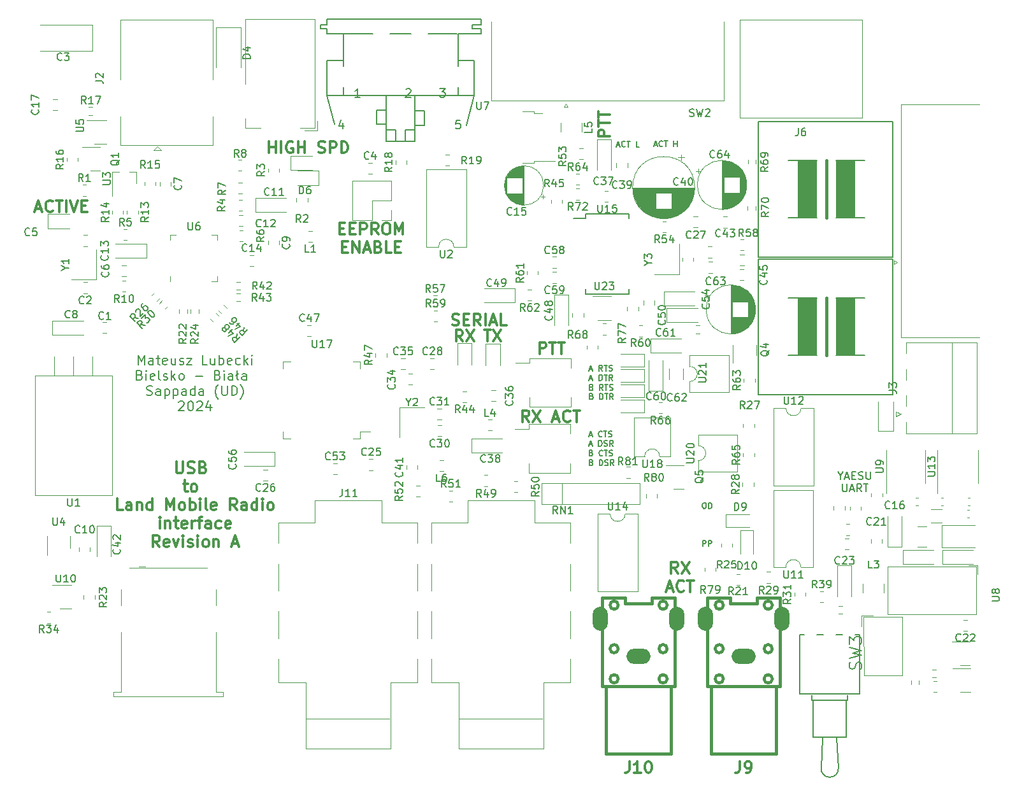
<source format=gbr>
%TF.GenerationSoftware,KiCad,Pcbnew,6.0.2+dfsg-1*%
%TF.CreationDate,2024-03-13T18:23:51+01:00*%
%TF.ProjectId,radio-usb,72616469-6f2d-4757-9362-2e6b69636164,rev?*%
%TF.SameCoordinates,Original*%
%TF.FileFunction,Legend,Top*%
%TF.FilePolarity,Positive*%
%FSLAX46Y46*%
G04 Gerber Fmt 4.6, Leading zero omitted, Abs format (unit mm)*
G04 Created by KiCad (PCBNEW 6.0.2+dfsg-1) date 2024-03-13 18:23:51*
%MOMM*%
%LPD*%
G01*
G04 APERTURE LIST*
%ADD10C,0.304800*%
%ADD11C,0.190500*%
%ADD12C,0.203200*%
%ADD13C,0.150000*%
%ADD14C,0.142240*%
%ADD15C,0.127000*%
%ADD16C,0.120000*%
%ADD17C,0.381000*%
%ADD18C,0.152400*%
%ADD19C,0.406400*%
%ADD20O,3.197860X1.998980*%
%ADD21O,1.998980X3.197860*%
G04 APERTURE END LIST*
D10*
X115548228Y-41057285D02*
X114024228Y-41057285D01*
X114024228Y-40476714D01*
X114096800Y-40331571D01*
X114169371Y-40259000D01*
X114314514Y-40186428D01*
X114532228Y-40186428D01*
X114677371Y-40259000D01*
X114749942Y-40331571D01*
X114822514Y-40476714D01*
X114822514Y-41057285D01*
X114024228Y-39751000D02*
X114024228Y-38880142D01*
X115548228Y-39315571D02*
X114024228Y-39315571D01*
X114024228Y-38589857D02*
X114024228Y-37719000D01*
X115548228Y-38154428D02*
X114024228Y-38154428D01*
D11*
X112801128Y-82061322D02*
X113163985Y-82061322D01*
X112728557Y-82279036D02*
X112982557Y-81517036D01*
X113236557Y-82279036D01*
X114071128Y-82279036D02*
X114071128Y-81517036D01*
X114252557Y-81517036D01*
X114361414Y-81553322D01*
X114433985Y-81625893D01*
X114470271Y-81698464D01*
X114506557Y-81843607D01*
X114506557Y-81952464D01*
X114470271Y-82097607D01*
X114433985Y-82170179D01*
X114361414Y-82242750D01*
X114252557Y-82279036D01*
X114071128Y-82279036D01*
X114796842Y-82242750D02*
X114905700Y-82279036D01*
X115087128Y-82279036D01*
X115159700Y-82242750D01*
X115195985Y-82206464D01*
X115232271Y-82133893D01*
X115232271Y-82061322D01*
X115195985Y-81988750D01*
X115159700Y-81952464D01*
X115087128Y-81916179D01*
X114941985Y-81879893D01*
X114869414Y-81843607D01*
X114833128Y-81807322D01*
X114796842Y-81734750D01*
X114796842Y-81662179D01*
X114833128Y-81589607D01*
X114869414Y-81553322D01*
X114941985Y-81517036D01*
X115123414Y-81517036D01*
X115232271Y-81553322D01*
X115994271Y-82279036D02*
X115740271Y-81916179D01*
X115558842Y-82279036D02*
X115558842Y-81517036D01*
X115849128Y-81517036D01*
X115921700Y-81553322D01*
X115957985Y-81589607D01*
X115994271Y-81662179D01*
X115994271Y-81771036D01*
X115957985Y-81843607D01*
X115921700Y-81879893D01*
X115849128Y-81916179D01*
X115558842Y-81916179D01*
X113134957Y-75631493D02*
X113243814Y-75667779D01*
X113280100Y-75704064D01*
X113316385Y-75776636D01*
X113316385Y-75885493D01*
X113280100Y-75958064D01*
X113243814Y-75994350D01*
X113171242Y-76030636D01*
X112880957Y-76030636D01*
X112880957Y-75268636D01*
X113134957Y-75268636D01*
X113207528Y-75304922D01*
X113243814Y-75341207D01*
X113280100Y-75413779D01*
X113280100Y-75486350D01*
X113243814Y-75558922D01*
X113207528Y-75595207D01*
X113134957Y-75631493D01*
X112880957Y-75631493D01*
X114223528Y-76030636D02*
X114223528Y-75268636D01*
X114404957Y-75268636D01*
X114513814Y-75304922D01*
X114586385Y-75377493D01*
X114622671Y-75450064D01*
X114658957Y-75595207D01*
X114658957Y-75704064D01*
X114622671Y-75849207D01*
X114586385Y-75921779D01*
X114513814Y-75994350D01*
X114404957Y-76030636D01*
X114223528Y-76030636D01*
X114876671Y-75268636D02*
X115312100Y-75268636D01*
X115094385Y-76030636D02*
X115094385Y-75268636D01*
X116001528Y-76030636D02*
X115747528Y-75667779D01*
X115566100Y-76030636D02*
X115566100Y-75268636D01*
X115856385Y-75268636D01*
X115928957Y-75304922D01*
X115965242Y-75341207D01*
X116001528Y-75413779D01*
X116001528Y-75522636D01*
X115965242Y-75595207D01*
X115928957Y-75631493D01*
X115856385Y-75667779D01*
X115566100Y-75667779D01*
X113127700Y-74437693D02*
X113236557Y-74473979D01*
X113272842Y-74510264D01*
X113309128Y-74582836D01*
X113309128Y-74691693D01*
X113272842Y-74764264D01*
X113236557Y-74800550D01*
X113163985Y-74836836D01*
X112873700Y-74836836D01*
X112873700Y-74074836D01*
X113127700Y-74074836D01*
X113200271Y-74111122D01*
X113236557Y-74147407D01*
X113272842Y-74219979D01*
X113272842Y-74292550D01*
X113236557Y-74365122D01*
X113200271Y-74401407D01*
X113127700Y-74437693D01*
X112873700Y-74437693D01*
X114651700Y-74836836D02*
X114397700Y-74473979D01*
X114216271Y-74836836D02*
X114216271Y-74074836D01*
X114506557Y-74074836D01*
X114579128Y-74111122D01*
X114615414Y-74147407D01*
X114651700Y-74219979D01*
X114651700Y-74328836D01*
X114615414Y-74401407D01*
X114579128Y-74437693D01*
X114506557Y-74473979D01*
X114216271Y-74473979D01*
X114869414Y-74074836D02*
X115304842Y-74074836D01*
X115087128Y-74836836D02*
X115087128Y-74074836D01*
X115522557Y-74800550D02*
X115631414Y-74836836D01*
X115812842Y-74836836D01*
X115885414Y-74800550D01*
X115921700Y-74764264D01*
X115957985Y-74691693D01*
X115957985Y-74619122D01*
X115921700Y-74546550D01*
X115885414Y-74510264D01*
X115812842Y-74473979D01*
X115667700Y-74437693D01*
X115595128Y-74401407D01*
X115558842Y-74365122D01*
X115522557Y-74292550D01*
X115522557Y-74219979D01*
X115558842Y-74147407D01*
X115595128Y-74111122D01*
X115667700Y-74074836D01*
X115849128Y-74074836D01*
X115957985Y-74111122D01*
D10*
X57948285Y-84351948D02*
X57948285Y-85585662D01*
X58020857Y-85730805D01*
X58093428Y-85803377D01*
X58238571Y-85875948D01*
X58528857Y-85875948D01*
X58674000Y-85803377D01*
X58746571Y-85730805D01*
X58819142Y-85585662D01*
X58819142Y-84351948D01*
X59472285Y-85803377D02*
X59690000Y-85875948D01*
X60052857Y-85875948D01*
X60198000Y-85803377D01*
X60270571Y-85730805D01*
X60343142Y-85585662D01*
X60343142Y-85440520D01*
X60270571Y-85295377D01*
X60198000Y-85222805D01*
X60052857Y-85150234D01*
X59762571Y-85077662D01*
X59617428Y-85005091D01*
X59544857Y-84932520D01*
X59472285Y-84787377D01*
X59472285Y-84642234D01*
X59544857Y-84497091D01*
X59617428Y-84424520D01*
X59762571Y-84351948D01*
X60125428Y-84351948D01*
X60343142Y-84424520D01*
X61504285Y-85077662D02*
X61722000Y-85150234D01*
X61794571Y-85222805D01*
X61867142Y-85367948D01*
X61867142Y-85585662D01*
X61794571Y-85730805D01*
X61722000Y-85803377D01*
X61576857Y-85875948D01*
X60996285Y-85875948D01*
X60996285Y-84351948D01*
X61504285Y-84351948D01*
X61649428Y-84424520D01*
X61722000Y-84497091D01*
X61794571Y-84642234D01*
X61794571Y-84787377D01*
X61722000Y-84932520D01*
X61649428Y-85005091D01*
X61504285Y-85077662D01*
X60996285Y-85077662D01*
X58891714Y-87313588D02*
X59472285Y-87313588D01*
X59109428Y-86805588D02*
X59109428Y-88111874D01*
X59182000Y-88257017D01*
X59327142Y-88329588D01*
X59472285Y-88329588D01*
X60198000Y-88329588D02*
X60052857Y-88257017D01*
X59980285Y-88184445D01*
X59907714Y-88039302D01*
X59907714Y-87603874D01*
X59980285Y-87458731D01*
X60052857Y-87386160D01*
X60198000Y-87313588D01*
X60415714Y-87313588D01*
X60560857Y-87386160D01*
X60633428Y-87458731D01*
X60706000Y-87603874D01*
X60706000Y-88039302D01*
X60633428Y-88184445D01*
X60560857Y-88257017D01*
X60415714Y-88329588D01*
X60198000Y-88329588D01*
X50836285Y-90783228D02*
X50110571Y-90783228D01*
X50110571Y-89259228D01*
X51997428Y-90783228D02*
X51997428Y-89984942D01*
X51924857Y-89839800D01*
X51779714Y-89767228D01*
X51489428Y-89767228D01*
X51344285Y-89839800D01*
X51997428Y-90710657D02*
X51852285Y-90783228D01*
X51489428Y-90783228D01*
X51344285Y-90710657D01*
X51271714Y-90565514D01*
X51271714Y-90420371D01*
X51344285Y-90275228D01*
X51489428Y-90202657D01*
X51852285Y-90202657D01*
X51997428Y-90130085D01*
X52723142Y-89767228D02*
X52723142Y-90783228D01*
X52723142Y-89912371D02*
X52795714Y-89839800D01*
X52940857Y-89767228D01*
X53158571Y-89767228D01*
X53303714Y-89839800D01*
X53376285Y-89984942D01*
X53376285Y-90783228D01*
X54755142Y-90783228D02*
X54755142Y-89259228D01*
X54755142Y-90710657D02*
X54610000Y-90783228D01*
X54319714Y-90783228D01*
X54174571Y-90710657D01*
X54102000Y-90638085D01*
X54029428Y-90492942D01*
X54029428Y-90057514D01*
X54102000Y-89912371D01*
X54174571Y-89839800D01*
X54319714Y-89767228D01*
X54610000Y-89767228D01*
X54755142Y-89839800D01*
X56642000Y-90783228D02*
X56642000Y-89259228D01*
X57150000Y-90347800D01*
X57658000Y-89259228D01*
X57658000Y-90783228D01*
X58601428Y-90783228D02*
X58456285Y-90710657D01*
X58383714Y-90638085D01*
X58311142Y-90492942D01*
X58311142Y-90057514D01*
X58383714Y-89912371D01*
X58456285Y-89839800D01*
X58601428Y-89767228D01*
X58819142Y-89767228D01*
X58964285Y-89839800D01*
X59036857Y-89912371D01*
X59109428Y-90057514D01*
X59109428Y-90492942D01*
X59036857Y-90638085D01*
X58964285Y-90710657D01*
X58819142Y-90783228D01*
X58601428Y-90783228D01*
X59762571Y-90783228D02*
X59762571Y-89259228D01*
X59762571Y-89839800D02*
X59907714Y-89767228D01*
X60198000Y-89767228D01*
X60343142Y-89839800D01*
X60415714Y-89912371D01*
X60488285Y-90057514D01*
X60488285Y-90492942D01*
X60415714Y-90638085D01*
X60343142Y-90710657D01*
X60198000Y-90783228D01*
X59907714Y-90783228D01*
X59762571Y-90710657D01*
X61141428Y-90783228D02*
X61141428Y-89767228D01*
X61141428Y-89259228D02*
X61068857Y-89331800D01*
X61141428Y-89404371D01*
X61214000Y-89331800D01*
X61141428Y-89259228D01*
X61141428Y-89404371D01*
X62084857Y-90783228D02*
X61939714Y-90710657D01*
X61867142Y-90565514D01*
X61867142Y-89259228D01*
X63246000Y-90710657D02*
X63100857Y-90783228D01*
X62810571Y-90783228D01*
X62665428Y-90710657D01*
X62592857Y-90565514D01*
X62592857Y-89984942D01*
X62665428Y-89839800D01*
X62810571Y-89767228D01*
X63100857Y-89767228D01*
X63246000Y-89839800D01*
X63318571Y-89984942D01*
X63318571Y-90130085D01*
X62592857Y-90275228D01*
X66003714Y-90783228D02*
X65495714Y-90057514D01*
X65132857Y-90783228D02*
X65132857Y-89259228D01*
X65713428Y-89259228D01*
X65858571Y-89331800D01*
X65931142Y-89404371D01*
X66003714Y-89549514D01*
X66003714Y-89767228D01*
X65931142Y-89912371D01*
X65858571Y-89984942D01*
X65713428Y-90057514D01*
X65132857Y-90057514D01*
X67310000Y-90783228D02*
X67310000Y-89984942D01*
X67237428Y-89839800D01*
X67092285Y-89767228D01*
X66802000Y-89767228D01*
X66656857Y-89839800D01*
X67310000Y-90710657D02*
X67164857Y-90783228D01*
X66802000Y-90783228D01*
X66656857Y-90710657D01*
X66584285Y-90565514D01*
X66584285Y-90420371D01*
X66656857Y-90275228D01*
X66802000Y-90202657D01*
X67164857Y-90202657D01*
X67310000Y-90130085D01*
X68688857Y-90783228D02*
X68688857Y-89259228D01*
X68688857Y-90710657D02*
X68543714Y-90783228D01*
X68253428Y-90783228D01*
X68108285Y-90710657D01*
X68035714Y-90638085D01*
X67963142Y-90492942D01*
X67963142Y-90057514D01*
X68035714Y-89912371D01*
X68108285Y-89839800D01*
X68253428Y-89767228D01*
X68543714Y-89767228D01*
X68688857Y-89839800D01*
X69414571Y-90783228D02*
X69414571Y-89767228D01*
X69414571Y-89259228D02*
X69342000Y-89331800D01*
X69414571Y-89404371D01*
X69487142Y-89331800D01*
X69414571Y-89259228D01*
X69414571Y-89404371D01*
X70358000Y-90783228D02*
X70212857Y-90710657D01*
X70140285Y-90638085D01*
X70067714Y-90492942D01*
X70067714Y-90057514D01*
X70140285Y-89912371D01*
X70212857Y-89839800D01*
X70358000Y-89767228D01*
X70575714Y-89767228D01*
X70720857Y-89839800D01*
X70793428Y-89912371D01*
X70866000Y-90057514D01*
X70866000Y-90492942D01*
X70793428Y-90638085D01*
X70720857Y-90710657D01*
X70575714Y-90783228D01*
X70358000Y-90783228D01*
X55771142Y-93236868D02*
X55771142Y-92220868D01*
X55771142Y-91712868D02*
X55698571Y-91785440D01*
X55771142Y-91858011D01*
X55843714Y-91785440D01*
X55771142Y-91712868D01*
X55771142Y-91858011D01*
X56496857Y-92220868D02*
X56496857Y-93236868D01*
X56496857Y-92366011D02*
X56569428Y-92293440D01*
X56714571Y-92220868D01*
X56932285Y-92220868D01*
X57077428Y-92293440D01*
X57150000Y-92438582D01*
X57150000Y-93236868D01*
X57658000Y-92220868D02*
X58238571Y-92220868D01*
X57875714Y-91712868D02*
X57875714Y-93019154D01*
X57948285Y-93164297D01*
X58093428Y-93236868D01*
X58238571Y-93236868D01*
X59327142Y-93164297D02*
X59182000Y-93236868D01*
X58891714Y-93236868D01*
X58746571Y-93164297D01*
X58674000Y-93019154D01*
X58674000Y-92438582D01*
X58746571Y-92293440D01*
X58891714Y-92220868D01*
X59182000Y-92220868D01*
X59327142Y-92293440D01*
X59399714Y-92438582D01*
X59399714Y-92583725D01*
X58674000Y-92728868D01*
X60052857Y-93236868D02*
X60052857Y-92220868D01*
X60052857Y-92511154D02*
X60125428Y-92366011D01*
X60198000Y-92293440D01*
X60343142Y-92220868D01*
X60488285Y-92220868D01*
X60778571Y-92220868D02*
X61359142Y-92220868D01*
X60996285Y-93236868D02*
X60996285Y-91930582D01*
X61068857Y-91785440D01*
X61214000Y-91712868D01*
X61359142Y-91712868D01*
X62520285Y-93236868D02*
X62520285Y-92438582D01*
X62447714Y-92293440D01*
X62302571Y-92220868D01*
X62012285Y-92220868D01*
X61867142Y-92293440D01*
X62520285Y-93164297D02*
X62375142Y-93236868D01*
X62012285Y-93236868D01*
X61867142Y-93164297D01*
X61794571Y-93019154D01*
X61794571Y-92874011D01*
X61867142Y-92728868D01*
X62012285Y-92656297D01*
X62375142Y-92656297D01*
X62520285Y-92583725D01*
X63899142Y-93164297D02*
X63754000Y-93236868D01*
X63463714Y-93236868D01*
X63318571Y-93164297D01*
X63246000Y-93091725D01*
X63173428Y-92946582D01*
X63173428Y-92511154D01*
X63246000Y-92366011D01*
X63318571Y-92293440D01*
X63463714Y-92220868D01*
X63754000Y-92220868D01*
X63899142Y-92293440D01*
X65132857Y-93164297D02*
X64987714Y-93236868D01*
X64697428Y-93236868D01*
X64552285Y-93164297D01*
X64479714Y-93019154D01*
X64479714Y-92438582D01*
X64552285Y-92293440D01*
X64697428Y-92220868D01*
X64987714Y-92220868D01*
X65132857Y-92293440D01*
X65205428Y-92438582D01*
X65205428Y-92583725D01*
X64479714Y-92728868D01*
X55734857Y-95690508D02*
X55226857Y-94964794D01*
X54864000Y-95690508D02*
X54864000Y-94166508D01*
X55444571Y-94166508D01*
X55589714Y-94239080D01*
X55662285Y-94311651D01*
X55734857Y-94456794D01*
X55734857Y-94674508D01*
X55662285Y-94819651D01*
X55589714Y-94892222D01*
X55444571Y-94964794D01*
X54864000Y-94964794D01*
X56968571Y-95617937D02*
X56823428Y-95690508D01*
X56533142Y-95690508D01*
X56388000Y-95617937D01*
X56315428Y-95472794D01*
X56315428Y-94892222D01*
X56388000Y-94747080D01*
X56533142Y-94674508D01*
X56823428Y-94674508D01*
X56968571Y-94747080D01*
X57041142Y-94892222D01*
X57041142Y-95037365D01*
X56315428Y-95182508D01*
X57549142Y-94674508D02*
X57912000Y-95690508D01*
X58274857Y-94674508D01*
X58855428Y-95690508D02*
X58855428Y-94674508D01*
X58855428Y-94166508D02*
X58782857Y-94239080D01*
X58855428Y-94311651D01*
X58928000Y-94239080D01*
X58855428Y-94166508D01*
X58855428Y-94311651D01*
X59508571Y-95617937D02*
X59653714Y-95690508D01*
X59944000Y-95690508D01*
X60089142Y-95617937D01*
X60161714Y-95472794D01*
X60161714Y-95400222D01*
X60089142Y-95255080D01*
X59944000Y-95182508D01*
X59726285Y-95182508D01*
X59581142Y-95109937D01*
X59508571Y-94964794D01*
X59508571Y-94892222D01*
X59581142Y-94747080D01*
X59726285Y-94674508D01*
X59944000Y-94674508D01*
X60089142Y-94747080D01*
X60814857Y-95690508D02*
X60814857Y-94674508D01*
X60814857Y-94166508D02*
X60742285Y-94239080D01*
X60814857Y-94311651D01*
X60887428Y-94239080D01*
X60814857Y-94166508D01*
X60814857Y-94311651D01*
X61758285Y-95690508D02*
X61613142Y-95617937D01*
X61540571Y-95545365D01*
X61468000Y-95400222D01*
X61468000Y-94964794D01*
X61540571Y-94819651D01*
X61613142Y-94747080D01*
X61758285Y-94674508D01*
X61976000Y-94674508D01*
X62121142Y-94747080D01*
X62193714Y-94819651D01*
X62266285Y-94964794D01*
X62266285Y-95400222D01*
X62193714Y-95545365D01*
X62121142Y-95617937D01*
X61976000Y-95690508D01*
X61758285Y-95690508D01*
X62919428Y-94674508D02*
X62919428Y-95690508D01*
X62919428Y-94819651D02*
X62992000Y-94747080D01*
X63137142Y-94674508D01*
X63354857Y-94674508D01*
X63500000Y-94747080D01*
X63572571Y-94892222D01*
X63572571Y-95690508D01*
X65386857Y-95255080D02*
X66112571Y-95255080D01*
X65241714Y-95690508D02*
X65749714Y-94166508D01*
X66257714Y-95690508D01*
D11*
X112873700Y-73323722D02*
X113236557Y-73323722D01*
X112801128Y-73541436D02*
X113055128Y-72779436D01*
X113309128Y-73541436D01*
X114143700Y-73541436D02*
X114143700Y-72779436D01*
X114325128Y-72779436D01*
X114433985Y-72815722D01*
X114506557Y-72888293D01*
X114542842Y-72960864D01*
X114579128Y-73106007D01*
X114579128Y-73214864D01*
X114542842Y-73360007D01*
X114506557Y-73432579D01*
X114433985Y-73505150D01*
X114325128Y-73541436D01*
X114143700Y-73541436D01*
X114796842Y-72779436D02*
X115232271Y-72779436D01*
X115014557Y-73541436D02*
X115014557Y-72779436D01*
X115921700Y-73541436D02*
X115667700Y-73178579D01*
X115486271Y-73541436D02*
X115486271Y-72779436D01*
X115776557Y-72779436D01*
X115849128Y-72815722D01*
X115885414Y-72852007D01*
X115921700Y-72924579D01*
X115921700Y-73033436D01*
X115885414Y-73106007D01*
X115849128Y-73142293D01*
X115776557Y-73178579D01*
X115486271Y-73178579D01*
D12*
X146196352Y-86203729D02*
X146196352Y-86687539D01*
X145857685Y-85671539D02*
X146196352Y-86203729D01*
X146535019Y-85671539D01*
X146825304Y-86397253D02*
X147309114Y-86397253D01*
X146728542Y-86687539D02*
X147067209Y-85671539D01*
X147405876Y-86687539D01*
X147744542Y-86155348D02*
X148083209Y-86155348D01*
X148228352Y-86687539D02*
X147744542Y-86687539D01*
X147744542Y-85671539D01*
X148228352Y-85671539D01*
X148615400Y-86639158D02*
X148760542Y-86687539D01*
X149002447Y-86687539D01*
X149099209Y-86639158D01*
X149147590Y-86590777D01*
X149195971Y-86494015D01*
X149195971Y-86397253D01*
X149147590Y-86300491D01*
X149099209Y-86252110D01*
X149002447Y-86203729D01*
X148808923Y-86155348D01*
X148712161Y-86106967D01*
X148663780Y-86058586D01*
X148615400Y-85961824D01*
X148615400Y-85865062D01*
X148663780Y-85768300D01*
X148712161Y-85719920D01*
X148808923Y-85671539D01*
X149050828Y-85671539D01*
X149195971Y-85719920D01*
X149631400Y-85671539D02*
X149631400Y-86494015D01*
X149679780Y-86590777D01*
X149728161Y-86639158D01*
X149824923Y-86687539D01*
X150018447Y-86687539D01*
X150115209Y-86639158D01*
X150163590Y-86590777D01*
X150211971Y-86494015D01*
X150211971Y-85671539D01*
X146486638Y-87307299D02*
X146486638Y-88129775D01*
X146535019Y-88226537D01*
X146583400Y-88274918D01*
X146680161Y-88323299D01*
X146873685Y-88323299D01*
X146970447Y-88274918D01*
X147018828Y-88226537D01*
X147067209Y-88129775D01*
X147067209Y-87307299D01*
X147502638Y-88033013D02*
X147986447Y-88033013D01*
X147405876Y-88323299D02*
X147744542Y-87307299D01*
X148083209Y-88323299D01*
X149002447Y-88323299D02*
X148663780Y-87839489D01*
X148421876Y-88323299D02*
X148421876Y-87307299D01*
X148808923Y-87307299D01*
X148905685Y-87355680D01*
X148954066Y-87404060D01*
X149002447Y-87500822D01*
X149002447Y-87645965D01*
X148954066Y-87742727D01*
X148905685Y-87791108D01*
X148808923Y-87839489D01*
X148421876Y-87839489D01*
X149292733Y-87307299D02*
X149873304Y-87307299D01*
X149583019Y-88323299D02*
X149583019Y-87307299D01*
D11*
X112866442Y-72053722D02*
X113229300Y-72053722D01*
X112793871Y-72271436D02*
X113047871Y-71509436D01*
X113301871Y-72271436D01*
X114571871Y-72271436D02*
X114317871Y-71908579D01*
X114136442Y-72271436D02*
X114136442Y-71509436D01*
X114426728Y-71509436D01*
X114499300Y-71545722D01*
X114535585Y-71582007D01*
X114571871Y-71654579D01*
X114571871Y-71763436D01*
X114535585Y-71836007D01*
X114499300Y-71872293D01*
X114426728Y-71908579D01*
X114136442Y-71908579D01*
X114789585Y-71509436D02*
X115225014Y-71509436D01*
X115007300Y-72271436D02*
X115007300Y-71509436D01*
X115442728Y-72235150D02*
X115551585Y-72271436D01*
X115733014Y-72271436D01*
X115805585Y-72235150D01*
X115841871Y-72198864D01*
X115878157Y-72126293D01*
X115878157Y-72053722D01*
X115841871Y-71981150D01*
X115805585Y-71944864D01*
X115733014Y-71908579D01*
X115587871Y-71872293D01*
X115515300Y-71836007D01*
X115479014Y-71799722D01*
X115442728Y-71727150D01*
X115442728Y-71654579D01*
X115479014Y-71582007D01*
X115515300Y-71545722D01*
X115587871Y-71509436D01*
X115769300Y-71509436D01*
X115878157Y-71545722D01*
D10*
X96012000Y-68329628D02*
X95504000Y-67603914D01*
X95141142Y-68329628D02*
X95141142Y-66805628D01*
X95721714Y-66805628D01*
X95866857Y-66878200D01*
X95939428Y-66950771D01*
X96012000Y-67095914D01*
X96012000Y-67313628D01*
X95939428Y-67458771D01*
X95866857Y-67531342D01*
X95721714Y-67603914D01*
X95141142Y-67603914D01*
X96520000Y-66805628D02*
X97536000Y-68329628D01*
X97536000Y-66805628D02*
X96520000Y-68329628D01*
D11*
X116480771Y-42240200D02*
X116843628Y-42240200D01*
X116408200Y-42457914D02*
X116662200Y-41695914D01*
X116916200Y-42457914D01*
X117605628Y-42385342D02*
X117569342Y-42421628D01*
X117460485Y-42457914D01*
X117387914Y-42457914D01*
X117279057Y-42421628D01*
X117206485Y-42349057D01*
X117170200Y-42276485D01*
X117133914Y-42131342D01*
X117133914Y-42022485D01*
X117170200Y-41877342D01*
X117206485Y-41804771D01*
X117279057Y-41732200D01*
X117387914Y-41695914D01*
X117460485Y-41695914D01*
X117569342Y-41732200D01*
X117605628Y-41768485D01*
X117823342Y-41695914D02*
X118258771Y-41695914D01*
X118041057Y-42457914D02*
X118041057Y-41695914D01*
X119456200Y-42457914D02*
X119093342Y-42457914D01*
X119093342Y-41695914D01*
D10*
X124587000Y-99183008D02*
X124079000Y-98457294D01*
X123716142Y-99183008D02*
X123716142Y-97659008D01*
X124296714Y-97659008D01*
X124441857Y-97731580D01*
X124514428Y-97804151D01*
X124587000Y-97949294D01*
X124587000Y-98167008D01*
X124514428Y-98312151D01*
X124441857Y-98384722D01*
X124296714Y-98457294D01*
X123716142Y-98457294D01*
X125095000Y-97659008D02*
X126111000Y-99183008D01*
X126111000Y-97659008D02*
X125095000Y-99183008D01*
X123135571Y-101201220D02*
X123861285Y-101201220D01*
X122990428Y-101636648D02*
X123498428Y-100112648D01*
X124006428Y-101636648D01*
X125385285Y-101491505D02*
X125312714Y-101564077D01*
X125095000Y-101636648D01*
X124949857Y-101636648D01*
X124732142Y-101564077D01*
X124587000Y-101418934D01*
X124514428Y-101273791D01*
X124441857Y-100983505D01*
X124441857Y-100765791D01*
X124514428Y-100475505D01*
X124587000Y-100330362D01*
X124732142Y-100185220D01*
X124949857Y-100112648D01*
X125095000Y-100112648D01*
X125312714Y-100185220D01*
X125385285Y-100257791D01*
X125820714Y-100112648D02*
X126691571Y-100112648D01*
X126256142Y-101636648D02*
X126256142Y-100112648D01*
D11*
X112815642Y-80816722D02*
X113178500Y-80816722D01*
X112743071Y-81034436D02*
X112997071Y-80272436D01*
X113251071Y-81034436D01*
X114521071Y-80961864D02*
X114484785Y-80998150D01*
X114375928Y-81034436D01*
X114303357Y-81034436D01*
X114194500Y-80998150D01*
X114121928Y-80925579D01*
X114085642Y-80853007D01*
X114049357Y-80707864D01*
X114049357Y-80599007D01*
X114085642Y-80453864D01*
X114121928Y-80381293D01*
X114194500Y-80308722D01*
X114303357Y-80272436D01*
X114375928Y-80272436D01*
X114484785Y-80308722D01*
X114521071Y-80345007D01*
X114738785Y-80272436D02*
X115174214Y-80272436D01*
X114956500Y-81034436D02*
X114956500Y-80272436D01*
X115391928Y-80998150D02*
X115500785Y-81034436D01*
X115682214Y-81034436D01*
X115754785Y-80998150D01*
X115791071Y-80961864D01*
X115827357Y-80889293D01*
X115827357Y-80816722D01*
X115791071Y-80744150D01*
X115754785Y-80707864D01*
X115682214Y-80671579D01*
X115537071Y-80635293D01*
X115464500Y-80599007D01*
X115428214Y-80562722D01*
X115391928Y-80490150D01*
X115391928Y-80417579D01*
X115428214Y-80345007D01*
X115464500Y-80308722D01*
X115537071Y-80272436D01*
X115718500Y-80272436D01*
X115827357Y-80308722D01*
D10*
X106208014Y-69974550D02*
X106208014Y-68450550D01*
X106788585Y-68450550D01*
X106933728Y-68523122D01*
X107006300Y-68595693D01*
X107078871Y-68740836D01*
X107078871Y-68958550D01*
X107006300Y-69103693D01*
X106933728Y-69176264D01*
X106788585Y-69248836D01*
X106208014Y-69248836D01*
X107514300Y-68450550D02*
X108385157Y-68450550D01*
X107949728Y-69974550D02*
X107949728Y-68450550D01*
X108675442Y-68450550D02*
X109546300Y-68450550D01*
X109110871Y-69974550D02*
X109110871Y-68450550D01*
D11*
X128045028Y-89803514D02*
X128190171Y-89803514D01*
X128262742Y-89839800D01*
X128335314Y-89912371D01*
X128371600Y-90057514D01*
X128371600Y-90311514D01*
X128335314Y-90456657D01*
X128262742Y-90529228D01*
X128190171Y-90565514D01*
X128045028Y-90565514D01*
X127972457Y-90529228D01*
X127899885Y-90456657D01*
X127863600Y-90311514D01*
X127863600Y-90057514D01*
X127899885Y-89912371D01*
X127972457Y-89839800D01*
X128045028Y-89803514D01*
X128698171Y-90565514D02*
X128698171Y-89803514D01*
X128879600Y-89803514D01*
X128988457Y-89839800D01*
X129061028Y-89912371D01*
X129097314Y-89984942D01*
X129133600Y-90130085D01*
X129133600Y-90238942D01*
X129097314Y-90384085D01*
X129061028Y-90456657D01*
X128988457Y-90529228D01*
X128879600Y-90565514D01*
X128698171Y-90565514D01*
X113087785Y-84445293D02*
X113196642Y-84481579D01*
X113232928Y-84517864D01*
X113269214Y-84590436D01*
X113269214Y-84699293D01*
X113232928Y-84771864D01*
X113196642Y-84808150D01*
X113124071Y-84844436D01*
X112833785Y-84844436D01*
X112833785Y-84082436D01*
X113087785Y-84082436D01*
X113160357Y-84118722D01*
X113196642Y-84155007D01*
X113232928Y-84227579D01*
X113232928Y-84300150D01*
X113196642Y-84372722D01*
X113160357Y-84409007D01*
X113087785Y-84445293D01*
X112833785Y-84445293D01*
X114176357Y-84844436D02*
X114176357Y-84082436D01*
X114357785Y-84082436D01*
X114466642Y-84118722D01*
X114539214Y-84191293D01*
X114575500Y-84263864D01*
X114611785Y-84409007D01*
X114611785Y-84517864D01*
X114575500Y-84663007D01*
X114539214Y-84735579D01*
X114466642Y-84808150D01*
X114357785Y-84844436D01*
X114176357Y-84844436D01*
X114902071Y-84808150D02*
X115010928Y-84844436D01*
X115192357Y-84844436D01*
X115264928Y-84808150D01*
X115301214Y-84771864D01*
X115337500Y-84699293D01*
X115337500Y-84626722D01*
X115301214Y-84554150D01*
X115264928Y-84517864D01*
X115192357Y-84481579D01*
X115047214Y-84445293D01*
X114974642Y-84409007D01*
X114938357Y-84372722D01*
X114902071Y-84300150D01*
X114902071Y-84227579D01*
X114938357Y-84155007D01*
X114974642Y-84118722D01*
X115047214Y-84082436D01*
X115228642Y-84082436D01*
X115337500Y-84118722D01*
X116099500Y-84844436D02*
X115845500Y-84481579D01*
X115664071Y-84844436D02*
X115664071Y-84082436D01*
X115954357Y-84082436D01*
X116026928Y-84118722D01*
X116063214Y-84155007D01*
X116099500Y-84227579D01*
X116099500Y-84336436D01*
X116063214Y-84409007D01*
X116026928Y-84445293D01*
X115954357Y-84481579D01*
X115664071Y-84481579D01*
D10*
X70299942Y-43285228D02*
X70299942Y-41761228D01*
X70299942Y-42486942D02*
X71170800Y-42486942D01*
X71170800Y-43285228D02*
X71170800Y-41761228D01*
X71896514Y-43285228D02*
X71896514Y-41761228D01*
X73420514Y-41833800D02*
X73275371Y-41761228D01*
X73057657Y-41761228D01*
X72839942Y-41833800D01*
X72694800Y-41978942D01*
X72622228Y-42124085D01*
X72549657Y-42414371D01*
X72549657Y-42632085D01*
X72622228Y-42922371D01*
X72694800Y-43067514D01*
X72839942Y-43212657D01*
X73057657Y-43285228D01*
X73202800Y-43285228D01*
X73420514Y-43212657D01*
X73493085Y-43140085D01*
X73493085Y-42632085D01*
X73202800Y-42632085D01*
X74146228Y-43285228D02*
X74146228Y-41761228D01*
X74146228Y-42486942D02*
X75017085Y-42486942D01*
X75017085Y-43285228D02*
X75017085Y-41761228D01*
X76831371Y-43212657D02*
X77049085Y-43285228D01*
X77411942Y-43285228D01*
X77557085Y-43212657D01*
X77629657Y-43140085D01*
X77702228Y-42994942D01*
X77702228Y-42849800D01*
X77629657Y-42704657D01*
X77557085Y-42632085D01*
X77411942Y-42559514D01*
X77121657Y-42486942D01*
X76976514Y-42414371D01*
X76903942Y-42341800D01*
X76831371Y-42196657D01*
X76831371Y-42051514D01*
X76903942Y-41906371D01*
X76976514Y-41833800D01*
X77121657Y-41761228D01*
X77484514Y-41761228D01*
X77702228Y-41833800D01*
X78355371Y-43285228D02*
X78355371Y-41761228D01*
X78935942Y-41761228D01*
X79081085Y-41833800D01*
X79153657Y-41906371D01*
X79226228Y-42051514D01*
X79226228Y-42269228D01*
X79153657Y-42414371D01*
X79081085Y-42486942D01*
X78935942Y-42559514D01*
X78355371Y-42559514D01*
X79879371Y-43285228D02*
X79879371Y-41761228D01*
X80242228Y-41761228D01*
X80459942Y-41833800D01*
X80605085Y-41978942D01*
X80677657Y-42124085D01*
X80750228Y-42414371D01*
X80750228Y-42632085D01*
X80677657Y-42922371D01*
X80605085Y-43067514D01*
X80459942Y-43212657D01*
X80242228Y-43285228D01*
X79879371Y-43285228D01*
D11*
X121444657Y-42214800D02*
X121807514Y-42214800D01*
X121372085Y-42432514D02*
X121626085Y-41670514D01*
X121880085Y-42432514D01*
X122569514Y-42359942D02*
X122533228Y-42396228D01*
X122424371Y-42432514D01*
X122351800Y-42432514D01*
X122242942Y-42396228D01*
X122170371Y-42323657D01*
X122134085Y-42251085D01*
X122097800Y-42105942D01*
X122097800Y-41997085D01*
X122134085Y-41851942D01*
X122170371Y-41779371D01*
X122242942Y-41706800D01*
X122351800Y-41670514D01*
X122424371Y-41670514D01*
X122533228Y-41706800D01*
X122569514Y-41743085D01*
X122787228Y-41670514D02*
X123222657Y-41670514D01*
X123004942Y-42432514D02*
X123004942Y-41670514D01*
X124057228Y-42432514D02*
X124057228Y-41670514D01*
X124057228Y-42033371D02*
X124492657Y-42033371D01*
X124492657Y-42432514D02*
X124492657Y-41670514D01*
D10*
X79631257Y-53320122D02*
X80139257Y-53320122D01*
X80356971Y-54118408D02*
X79631257Y-54118408D01*
X79631257Y-52594408D01*
X80356971Y-52594408D01*
X81010114Y-53320122D02*
X81518114Y-53320122D01*
X81735828Y-54118408D02*
X81010114Y-54118408D01*
X81010114Y-52594408D01*
X81735828Y-52594408D01*
X82388971Y-54118408D02*
X82388971Y-52594408D01*
X82969542Y-52594408D01*
X83114685Y-52666980D01*
X83187257Y-52739551D01*
X83259828Y-52884694D01*
X83259828Y-53102408D01*
X83187257Y-53247551D01*
X83114685Y-53320122D01*
X82969542Y-53392694D01*
X82388971Y-53392694D01*
X84783828Y-54118408D02*
X84275828Y-53392694D01*
X83912971Y-54118408D02*
X83912971Y-52594408D01*
X84493542Y-52594408D01*
X84638685Y-52666980D01*
X84711257Y-52739551D01*
X84783828Y-52884694D01*
X84783828Y-53102408D01*
X84711257Y-53247551D01*
X84638685Y-53320122D01*
X84493542Y-53392694D01*
X83912971Y-53392694D01*
X85727257Y-52594408D02*
X86017542Y-52594408D01*
X86162685Y-52666980D01*
X86307828Y-52812122D01*
X86380400Y-53102408D01*
X86380400Y-53610408D01*
X86307828Y-53900694D01*
X86162685Y-54045837D01*
X86017542Y-54118408D01*
X85727257Y-54118408D01*
X85582114Y-54045837D01*
X85436971Y-53900694D01*
X85364400Y-53610408D01*
X85364400Y-53102408D01*
X85436971Y-52812122D01*
X85582114Y-52666980D01*
X85727257Y-52594408D01*
X87033542Y-54118408D02*
X87033542Y-52594408D01*
X87541542Y-53682980D01*
X88049542Y-52594408D01*
X88049542Y-54118408D01*
X79994114Y-55773762D02*
X80502114Y-55773762D01*
X80719828Y-56572048D02*
X79994114Y-56572048D01*
X79994114Y-55048048D01*
X80719828Y-55048048D01*
X81372971Y-56572048D02*
X81372971Y-55048048D01*
X82243828Y-56572048D01*
X82243828Y-55048048D01*
X82896971Y-56136620D02*
X83622685Y-56136620D01*
X82751828Y-56572048D02*
X83259828Y-55048048D01*
X83767828Y-56572048D01*
X84783828Y-55773762D02*
X85001542Y-55846334D01*
X85074114Y-55918905D01*
X85146685Y-56064048D01*
X85146685Y-56281762D01*
X85074114Y-56426905D01*
X85001542Y-56499477D01*
X84856400Y-56572048D01*
X84275828Y-56572048D01*
X84275828Y-55048048D01*
X84783828Y-55048048D01*
X84928971Y-55120620D01*
X85001542Y-55193191D01*
X85074114Y-55338334D01*
X85074114Y-55483477D01*
X85001542Y-55628620D01*
X84928971Y-55701191D01*
X84783828Y-55773762D01*
X84275828Y-55773762D01*
X86525542Y-56572048D02*
X85799828Y-56572048D01*
X85799828Y-55048048D01*
X87033542Y-55773762D02*
X87541542Y-55773762D01*
X87759257Y-56572048D02*
X87033542Y-56572048D01*
X87033542Y-55048048D01*
X87759257Y-55048048D01*
X98838657Y-66805628D02*
X99709514Y-66805628D01*
X99274085Y-68329628D02*
X99274085Y-66805628D01*
X100072371Y-66805628D02*
X101088371Y-68329628D01*
X101088371Y-66805628D02*
X100072371Y-68329628D01*
X39286542Y-50673000D02*
X40012257Y-50673000D01*
X39141400Y-51108428D02*
X39649400Y-49584428D01*
X40157400Y-51108428D01*
X41536257Y-50963285D02*
X41463685Y-51035857D01*
X41245971Y-51108428D01*
X41100828Y-51108428D01*
X40883114Y-51035857D01*
X40737971Y-50890714D01*
X40665400Y-50745571D01*
X40592828Y-50455285D01*
X40592828Y-50237571D01*
X40665400Y-49947285D01*
X40737971Y-49802142D01*
X40883114Y-49657000D01*
X41100828Y-49584428D01*
X41245971Y-49584428D01*
X41463685Y-49657000D01*
X41536257Y-49729571D01*
X41971685Y-49584428D02*
X42842542Y-49584428D01*
X42407114Y-51108428D02*
X42407114Y-49584428D01*
X43350542Y-51108428D02*
X43350542Y-49584428D01*
X43858542Y-49584428D02*
X44366542Y-51108428D01*
X44874542Y-49584428D01*
X45382542Y-50310142D02*
X45890542Y-50310142D01*
X46108257Y-51108428D02*
X45382542Y-51108428D01*
X45382542Y-49584428D01*
X46108257Y-49584428D01*
X94625885Y-66148857D02*
X94843600Y-66221428D01*
X95206457Y-66221428D01*
X95351600Y-66148857D01*
X95424171Y-66076285D01*
X95496742Y-65931142D01*
X95496742Y-65786000D01*
X95424171Y-65640857D01*
X95351600Y-65568285D01*
X95206457Y-65495714D01*
X94916171Y-65423142D01*
X94771028Y-65350571D01*
X94698457Y-65278000D01*
X94625885Y-65132857D01*
X94625885Y-64987714D01*
X94698457Y-64842571D01*
X94771028Y-64770000D01*
X94916171Y-64697428D01*
X95279028Y-64697428D01*
X95496742Y-64770000D01*
X96149885Y-65423142D02*
X96657885Y-65423142D01*
X96875600Y-66221428D02*
X96149885Y-66221428D01*
X96149885Y-64697428D01*
X96875600Y-64697428D01*
X98399600Y-66221428D02*
X97891600Y-65495714D01*
X97528742Y-66221428D02*
X97528742Y-64697428D01*
X98109314Y-64697428D01*
X98254457Y-64770000D01*
X98327028Y-64842571D01*
X98399600Y-64987714D01*
X98399600Y-65205428D01*
X98327028Y-65350571D01*
X98254457Y-65423142D01*
X98109314Y-65495714D01*
X97528742Y-65495714D01*
X99052742Y-66221428D02*
X99052742Y-64697428D01*
X99705885Y-65786000D02*
X100431600Y-65786000D01*
X99560742Y-66221428D02*
X100068742Y-64697428D01*
X100576742Y-66221428D01*
X101810457Y-66221428D02*
X101084742Y-66221428D01*
X101084742Y-64697428D01*
D12*
X52892476Y-71421473D02*
X52892476Y-70151473D01*
X53315809Y-71058616D01*
X53739142Y-70151473D01*
X53739142Y-71421473D01*
X54888190Y-71421473D02*
X54888190Y-70756235D01*
X54827714Y-70635283D01*
X54706761Y-70574807D01*
X54464857Y-70574807D01*
X54343904Y-70635283D01*
X54888190Y-71360997D02*
X54767238Y-71421473D01*
X54464857Y-71421473D01*
X54343904Y-71360997D01*
X54283428Y-71240045D01*
X54283428Y-71119092D01*
X54343904Y-70998140D01*
X54464857Y-70937664D01*
X54767238Y-70937664D01*
X54888190Y-70877188D01*
X55311523Y-70574807D02*
X55795333Y-70574807D01*
X55492952Y-70151473D02*
X55492952Y-71240045D01*
X55553428Y-71360997D01*
X55674380Y-71421473D01*
X55795333Y-71421473D01*
X56702476Y-71360997D02*
X56581523Y-71421473D01*
X56339619Y-71421473D01*
X56218666Y-71360997D01*
X56158190Y-71240045D01*
X56158190Y-70756235D01*
X56218666Y-70635283D01*
X56339619Y-70574807D01*
X56581523Y-70574807D01*
X56702476Y-70635283D01*
X56762952Y-70756235D01*
X56762952Y-70877188D01*
X56158190Y-70998140D01*
X57851523Y-70574807D02*
X57851523Y-71421473D01*
X57307238Y-70574807D02*
X57307238Y-71240045D01*
X57367714Y-71360997D01*
X57488666Y-71421473D01*
X57670095Y-71421473D01*
X57791047Y-71360997D01*
X57851523Y-71300521D01*
X58395809Y-71360997D02*
X58516761Y-71421473D01*
X58758666Y-71421473D01*
X58879619Y-71360997D01*
X58940095Y-71240045D01*
X58940095Y-71179569D01*
X58879619Y-71058616D01*
X58758666Y-70998140D01*
X58577238Y-70998140D01*
X58456285Y-70937664D01*
X58395809Y-70816711D01*
X58395809Y-70756235D01*
X58456285Y-70635283D01*
X58577238Y-70574807D01*
X58758666Y-70574807D01*
X58879619Y-70635283D01*
X59363428Y-70574807D02*
X60028666Y-70574807D01*
X59363428Y-71421473D01*
X60028666Y-71421473D01*
X62084857Y-71421473D02*
X61480095Y-71421473D01*
X61480095Y-70151473D01*
X63052476Y-70574807D02*
X63052476Y-71421473D01*
X62508190Y-70574807D02*
X62508190Y-71240045D01*
X62568666Y-71360997D01*
X62689619Y-71421473D01*
X62871047Y-71421473D01*
X62992000Y-71360997D01*
X63052476Y-71300521D01*
X63657238Y-71421473D02*
X63657238Y-70151473D01*
X63657238Y-70635283D02*
X63778190Y-70574807D01*
X64020095Y-70574807D01*
X64141047Y-70635283D01*
X64201523Y-70695759D01*
X64262000Y-70816711D01*
X64262000Y-71179569D01*
X64201523Y-71300521D01*
X64141047Y-71360997D01*
X64020095Y-71421473D01*
X63778190Y-71421473D01*
X63657238Y-71360997D01*
X65290095Y-71360997D02*
X65169142Y-71421473D01*
X64927238Y-71421473D01*
X64806285Y-71360997D01*
X64745809Y-71240045D01*
X64745809Y-70756235D01*
X64806285Y-70635283D01*
X64927238Y-70574807D01*
X65169142Y-70574807D01*
X65290095Y-70635283D01*
X65350571Y-70756235D01*
X65350571Y-70877188D01*
X64745809Y-70998140D01*
X66439142Y-71360997D02*
X66318190Y-71421473D01*
X66076285Y-71421473D01*
X65955333Y-71360997D01*
X65894857Y-71300521D01*
X65834380Y-71179569D01*
X65834380Y-70816711D01*
X65894857Y-70695759D01*
X65955333Y-70635283D01*
X66076285Y-70574807D01*
X66318190Y-70574807D01*
X66439142Y-70635283D01*
X66983428Y-71421473D02*
X66983428Y-70151473D01*
X67104380Y-70937664D02*
X67467238Y-71421473D01*
X67467238Y-70574807D02*
X66983428Y-71058616D01*
X68011523Y-71421473D02*
X68011523Y-70574807D01*
X68011523Y-70151473D02*
X67951047Y-70211950D01*
X68011523Y-70272426D01*
X68072000Y-70211950D01*
X68011523Y-70151473D01*
X68011523Y-70272426D01*
X53104142Y-72800935D02*
X53285571Y-72861411D01*
X53346047Y-72921888D01*
X53406523Y-73042840D01*
X53406523Y-73224269D01*
X53346047Y-73345221D01*
X53285571Y-73405697D01*
X53164619Y-73466173D01*
X52680809Y-73466173D01*
X52680809Y-72196173D01*
X53104142Y-72196173D01*
X53225095Y-72256650D01*
X53285571Y-72317126D01*
X53346047Y-72438078D01*
X53346047Y-72559030D01*
X53285571Y-72679983D01*
X53225095Y-72740459D01*
X53104142Y-72800935D01*
X52680809Y-72800935D01*
X53950809Y-73466173D02*
X53950809Y-72619507D01*
X53950809Y-72196173D02*
X53890333Y-72256650D01*
X53950809Y-72317126D01*
X54011285Y-72256650D01*
X53950809Y-72196173D01*
X53950809Y-72317126D01*
X55039380Y-73405697D02*
X54918428Y-73466173D01*
X54676523Y-73466173D01*
X54555571Y-73405697D01*
X54495095Y-73284745D01*
X54495095Y-72800935D01*
X54555571Y-72679983D01*
X54676523Y-72619507D01*
X54918428Y-72619507D01*
X55039380Y-72679983D01*
X55099857Y-72800935D01*
X55099857Y-72921888D01*
X54495095Y-73042840D01*
X55825571Y-73466173D02*
X55704619Y-73405697D01*
X55644142Y-73284745D01*
X55644142Y-72196173D01*
X56248904Y-73405697D02*
X56369857Y-73466173D01*
X56611761Y-73466173D01*
X56732714Y-73405697D01*
X56793190Y-73284745D01*
X56793190Y-73224269D01*
X56732714Y-73103316D01*
X56611761Y-73042840D01*
X56430333Y-73042840D01*
X56309380Y-72982364D01*
X56248904Y-72861411D01*
X56248904Y-72800935D01*
X56309380Y-72679983D01*
X56430333Y-72619507D01*
X56611761Y-72619507D01*
X56732714Y-72679983D01*
X57337476Y-73466173D02*
X57337476Y-72196173D01*
X57458428Y-72982364D02*
X57821285Y-73466173D01*
X57821285Y-72619507D02*
X57337476Y-73103316D01*
X58546999Y-73466173D02*
X58426047Y-73405697D01*
X58365571Y-73345221D01*
X58305095Y-73224269D01*
X58305095Y-72861411D01*
X58365571Y-72740459D01*
X58426047Y-72679983D01*
X58546999Y-72619507D01*
X58728428Y-72619507D01*
X58849380Y-72679983D01*
X58909857Y-72740459D01*
X58970333Y-72861411D01*
X58970333Y-73224269D01*
X58909857Y-73345221D01*
X58849380Y-73405697D01*
X58728428Y-73466173D01*
X58546999Y-73466173D01*
X60482238Y-72982364D02*
X61449857Y-72982364D01*
X63445571Y-72800935D02*
X63626999Y-72861411D01*
X63687476Y-72921888D01*
X63747952Y-73042840D01*
X63747952Y-73224269D01*
X63687476Y-73345221D01*
X63626999Y-73405697D01*
X63506047Y-73466173D01*
X63022238Y-73466173D01*
X63022238Y-72196173D01*
X63445571Y-72196173D01*
X63566523Y-72256650D01*
X63626999Y-72317126D01*
X63687476Y-72438078D01*
X63687476Y-72559030D01*
X63626999Y-72679983D01*
X63566523Y-72740459D01*
X63445571Y-72800935D01*
X63022238Y-72800935D01*
X64292238Y-73466173D02*
X64292238Y-72619507D01*
X64292238Y-72196173D02*
X64231761Y-72256650D01*
X64292238Y-72317126D01*
X64352714Y-72256650D01*
X64292238Y-72196173D01*
X64292238Y-72317126D01*
X65441285Y-73466173D02*
X65441285Y-72800935D01*
X65380809Y-72679983D01*
X65259857Y-72619507D01*
X65017952Y-72619507D01*
X64896999Y-72679983D01*
X65441285Y-73405697D02*
X65320333Y-73466173D01*
X65017952Y-73466173D01*
X64896999Y-73405697D01*
X64836523Y-73284745D01*
X64836523Y-73163792D01*
X64896999Y-73042840D01*
X65017952Y-72982364D01*
X65320333Y-72982364D01*
X65441285Y-72921888D01*
X66227476Y-73466173D02*
X66106523Y-73405697D01*
X66046047Y-73284745D01*
X66046047Y-72196173D01*
X65864619Y-72861411D02*
X66227476Y-72619507D01*
X67255571Y-73466173D02*
X67255571Y-72800935D01*
X67195095Y-72679983D01*
X67074142Y-72619507D01*
X66832238Y-72619507D01*
X66711285Y-72679983D01*
X67255571Y-73405697D02*
X67134619Y-73466173D01*
X66832238Y-73466173D01*
X66711285Y-73405697D01*
X66650809Y-73284745D01*
X66650809Y-73163792D01*
X66711285Y-73042840D01*
X66832238Y-72982364D01*
X67134619Y-72982364D01*
X67255571Y-72921888D01*
X54011285Y-75450397D02*
X54192714Y-75510873D01*
X54495095Y-75510873D01*
X54616047Y-75450397D01*
X54676523Y-75389921D01*
X54737000Y-75268969D01*
X54737000Y-75148016D01*
X54676523Y-75027064D01*
X54616047Y-74966588D01*
X54495095Y-74906111D01*
X54253190Y-74845635D01*
X54132238Y-74785159D01*
X54071761Y-74724683D01*
X54011285Y-74603730D01*
X54011285Y-74482778D01*
X54071761Y-74361826D01*
X54132238Y-74301350D01*
X54253190Y-74240873D01*
X54555571Y-74240873D01*
X54737000Y-74301350D01*
X55825571Y-75510873D02*
X55825571Y-74845635D01*
X55765095Y-74724683D01*
X55644142Y-74664207D01*
X55402238Y-74664207D01*
X55281285Y-74724683D01*
X55825571Y-75450397D02*
X55704619Y-75510873D01*
X55402238Y-75510873D01*
X55281285Y-75450397D01*
X55220809Y-75329445D01*
X55220809Y-75208492D01*
X55281285Y-75087540D01*
X55402238Y-75027064D01*
X55704619Y-75027064D01*
X55825571Y-74966588D01*
X56430333Y-74664207D02*
X56430333Y-75934207D01*
X56430333Y-74724683D02*
X56551285Y-74664207D01*
X56793190Y-74664207D01*
X56914142Y-74724683D01*
X56974619Y-74785159D01*
X57035095Y-74906111D01*
X57035095Y-75268969D01*
X56974619Y-75389921D01*
X56914142Y-75450397D01*
X56793190Y-75510873D01*
X56551285Y-75510873D01*
X56430333Y-75450397D01*
X57579380Y-74664207D02*
X57579380Y-75934207D01*
X57579380Y-74724683D02*
X57700333Y-74664207D01*
X57942238Y-74664207D01*
X58063190Y-74724683D01*
X58123666Y-74785159D01*
X58184142Y-74906111D01*
X58184142Y-75268969D01*
X58123666Y-75389921D01*
X58063190Y-75450397D01*
X57942238Y-75510873D01*
X57700333Y-75510873D01*
X57579380Y-75450397D01*
X59272714Y-75510873D02*
X59272714Y-74845635D01*
X59212238Y-74724683D01*
X59091285Y-74664207D01*
X58849380Y-74664207D01*
X58728428Y-74724683D01*
X59272714Y-75450397D02*
X59151761Y-75510873D01*
X58849380Y-75510873D01*
X58728428Y-75450397D01*
X58667952Y-75329445D01*
X58667952Y-75208492D01*
X58728428Y-75087540D01*
X58849380Y-75027064D01*
X59151761Y-75027064D01*
X59272714Y-74966588D01*
X60421761Y-75510873D02*
X60421761Y-74240873D01*
X60421761Y-75450397D02*
X60300809Y-75510873D01*
X60058904Y-75510873D01*
X59937952Y-75450397D01*
X59877476Y-75389921D01*
X59817000Y-75268969D01*
X59817000Y-74906111D01*
X59877476Y-74785159D01*
X59937952Y-74724683D01*
X60058904Y-74664207D01*
X60300809Y-74664207D01*
X60421761Y-74724683D01*
X61570809Y-75510873D02*
X61570809Y-74845635D01*
X61510333Y-74724683D01*
X61389380Y-74664207D01*
X61147476Y-74664207D01*
X61026523Y-74724683D01*
X61570809Y-75450397D02*
X61449857Y-75510873D01*
X61147476Y-75510873D01*
X61026523Y-75450397D01*
X60966047Y-75329445D01*
X60966047Y-75208492D01*
X61026523Y-75087540D01*
X61147476Y-75027064D01*
X61449857Y-75027064D01*
X61570809Y-74966588D01*
X63506047Y-75994683D02*
X63445571Y-75934207D01*
X63324619Y-75752778D01*
X63264142Y-75631826D01*
X63203666Y-75450397D01*
X63143190Y-75148016D01*
X63143190Y-74906111D01*
X63203666Y-74603730D01*
X63264142Y-74422302D01*
X63324619Y-74301350D01*
X63445571Y-74119921D01*
X63506047Y-74059445D01*
X63989857Y-74240873D02*
X63989857Y-75268969D01*
X64050333Y-75389921D01*
X64110809Y-75450397D01*
X64231761Y-75510873D01*
X64473666Y-75510873D01*
X64594619Y-75450397D01*
X64655095Y-75389921D01*
X64715571Y-75268969D01*
X64715571Y-74240873D01*
X65320333Y-75510873D02*
X65320333Y-74240873D01*
X65622714Y-74240873D01*
X65804142Y-74301350D01*
X65925095Y-74422302D01*
X65985571Y-74543254D01*
X66046047Y-74785159D01*
X66046047Y-74966588D01*
X65985571Y-75208492D01*
X65925095Y-75329445D01*
X65804142Y-75450397D01*
X65622714Y-75510873D01*
X65320333Y-75510873D01*
X66469380Y-75994683D02*
X66529857Y-75934207D01*
X66650809Y-75752778D01*
X66711285Y-75631826D01*
X66771761Y-75450397D01*
X66832238Y-75148016D01*
X66832238Y-74906111D01*
X66771761Y-74603730D01*
X66711285Y-74422302D01*
X66650809Y-74301350D01*
X66529857Y-74119921D01*
X66469380Y-74059445D01*
X58274857Y-76406526D02*
X58335333Y-76346050D01*
X58456285Y-76285573D01*
X58758666Y-76285573D01*
X58879619Y-76346050D01*
X58940095Y-76406526D01*
X59000571Y-76527478D01*
X59000571Y-76648430D01*
X58940095Y-76829859D01*
X58214380Y-77555573D01*
X59000571Y-77555573D01*
X59786761Y-76285573D02*
X59907714Y-76285573D01*
X60028666Y-76346050D01*
X60089142Y-76406526D01*
X60149619Y-76527478D01*
X60210095Y-76769383D01*
X60210095Y-77071764D01*
X60149619Y-77313669D01*
X60089142Y-77434621D01*
X60028666Y-77495097D01*
X59907714Y-77555573D01*
X59786761Y-77555573D01*
X59665809Y-77495097D01*
X59605333Y-77434621D01*
X59544857Y-77313669D01*
X59484380Y-77071764D01*
X59484380Y-76769383D01*
X59544857Y-76527478D01*
X59605333Y-76406526D01*
X59665809Y-76346050D01*
X59786761Y-76285573D01*
X60693904Y-76406526D02*
X60754380Y-76346050D01*
X60875333Y-76285573D01*
X61177714Y-76285573D01*
X61298666Y-76346050D01*
X61359142Y-76406526D01*
X61419619Y-76527478D01*
X61419619Y-76648430D01*
X61359142Y-76829859D01*
X60633428Y-77555573D01*
X61419619Y-77555573D01*
X62508190Y-76708907D02*
X62508190Y-77555573D01*
X62205809Y-76225097D02*
X61903428Y-77132240D01*
X62689619Y-77132240D01*
D11*
X127892628Y-95569314D02*
X127892628Y-94807314D01*
X128182914Y-94807314D01*
X128255485Y-94843600D01*
X128291771Y-94879885D01*
X128328057Y-94952457D01*
X128328057Y-95061314D01*
X128291771Y-95133885D01*
X128255485Y-95170171D01*
X128182914Y-95206457D01*
X127892628Y-95206457D01*
X128654628Y-95569314D02*
X128654628Y-94807314D01*
X128944914Y-94807314D01*
X129017485Y-94843600D01*
X129053771Y-94879885D01*
X129090057Y-94952457D01*
X129090057Y-95061314D01*
X129053771Y-95133885D01*
X129017485Y-95170171D01*
X128944914Y-95206457D01*
X128654628Y-95206457D01*
D10*
X104836414Y-79042350D02*
X104328414Y-78316636D01*
X103965557Y-79042350D02*
X103965557Y-77518350D01*
X104546128Y-77518350D01*
X104691271Y-77590922D01*
X104763842Y-77663493D01*
X104836414Y-77808636D01*
X104836414Y-78026350D01*
X104763842Y-78171493D01*
X104691271Y-78244064D01*
X104546128Y-78316636D01*
X103965557Y-78316636D01*
X105344414Y-77518350D02*
X106360414Y-79042350D01*
X106360414Y-77518350D02*
X105344414Y-79042350D01*
X108029557Y-78606922D02*
X108755271Y-78606922D01*
X107884414Y-79042350D02*
X108392414Y-77518350D01*
X108900414Y-79042350D01*
X110279271Y-78897207D02*
X110206700Y-78969779D01*
X109988985Y-79042350D01*
X109843842Y-79042350D01*
X109626128Y-78969779D01*
X109480985Y-78824636D01*
X109408414Y-78679493D01*
X109335842Y-78389207D01*
X109335842Y-78171493D01*
X109408414Y-77881207D01*
X109480985Y-77736064D01*
X109626128Y-77590922D01*
X109843842Y-77518350D01*
X109988985Y-77518350D01*
X110206700Y-77590922D01*
X110279271Y-77663493D01*
X110714700Y-77518350D02*
X111585557Y-77518350D01*
X111150128Y-79042350D02*
X111150128Y-77518350D01*
D11*
X113076900Y-83175293D02*
X113185757Y-83211579D01*
X113222042Y-83247864D01*
X113258328Y-83320436D01*
X113258328Y-83429293D01*
X113222042Y-83501864D01*
X113185757Y-83538150D01*
X113113185Y-83574436D01*
X112822900Y-83574436D01*
X112822900Y-82812436D01*
X113076900Y-82812436D01*
X113149471Y-82848722D01*
X113185757Y-82885007D01*
X113222042Y-82957579D01*
X113222042Y-83030150D01*
X113185757Y-83102722D01*
X113149471Y-83139007D01*
X113076900Y-83175293D01*
X112822900Y-83175293D01*
X114600900Y-83501864D02*
X114564614Y-83538150D01*
X114455757Y-83574436D01*
X114383185Y-83574436D01*
X114274328Y-83538150D01*
X114201757Y-83465579D01*
X114165471Y-83393007D01*
X114129185Y-83247864D01*
X114129185Y-83139007D01*
X114165471Y-82993864D01*
X114201757Y-82921293D01*
X114274328Y-82848722D01*
X114383185Y-82812436D01*
X114455757Y-82812436D01*
X114564614Y-82848722D01*
X114600900Y-82885007D01*
X114818614Y-82812436D02*
X115254042Y-82812436D01*
X115036328Y-83574436D02*
X115036328Y-82812436D01*
X115471757Y-83538150D02*
X115580614Y-83574436D01*
X115762042Y-83574436D01*
X115834614Y-83538150D01*
X115870900Y-83501864D01*
X115907185Y-83429293D01*
X115907185Y-83356722D01*
X115870900Y-83284150D01*
X115834614Y-83247864D01*
X115762042Y-83211579D01*
X115616900Y-83175293D01*
X115544328Y-83139007D01*
X115508042Y-83102722D01*
X115471757Y-83030150D01*
X115471757Y-82957579D01*
X115508042Y-82885007D01*
X115544328Y-82848722D01*
X115616900Y-82812436D01*
X115798328Y-82812436D01*
X115907185Y-82848722D01*
D13*
%TO.C,R27*%
X133469142Y-77287380D02*
X133135809Y-76811190D01*
X132897714Y-77287380D02*
X132897714Y-76287380D01*
X133278666Y-76287380D01*
X133373904Y-76335000D01*
X133421523Y-76382619D01*
X133469142Y-76477857D01*
X133469142Y-76620714D01*
X133421523Y-76715952D01*
X133373904Y-76763571D01*
X133278666Y-76811190D01*
X132897714Y-76811190D01*
X133850095Y-76382619D02*
X133897714Y-76335000D01*
X133992952Y-76287380D01*
X134231047Y-76287380D01*
X134326285Y-76335000D01*
X134373904Y-76382619D01*
X134421523Y-76477857D01*
X134421523Y-76573095D01*
X134373904Y-76715952D01*
X133802476Y-77287380D01*
X134421523Y-77287380D01*
X134754857Y-76287380D02*
X135421523Y-76287380D01*
X134992952Y-77287380D01*
%TO.C,C61*%
X122318542Y-67517342D02*
X122270923Y-67564961D01*
X122128066Y-67612580D01*
X122032828Y-67612580D01*
X121889971Y-67564961D01*
X121794733Y-67469723D01*
X121747114Y-67374485D01*
X121699495Y-67184009D01*
X121699495Y-67041152D01*
X121747114Y-66850676D01*
X121794733Y-66755438D01*
X121889971Y-66660200D01*
X122032828Y-66612580D01*
X122128066Y-66612580D01*
X122270923Y-66660200D01*
X122318542Y-66707819D01*
X123175685Y-66612580D02*
X122985209Y-66612580D01*
X122889971Y-66660200D01*
X122842352Y-66707819D01*
X122747114Y-66850676D01*
X122699495Y-67041152D01*
X122699495Y-67422104D01*
X122747114Y-67517342D01*
X122794733Y-67564961D01*
X122889971Y-67612580D01*
X123080447Y-67612580D01*
X123175685Y-67564961D01*
X123223304Y-67517342D01*
X123270923Y-67422104D01*
X123270923Y-67184009D01*
X123223304Y-67088771D01*
X123175685Y-67041152D01*
X123080447Y-66993533D01*
X122889971Y-66993533D01*
X122794733Y-67041152D01*
X122747114Y-67088771D01*
X122699495Y-67184009D01*
X124223304Y-67612580D02*
X123651876Y-67612580D01*
X123937590Y-67612580D02*
X123937590Y-66612580D01*
X123842352Y-66755438D01*
X123747114Y-66850676D01*
X123651876Y-66898295D01*
%TO.C,C38*%
X99026742Y-84304142D02*
X98979123Y-84351761D01*
X98836266Y-84399380D01*
X98741028Y-84399380D01*
X98598171Y-84351761D01*
X98502933Y-84256523D01*
X98455314Y-84161285D01*
X98407695Y-83970809D01*
X98407695Y-83827952D01*
X98455314Y-83637476D01*
X98502933Y-83542238D01*
X98598171Y-83447000D01*
X98741028Y-83399380D01*
X98836266Y-83399380D01*
X98979123Y-83447000D01*
X99026742Y-83494619D01*
X99360076Y-83399380D02*
X99979123Y-83399380D01*
X99645790Y-83780333D01*
X99788647Y-83780333D01*
X99883885Y-83827952D01*
X99931504Y-83875571D01*
X99979123Y-83970809D01*
X99979123Y-84208904D01*
X99931504Y-84304142D01*
X99883885Y-84351761D01*
X99788647Y-84399380D01*
X99502933Y-84399380D01*
X99407695Y-84351761D01*
X99360076Y-84304142D01*
X100550552Y-83827952D02*
X100455314Y-83780333D01*
X100407695Y-83732714D01*
X100360076Y-83637476D01*
X100360076Y-83589857D01*
X100407695Y-83494619D01*
X100455314Y-83447000D01*
X100550552Y-83399380D01*
X100741028Y-83399380D01*
X100836266Y-83447000D01*
X100883885Y-83494619D01*
X100931504Y-83589857D01*
X100931504Y-83637476D01*
X100883885Y-83732714D01*
X100836266Y-83780333D01*
X100741028Y-83827952D01*
X100550552Y-83827952D01*
X100455314Y-83875571D01*
X100407695Y-83923190D01*
X100360076Y-84018428D01*
X100360076Y-84208904D01*
X100407695Y-84304142D01*
X100455314Y-84351761D01*
X100550552Y-84399380D01*
X100741028Y-84399380D01*
X100836266Y-84351761D01*
X100883885Y-84304142D01*
X100931504Y-84208904D01*
X100931504Y-84018428D01*
X100883885Y-83923190D01*
X100836266Y-83875571D01*
X100741028Y-83827952D01*
%TO.C,C34*%
X86941842Y-74068179D02*
X86989461Y-74115798D01*
X87037080Y-74258655D01*
X87037080Y-74353893D01*
X86989461Y-74496750D01*
X86894223Y-74591988D01*
X86798985Y-74639607D01*
X86608509Y-74687226D01*
X86465652Y-74687226D01*
X86275176Y-74639607D01*
X86179938Y-74591988D01*
X86084700Y-74496750D01*
X86037080Y-74353893D01*
X86037080Y-74258655D01*
X86084700Y-74115798D01*
X86132319Y-74068179D01*
X86037080Y-73734845D02*
X86037080Y-73115798D01*
X86418033Y-73449131D01*
X86418033Y-73306274D01*
X86465652Y-73211036D01*
X86513271Y-73163417D01*
X86608509Y-73115798D01*
X86846604Y-73115798D01*
X86941842Y-73163417D01*
X86989461Y-73211036D01*
X87037080Y-73306274D01*
X87037080Y-73591988D01*
X86989461Y-73687226D01*
X86941842Y-73734845D01*
X86370414Y-72258655D02*
X87037080Y-72258655D01*
X85989461Y-72496750D02*
X86703747Y-72734845D01*
X86703747Y-72115798D01*
%TO.C,D4*%
X67798580Y-30684695D02*
X66798580Y-30684695D01*
X66798580Y-30446600D01*
X66846200Y-30303742D01*
X66941438Y-30208504D01*
X67036676Y-30160885D01*
X67227152Y-30113266D01*
X67370009Y-30113266D01*
X67560485Y-30160885D01*
X67655723Y-30208504D01*
X67750961Y-30303742D01*
X67798580Y-30446600D01*
X67798580Y-30684695D01*
X67131914Y-29256123D02*
X67798580Y-29256123D01*
X66750961Y-29494219D02*
X67465247Y-29732314D01*
X67465247Y-29113266D01*
%TO.C,R34*%
X40378142Y-107056180D02*
X40044809Y-106579990D01*
X39806714Y-107056180D02*
X39806714Y-106056180D01*
X40187666Y-106056180D01*
X40282904Y-106103800D01*
X40330523Y-106151419D01*
X40378142Y-106246657D01*
X40378142Y-106389514D01*
X40330523Y-106484752D01*
X40282904Y-106532371D01*
X40187666Y-106579990D01*
X39806714Y-106579990D01*
X40711476Y-106056180D02*
X41330523Y-106056180D01*
X40997190Y-106437133D01*
X41140047Y-106437133D01*
X41235285Y-106484752D01*
X41282904Y-106532371D01*
X41330523Y-106627609D01*
X41330523Y-106865704D01*
X41282904Y-106960942D01*
X41235285Y-107008561D01*
X41140047Y-107056180D01*
X40854333Y-107056180D01*
X40759095Y-107008561D01*
X40711476Y-106960942D01*
X42187666Y-106389514D02*
X42187666Y-107056180D01*
X41949571Y-106008561D02*
X41711476Y-106722847D01*
X42330523Y-106722847D01*
%TO.C,R17*%
X45940742Y-36741380D02*
X45607409Y-36265190D01*
X45369314Y-36741380D02*
X45369314Y-35741380D01*
X45750266Y-35741380D01*
X45845504Y-35789000D01*
X45893123Y-35836619D01*
X45940742Y-35931857D01*
X45940742Y-36074714D01*
X45893123Y-36169952D01*
X45845504Y-36217571D01*
X45750266Y-36265190D01*
X45369314Y-36265190D01*
X46893123Y-36741380D02*
X46321695Y-36741380D01*
X46607409Y-36741380D02*
X46607409Y-35741380D01*
X46512171Y-35884238D01*
X46416933Y-35979476D01*
X46321695Y-36027095D01*
X47226457Y-35741380D02*
X47893123Y-35741380D01*
X47464552Y-36741380D01*
%TO.C,C9*%
X72928542Y-55386266D02*
X72976161Y-55433885D01*
X73023780Y-55576742D01*
X73023780Y-55671980D01*
X72976161Y-55814838D01*
X72880923Y-55910076D01*
X72785685Y-55957695D01*
X72595209Y-56005314D01*
X72452352Y-56005314D01*
X72261876Y-55957695D01*
X72166638Y-55910076D01*
X72071400Y-55814838D01*
X72023780Y-55671980D01*
X72023780Y-55576742D01*
X72071400Y-55433885D01*
X72119019Y-55386266D01*
X73023780Y-54910076D02*
X73023780Y-54719600D01*
X72976161Y-54624361D01*
X72928542Y-54576742D01*
X72785685Y-54481504D01*
X72595209Y-54433885D01*
X72214257Y-54433885D01*
X72119019Y-54481504D01*
X72071400Y-54529123D01*
X72023780Y-54624361D01*
X72023780Y-54814838D01*
X72071400Y-54910076D01*
X72119019Y-54957695D01*
X72214257Y-55005314D01*
X72452352Y-55005314D01*
X72547590Y-54957695D01*
X72595209Y-54910076D01*
X72642828Y-54814838D01*
X72642828Y-54624361D01*
X72595209Y-54529123D01*
X72547590Y-54481504D01*
X72452352Y-54433885D01*
%TO.C,J2*%
X47219780Y-33682233D02*
X47934066Y-33682233D01*
X48076923Y-33729852D01*
X48172161Y-33825090D01*
X48219780Y-33967947D01*
X48219780Y-34063185D01*
X47315019Y-33253661D02*
X47267400Y-33206042D01*
X47219780Y-33110804D01*
X47219780Y-32872709D01*
X47267400Y-32777471D01*
X47315019Y-32729852D01*
X47410257Y-32682233D01*
X47505495Y-32682233D01*
X47648352Y-32729852D01*
X48219780Y-33301280D01*
X48219780Y-32682233D01*
%TO.C,C58*%
X107561142Y-56567342D02*
X107513523Y-56614961D01*
X107370666Y-56662580D01*
X107275428Y-56662580D01*
X107132571Y-56614961D01*
X107037333Y-56519723D01*
X106989714Y-56424485D01*
X106942095Y-56234009D01*
X106942095Y-56091152D01*
X106989714Y-55900676D01*
X107037333Y-55805438D01*
X107132571Y-55710200D01*
X107275428Y-55662580D01*
X107370666Y-55662580D01*
X107513523Y-55710200D01*
X107561142Y-55757819D01*
X108465904Y-55662580D02*
X107989714Y-55662580D01*
X107942095Y-56138771D01*
X107989714Y-56091152D01*
X108084952Y-56043533D01*
X108323047Y-56043533D01*
X108418285Y-56091152D01*
X108465904Y-56138771D01*
X108513523Y-56234009D01*
X108513523Y-56472104D01*
X108465904Y-56567342D01*
X108418285Y-56614961D01*
X108323047Y-56662580D01*
X108084952Y-56662580D01*
X107989714Y-56614961D01*
X107942095Y-56567342D01*
X109084952Y-56091152D02*
X108989714Y-56043533D01*
X108942095Y-55995914D01*
X108894476Y-55900676D01*
X108894476Y-55853057D01*
X108942095Y-55757819D01*
X108989714Y-55710200D01*
X109084952Y-55662580D01*
X109275428Y-55662580D01*
X109370666Y-55710200D01*
X109418285Y-55757819D01*
X109465904Y-55853057D01*
X109465904Y-55900676D01*
X109418285Y-55995914D01*
X109370666Y-56043533D01*
X109275428Y-56091152D01*
X109084952Y-56091152D01*
X108989714Y-56138771D01*
X108942095Y-56186390D01*
X108894476Y-56281628D01*
X108894476Y-56472104D01*
X108942095Y-56567342D01*
X108989714Y-56614961D01*
X109084952Y-56662580D01*
X109275428Y-56662580D01*
X109370666Y-56614961D01*
X109418285Y-56567342D01*
X109465904Y-56472104D01*
X109465904Y-56281628D01*
X109418285Y-56186390D01*
X109370666Y-56138771D01*
X109275428Y-56091152D01*
%TO.C,L3*%
X150429933Y-98496380D02*
X149953742Y-98496380D01*
X149953742Y-97496380D01*
X150668028Y-97496380D02*
X151287076Y-97496380D01*
X150953742Y-97877333D01*
X151096600Y-97877333D01*
X151191838Y-97924952D01*
X151239457Y-97972571D01*
X151287076Y-98067809D01*
X151287076Y-98305904D01*
X151239457Y-98401142D01*
X151191838Y-98448761D01*
X151096600Y-98496380D01*
X150810885Y-98496380D01*
X150715647Y-98448761D01*
X150668028Y-98401142D01*
%TO.C,R10*%
X50360342Y-63139580D02*
X50027009Y-62663390D01*
X49788914Y-63139580D02*
X49788914Y-62139580D01*
X50169866Y-62139580D01*
X50265104Y-62187200D01*
X50312723Y-62234819D01*
X50360342Y-62330057D01*
X50360342Y-62472914D01*
X50312723Y-62568152D01*
X50265104Y-62615771D01*
X50169866Y-62663390D01*
X49788914Y-62663390D01*
X51312723Y-63139580D02*
X50741295Y-63139580D01*
X51027009Y-63139580D02*
X51027009Y-62139580D01*
X50931771Y-62282438D01*
X50836533Y-62377676D01*
X50741295Y-62425295D01*
X51931771Y-62139580D02*
X52027009Y-62139580D01*
X52122247Y-62187200D01*
X52169866Y-62234819D01*
X52217485Y-62330057D01*
X52265104Y-62520533D01*
X52265104Y-62758628D01*
X52217485Y-62949104D01*
X52169866Y-63044342D01*
X52122247Y-63091961D01*
X52027009Y-63139580D01*
X51931771Y-63139580D01*
X51836533Y-63091961D01*
X51788914Y-63044342D01*
X51741295Y-62949104D01*
X51693676Y-62758628D01*
X51693676Y-62520533D01*
X51741295Y-62330057D01*
X51788914Y-62234819D01*
X51836533Y-62187200D01*
X51931771Y-62139580D01*
%TO.C,C42*%
X50417942Y-95994457D02*
X50465561Y-96042076D01*
X50513180Y-96184933D01*
X50513180Y-96280171D01*
X50465561Y-96423028D01*
X50370323Y-96518266D01*
X50275085Y-96565885D01*
X50084609Y-96613504D01*
X49941752Y-96613504D01*
X49751276Y-96565885D01*
X49656038Y-96518266D01*
X49560800Y-96423028D01*
X49513180Y-96280171D01*
X49513180Y-96184933D01*
X49560800Y-96042076D01*
X49608419Y-95994457D01*
X49846514Y-95137314D02*
X50513180Y-95137314D01*
X49465561Y-95375409D02*
X50179847Y-95613504D01*
X50179847Y-94994457D01*
X49608419Y-94661123D02*
X49560800Y-94613504D01*
X49513180Y-94518266D01*
X49513180Y-94280171D01*
X49560800Y-94184933D01*
X49608419Y-94137314D01*
X49703657Y-94089695D01*
X49798895Y-94089695D01*
X49941752Y-94137314D01*
X50513180Y-94708742D01*
X50513180Y-94089695D01*
%TO.C,C14*%
X67327542Y-56284342D02*
X67279923Y-56331961D01*
X67137066Y-56379580D01*
X67041828Y-56379580D01*
X66898971Y-56331961D01*
X66803733Y-56236723D01*
X66756114Y-56141485D01*
X66708495Y-55951009D01*
X66708495Y-55808152D01*
X66756114Y-55617676D01*
X66803733Y-55522438D01*
X66898971Y-55427200D01*
X67041828Y-55379580D01*
X67137066Y-55379580D01*
X67279923Y-55427200D01*
X67327542Y-55474819D01*
X68279923Y-56379580D02*
X67708495Y-56379580D01*
X67994209Y-56379580D02*
X67994209Y-55379580D01*
X67898971Y-55522438D01*
X67803733Y-55617676D01*
X67708495Y-55665295D01*
X69137066Y-55712914D02*
X69137066Y-56379580D01*
X68898971Y-55331961D02*
X68660876Y-56046247D01*
X69279923Y-56046247D01*
%TO.C,R16*%
X42947580Y-44788057D02*
X42471390Y-45121390D01*
X42947580Y-45359485D02*
X41947580Y-45359485D01*
X41947580Y-44978533D01*
X41995200Y-44883295D01*
X42042819Y-44835676D01*
X42138057Y-44788057D01*
X42280914Y-44788057D01*
X42376152Y-44835676D01*
X42423771Y-44883295D01*
X42471390Y-44978533D01*
X42471390Y-45359485D01*
X42947580Y-43835676D02*
X42947580Y-44407104D01*
X42947580Y-44121390D02*
X41947580Y-44121390D01*
X42090438Y-44216628D01*
X42185676Y-44311866D01*
X42233295Y-44407104D01*
X41947580Y-42978533D02*
X41947580Y-43169009D01*
X41995200Y-43264247D01*
X42042819Y-43311866D01*
X42185676Y-43407104D01*
X42376152Y-43454723D01*
X42757104Y-43454723D01*
X42852342Y-43407104D01*
X42899961Y-43359485D01*
X42947580Y-43264247D01*
X42947580Y-43073771D01*
X42899961Y-42978533D01*
X42852342Y-42930914D01*
X42757104Y-42883295D01*
X42519009Y-42883295D01*
X42423771Y-42930914D01*
X42376152Y-42978533D01*
X42328533Y-43073771D01*
X42328533Y-43264247D01*
X42376152Y-43359485D01*
X42423771Y-43407104D01*
X42519009Y-43454723D01*
%TO.C,C59*%
X107561142Y-61879542D02*
X107513523Y-61927161D01*
X107370666Y-61974780D01*
X107275428Y-61974780D01*
X107132571Y-61927161D01*
X107037333Y-61831923D01*
X106989714Y-61736685D01*
X106942095Y-61546209D01*
X106942095Y-61403352D01*
X106989714Y-61212876D01*
X107037333Y-61117638D01*
X107132571Y-61022400D01*
X107275428Y-60974780D01*
X107370666Y-60974780D01*
X107513523Y-61022400D01*
X107561142Y-61070019D01*
X108465904Y-60974780D02*
X107989714Y-60974780D01*
X107942095Y-61450971D01*
X107989714Y-61403352D01*
X108084952Y-61355733D01*
X108323047Y-61355733D01*
X108418285Y-61403352D01*
X108465904Y-61450971D01*
X108513523Y-61546209D01*
X108513523Y-61784304D01*
X108465904Y-61879542D01*
X108418285Y-61927161D01*
X108323047Y-61974780D01*
X108084952Y-61974780D01*
X107989714Y-61927161D01*
X107942095Y-61879542D01*
X108989714Y-61974780D02*
X109180190Y-61974780D01*
X109275428Y-61927161D01*
X109323047Y-61879542D01*
X109418285Y-61736685D01*
X109465904Y-61546209D01*
X109465904Y-61165257D01*
X109418285Y-61070019D01*
X109370666Y-61022400D01*
X109275428Y-60974780D01*
X109084952Y-60974780D01*
X108989714Y-61022400D01*
X108942095Y-61070019D01*
X108894476Y-61165257D01*
X108894476Y-61403352D01*
X108942095Y-61498590D01*
X108989714Y-61546209D01*
X109084952Y-61593828D01*
X109275428Y-61593828D01*
X109370666Y-61546209D01*
X109418285Y-61498590D01*
X109465904Y-61403352D01*
%TO.C,R46*%
X66992250Y-66428687D02*
X66891235Y-67001106D01*
X67396311Y-66832748D02*
X66689204Y-67539854D01*
X66419830Y-67270480D01*
X66386158Y-67169465D01*
X66386158Y-67102122D01*
X66419830Y-67001106D01*
X66520845Y-66900091D01*
X66621861Y-66866419D01*
X66689204Y-66866419D01*
X66790219Y-66900091D01*
X67059593Y-67169465D01*
X65914754Y-66294000D02*
X66386158Y-65822595D01*
X65813738Y-66731732D02*
X66487174Y-66395015D01*
X66049441Y-65957282D01*
X65005616Y-65856267D02*
X65140303Y-65990954D01*
X65241319Y-66024625D01*
X65308662Y-66024625D01*
X65477021Y-65990954D01*
X65645380Y-65889938D01*
X65914754Y-65620564D01*
X65948425Y-65519549D01*
X65948425Y-65452206D01*
X65914754Y-65351190D01*
X65780067Y-65216503D01*
X65679051Y-65182832D01*
X65611708Y-65182832D01*
X65510693Y-65216503D01*
X65342334Y-65384862D01*
X65308662Y-65485877D01*
X65308662Y-65553221D01*
X65342334Y-65654236D01*
X65477021Y-65788923D01*
X65578036Y-65822595D01*
X65645380Y-65822595D01*
X65746395Y-65788923D01*
%TO.C,U1*%
X43535695Y-89237580D02*
X43535695Y-90047104D01*
X43583314Y-90142342D01*
X43630933Y-90189961D01*
X43726171Y-90237580D01*
X43916647Y-90237580D01*
X44011885Y-90189961D01*
X44059504Y-90142342D01*
X44107123Y-90047104D01*
X44107123Y-89237580D01*
X45107123Y-90237580D02*
X44535695Y-90237580D01*
X44821409Y-90237580D02*
X44821409Y-89237580D01*
X44726171Y-89380438D01*
X44630933Y-89475676D01*
X44535695Y-89523295D01*
%TO.C,J6*%
X140585866Y-39990780D02*
X140585866Y-40705066D01*
X140538247Y-40847923D01*
X140443009Y-40943161D01*
X140300152Y-40990780D01*
X140204914Y-40990780D01*
X141490628Y-39990780D02*
X141300152Y-39990780D01*
X141204914Y-40038400D01*
X141157295Y-40086019D01*
X141062057Y-40228876D01*
X141014438Y-40419352D01*
X141014438Y-40800304D01*
X141062057Y-40895542D01*
X141109676Y-40943161D01*
X141204914Y-40990780D01*
X141395390Y-40990780D01*
X141490628Y-40943161D01*
X141538247Y-40895542D01*
X141585866Y-40800304D01*
X141585866Y-40562209D01*
X141538247Y-40466971D01*
X141490628Y-40419352D01*
X141395390Y-40371733D01*
X141204914Y-40371733D01*
X141109676Y-40419352D01*
X141062057Y-40466971D01*
X141014438Y-40562209D01*
%TO.C,U14*%
X115357904Y-89740780D02*
X115357904Y-90550304D01*
X115405523Y-90645542D01*
X115453142Y-90693161D01*
X115548380Y-90740780D01*
X115738857Y-90740780D01*
X115834095Y-90693161D01*
X115881714Y-90645542D01*
X115929333Y-90550304D01*
X115929333Y-89740780D01*
X116929333Y-90740780D02*
X116357904Y-90740780D01*
X116643619Y-90740780D02*
X116643619Y-89740780D01*
X116548380Y-89883638D01*
X116453142Y-89978876D01*
X116357904Y-90026495D01*
X117786476Y-90074114D02*
X117786476Y-90740780D01*
X117548380Y-89693161D02*
X117310285Y-90407447D01*
X117929333Y-90407447D01*
%TO.C,R14*%
X48967380Y-51798457D02*
X48491190Y-52131790D01*
X48967380Y-52369885D02*
X47967380Y-52369885D01*
X47967380Y-51988933D01*
X48015000Y-51893695D01*
X48062619Y-51846076D01*
X48157857Y-51798457D01*
X48300714Y-51798457D01*
X48395952Y-51846076D01*
X48443571Y-51893695D01*
X48491190Y-51988933D01*
X48491190Y-52369885D01*
X48967380Y-50846076D02*
X48967380Y-51417504D01*
X48967380Y-51131790D02*
X47967380Y-51131790D01*
X48110238Y-51227028D01*
X48205476Y-51322266D01*
X48253095Y-51417504D01*
X48300714Y-49988933D02*
X48967380Y-49988933D01*
X47919761Y-50227028D02*
X48634047Y-50465123D01*
X48634047Y-49846076D01*
%TO.C,L4*%
X99477533Y-78328780D02*
X99001342Y-78328780D01*
X99001342Y-77328780D01*
X100239438Y-77662114D02*
X100239438Y-78328780D01*
X100001342Y-77281161D02*
X99763247Y-77995447D01*
X100382295Y-77995447D01*
%TO.C,C60*%
X121048542Y-75998342D02*
X121000923Y-76045961D01*
X120858066Y-76093580D01*
X120762828Y-76093580D01*
X120619971Y-76045961D01*
X120524733Y-75950723D01*
X120477114Y-75855485D01*
X120429495Y-75665009D01*
X120429495Y-75522152D01*
X120477114Y-75331676D01*
X120524733Y-75236438D01*
X120619971Y-75141200D01*
X120762828Y-75093580D01*
X120858066Y-75093580D01*
X121000923Y-75141200D01*
X121048542Y-75188819D01*
X121905685Y-75093580D02*
X121715209Y-75093580D01*
X121619971Y-75141200D01*
X121572352Y-75188819D01*
X121477114Y-75331676D01*
X121429495Y-75522152D01*
X121429495Y-75903104D01*
X121477114Y-75998342D01*
X121524733Y-76045961D01*
X121619971Y-76093580D01*
X121810447Y-76093580D01*
X121905685Y-76045961D01*
X121953304Y-75998342D01*
X122000923Y-75903104D01*
X122000923Y-75665009D01*
X121953304Y-75569771D01*
X121905685Y-75522152D01*
X121810447Y-75474533D01*
X121619971Y-75474533D01*
X121524733Y-75522152D01*
X121477114Y-75569771D01*
X121429495Y-75665009D01*
X122619971Y-75093580D02*
X122715209Y-75093580D01*
X122810447Y-75141200D01*
X122858066Y-75188819D01*
X122905685Y-75284057D01*
X122953304Y-75474533D01*
X122953304Y-75712628D01*
X122905685Y-75903104D01*
X122858066Y-75998342D01*
X122810447Y-76045961D01*
X122715209Y-76093580D01*
X122619971Y-76093580D01*
X122524733Y-76045961D01*
X122477114Y-75998342D01*
X122429495Y-75903104D01*
X122381876Y-75712628D01*
X122381876Y-75474533D01*
X122429495Y-75284057D01*
X122477114Y-75188819D01*
X122524733Y-75141200D01*
X122619971Y-75093580D01*
%TO.C,L5*%
X113171580Y-40044666D02*
X113171580Y-40520857D01*
X112171580Y-40520857D01*
X112171580Y-39235142D02*
X112171580Y-39711333D01*
X112647771Y-39758952D01*
X112600152Y-39711333D01*
X112552533Y-39616095D01*
X112552533Y-39378000D01*
X112600152Y-39282761D01*
X112647771Y-39235142D01*
X112743009Y-39187523D01*
X112981104Y-39187523D01*
X113076342Y-39235142D01*
X113123961Y-39282761D01*
X113171580Y-39378000D01*
X113171580Y-39616095D01*
X113123961Y-39711333D01*
X113076342Y-39758952D01*
%TO.C,C13*%
X48820342Y-56929257D02*
X48867961Y-56976876D01*
X48915580Y-57119733D01*
X48915580Y-57214971D01*
X48867961Y-57357828D01*
X48772723Y-57453066D01*
X48677485Y-57500685D01*
X48487009Y-57548304D01*
X48344152Y-57548304D01*
X48153676Y-57500685D01*
X48058438Y-57453066D01*
X47963200Y-57357828D01*
X47915580Y-57214971D01*
X47915580Y-57119733D01*
X47963200Y-56976876D01*
X48010819Y-56929257D01*
X48915580Y-55976876D02*
X48915580Y-56548304D01*
X48915580Y-56262590D02*
X47915580Y-56262590D01*
X48058438Y-56357828D01*
X48153676Y-56453066D01*
X48201295Y-56548304D01*
X47915580Y-55643542D02*
X47915580Y-55024495D01*
X48296533Y-55357828D01*
X48296533Y-55214971D01*
X48344152Y-55119733D01*
X48391771Y-55072114D01*
X48487009Y-55024495D01*
X48725104Y-55024495D01*
X48820342Y-55072114D01*
X48867961Y-55119733D01*
X48915580Y-55214971D01*
X48915580Y-55500685D01*
X48867961Y-55595923D01*
X48820342Y-55643542D01*
%TO.C,C39*%
X116527342Y-47902042D02*
X116479723Y-47949661D01*
X116336866Y-47997280D01*
X116241628Y-47997280D01*
X116098771Y-47949661D01*
X116003533Y-47854423D01*
X115955914Y-47759185D01*
X115908295Y-47568709D01*
X115908295Y-47425852D01*
X115955914Y-47235376D01*
X116003533Y-47140138D01*
X116098771Y-47044900D01*
X116241628Y-46997280D01*
X116336866Y-46997280D01*
X116479723Y-47044900D01*
X116527342Y-47092519D01*
X116860676Y-46997280D02*
X117479723Y-46997280D01*
X117146390Y-47378233D01*
X117289247Y-47378233D01*
X117384485Y-47425852D01*
X117432104Y-47473471D01*
X117479723Y-47568709D01*
X117479723Y-47806804D01*
X117432104Y-47902042D01*
X117384485Y-47949661D01*
X117289247Y-47997280D01*
X117003533Y-47997280D01*
X116908295Y-47949661D01*
X116860676Y-47902042D01*
X117955914Y-47997280D02*
X118146390Y-47997280D01*
X118241628Y-47949661D01*
X118289247Y-47902042D01*
X118384485Y-47759185D01*
X118432104Y-47568709D01*
X118432104Y-47187757D01*
X118384485Y-47092519D01*
X118336866Y-47044900D01*
X118241628Y-46997280D01*
X118051152Y-46997280D01*
X117955914Y-47044900D01*
X117908295Y-47092519D01*
X117860676Y-47187757D01*
X117860676Y-47425852D01*
X117908295Y-47521090D01*
X117955914Y-47568709D01*
X118051152Y-47616328D01*
X118241628Y-47616328D01*
X118336866Y-47568709D01*
X118384485Y-47521090D01*
X118432104Y-47425852D01*
%TO.C,C11*%
X70299342Y-48822942D02*
X70251723Y-48870561D01*
X70108866Y-48918180D01*
X70013628Y-48918180D01*
X69870771Y-48870561D01*
X69775533Y-48775323D01*
X69727914Y-48680085D01*
X69680295Y-48489609D01*
X69680295Y-48346752D01*
X69727914Y-48156276D01*
X69775533Y-48061038D01*
X69870771Y-47965800D01*
X70013628Y-47918180D01*
X70108866Y-47918180D01*
X70251723Y-47965800D01*
X70299342Y-48013419D01*
X71251723Y-48918180D02*
X70680295Y-48918180D01*
X70966009Y-48918180D02*
X70966009Y-47918180D01*
X70870771Y-48061038D01*
X70775533Y-48156276D01*
X70680295Y-48203895D01*
X72204104Y-48918180D02*
X71632676Y-48918180D01*
X71918390Y-48918180D02*
X71918390Y-47918180D01*
X71823152Y-48061038D01*
X71727914Y-48156276D01*
X71632676Y-48203895D01*
%TO.C,R57*%
X91711542Y-61794380D02*
X91378209Y-61318190D01*
X91140114Y-61794380D02*
X91140114Y-60794380D01*
X91521066Y-60794380D01*
X91616304Y-60842000D01*
X91663923Y-60889619D01*
X91711542Y-60984857D01*
X91711542Y-61127714D01*
X91663923Y-61222952D01*
X91616304Y-61270571D01*
X91521066Y-61318190D01*
X91140114Y-61318190D01*
X92616304Y-60794380D02*
X92140114Y-60794380D01*
X92092495Y-61270571D01*
X92140114Y-61222952D01*
X92235352Y-61175333D01*
X92473447Y-61175333D01*
X92568685Y-61222952D01*
X92616304Y-61270571D01*
X92663923Y-61365809D01*
X92663923Y-61603904D01*
X92616304Y-61699142D01*
X92568685Y-61746761D01*
X92473447Y-61794380D01*
X92235352Y-61794380D01*
X92140114Y-61746761D01*
X92092495Y-61699142D01*
X92997257Y-60794380D02*
X93663923Y-60794380D01*
X93235352Y-61794380D01*
%TO.C,C5*%
X38466733Y-54179742D02*
X38419114Y-54227361D01*
X38276257Y-54274980D01*
X38181019Y-54274980D01*
X38038161Y-54227361D01*
X37942923Y-54132123D01*
X37895304Y-54036885D01*
X37847685Y-53846409D01*
X37847685Y-53703552D01*
X37895304Y-53513076D01*
X37942923Y-53417838D01*
X38038161Y-53322600D01*
X38181019Y-53274980D01*
X38276257Y-53274980D01*
X38419114Y-53322600D01*
X38466733Y-53370219D01*
X39371495Y-53274980D02*
X38895304Y-53274980D01*
X38847685Y-53751171D01*
X38895304Y-53703552D01*
X38990542Y-53655933D01*
X39228638Y-53655933D01*
X39323876Y-53703552D01*
X39371495Y-53751171D01*
X39419114Y-53846409D01*
X39419114Y-54084504D01*
X39371495Y-54179742D01*
X39323876Y-54227361D01*
X39228638Y-54274980D01*
X38990542Y-54274980D01*
X38895304Y-54227361D01*
X38847685Y-54179742D01*
%TO.C,R23*%
X48712380Y-103030257D02*
X48236190Y-103363590D01*
X48712380Y-103601685D02*
X47712380Y-103601685D01*
X47712380Y-103220733D01*
X47760000Y-103125495D01*
X47807619Y-103077876D01*
X47902857Y-103030257D01*
X48045714Y-103030257D01*
X48140952Y-103077876D01*
X48188571Y-103125495D01*
X48236190Y-103220733D01*
X48236190Y-103601685D01*
X47807619Y-102649304D02*
X47760000Y-102601685D01*
X47712380Y-102506447D01*
X47712380Y-102268352D01*
X47760000Y-102173114D01*
X47807619Y-102125495D01*
X47902857Y-102077876D01*
X47998095Y-102077876D01*
X48140952Y-102125495D01*
X48712380Y-102696923D01*
X48712380Y-102077876D01*
X47712380Y-101744542D02*
X47712380Y-101125495D01*
X48093333Y-101458828D01*
X48093333Y-101315971D01*
X48140952Y-101220733D01*
X48188571Y-101173114D01*
X48283809Y-101125495D01*
X48521904Y-101125495D01*
X48617142Y-101173114D01*
X48664761Y-101220733D01*
X48712380Y-101315971D01*
X48712380Y-101601685D01*
X48664761Y-101696923D01*
X48617142Y-101744542D01*
%TO.C,R64*%
X110659942Y-45589180D02*
X110326609Y-45112990D01*
X110088514Y-45589180D02*
X110088514Y-44589180D01*
X110469466Y-44589180D01*
X110564704Y-44636800D01*
X110612323Y-44684419D01*
X110659942Y-44779657D01*
X110659942Y-44922514D01*
X110612323Y-45017752D01*
X110564704Y-45065371D01*
X110469466Y-45112990D01*
X110088514Y-45112990D01*
X111517085Y-44589180D02*
X111326609Y-44589180D01*
X111231371Y-44636800D01*
X111183752Y-44684419D01*
X111088514Y-44827276D01*
X111040895Y-45017752D01*
X111040895Y-45398704D01*
X111088514Y-45493942D01*
X111136133Y-45541561D01*
X111231371Y-45589180D01*
X111421847Y-45589180D01*
X111517085Y-45541561D01*
X111564704Y-45493942D01*
X111612323Y-45398704D01*
X111612323Y-45160609D01*
X111564704Y-45065371D01*
X111517085Y-45017752D01*
X111421847Y-44970133D01*
X111231371Y-44970133D01*
X111136133Y-45017752D01*
X111088514Y-45065371D01*
X111040895Y-45160609D01*
X112469466Y-44922514D02*
X112469466Y-45589180D01*
X112231371Y-44541561D02*
X111993276Y-45255847D01*
X112612323Y-45255847D01*
%TO.C,C50*%
X122861342Y-65489057D02*
X122908961Y-65536676D01*
X122956580Y-65679533D01*
X122956580Y-65774771D01*
X122908961Y-65917628D01*
X122813723Y-66012866D01*
X122718485Y-66060485D01*
X122528009Y-66108104D01*
X122385152Y-66108104D01*
X122194676Y-66060485D01*
X122099438Y-66012866D01*
X122004200Y-65917628D01*
X121956580Y-65774771D01*
X121956580Y-65679533D01*
X122004200Y-65536676D01*
X122051819Y-65489057D01*
X121956580Y-64584295D02*
X121956580Y-65060485D01*
X122432771Y-65108104D01*
X122385152Y-65060485D01*
X122337533Y-64965247D01*
X122337533Y-64727152D01*
X122385152Y-64631914D01*
X122432771Y-64584295D01*
X122528009Y-64536676D01*
X122766104Y-64536676D01*
X122861342Y-64584295D01*
X122908961Y-64631914D01*
X122956580Y-64727152D01*
X122956580Y-64965247D01*
X122908961Y-65060485D01*
X122861342Y-65108104D01*
X121956580Y-63917628D02*
X121956580Y-63822390D01*
X122004200Y-63727152D01*
X122051819Y-63679533D01*
X122147057Y-63631914D01*
X122337533Y-63584295D01*
X122575628Y-63584295D01*
X122766104Y-63631914D01*
X122861342Y-63679533D01*
X122908961Y-63727152D01*
X122956580Y-63822390D01*
X122956580Y-63917628D01*
X122908961Y-64012866D01*
X122861342Y-64060485D01*
X122766104Y-64108104D01*
X122575628Y-64155723D01*
X122337533Y-64155723D01*
X122147057Y-64108104D01*
X122051819Y-64060485D01*
X122004200Y-64012866D01*
X121956580Y-63917628D01*
%TO.C,U11*%
X138705904Y-98825780D02*
X138705904Y-99635304D01*
X138753523Y-99730542D01*
X138801142Y-99778161D01*
X138896380Y-99825780D01*
X139086857Y-99825780D01*
X139182095Y-99778161D01*
X139229714Y-99730542D01*
X139277333Y-99635304D01*
X139277333Y-98825780D01*
X140277333Y-99825780D02*
X139705904Y-99825780D01*
X139991619Y-99825780D02*
X139991619Y-98825780D01*
X139896380Y-98968638D01*
X139801142Y-99063876D01*
X139705904Y-99111495D01*
X141229714Y-99825780D02*
X140658285Y-99825780D01*
X140944000Y-99825780D02*
X140944000Y-98825780D01*
X140848761Y-98968638D01*
X140753523Y-99063876D01*
X140658285Y-99111495D01*
%TO.C,D10*%
X132567514Y-98648780D02*
X132567514Y-97648780D01*
X132805609Y-97648780D01*
X132948466Y-97696400D01*
X133043704Y-97791638D01*
X133091323Y-97886876D01*
X133138942Y-98077352D01*
X133138942Y-98220209D01*
X133091323Y-98410685D01*
X133043704Y-98505923D01*
X132948466Y-98601161D01*
X132805609Y-98648780D01*
X132567514Y-98648780D01*
X134091323Y-98648780D02*
X133519895Y-98648780D01*
X133805609Y-98648780D02*
X133805609Y-97648780D01*
X133710371Y-97791638D01*
X133615133Y-97886876D01*
X133519895Y-97934495D01*
X134710371Y-97648780D02*
X134805609Y-97648780D01*
X134900847Y-97696400D01*
X134948466Y-97744019D01*
X134996085Y-97839257D01*
X135043704Y-98029733D01*
X135043704Y-98267828D01*
X134996085Y-98458304D01*
X134948466Y-98553542D01*
X134900847Y-98601161D01*
X134805609Y-98648780D01*
X134710371Y-98648780D01*
X134615133Y-98601161D01*
X134567514Y-98553542D01*
X134519895Y-98458304D01*
X134472276Y-98267828D01*
X134472276Y-98029733D01*
X134519895Y-97839257D01*
X134567514Y-97744019D01*
X134615133Y-97696400D01*
X134710371Y-97648780D01*
%TO.C,R22*%
X59293659Y-67962502D02*
X58817469Y-68295835D01*
X59293659Y-68533930D02*
X58293659Y-68533930D01*
X58293659Y-68152978D01*
X58341279Y-68057740D01*
X58388898Y-68010121D01*
X58484136Y-67962502D01*
X58626993Y-67962502D01*
X58722231Y-68010121D01*
X58769850Y-68057740D01*
X58817469Y-68152978D01*
X58817469Y-68533930D01*
X58388898Y-67581549D02*
X58341279Y-67533930D01*
X58293659Y-67438692D01*
X58293659Y-67200597D01*
X58341279Y-67105359D01*
X58388898Y-67057740D01*
X58484136Y-67010121D01*
X58579374Y-67010121D01*
X58722231Y-67057740D01*
X59293659Y-67629168D01*
X59293659Y-67010121D01*
X58388898Y-66629168D02*
X58341279Y-66581549D01*
X58293659Y-66486311D01*
X58293659Y-66248216D01*
X58341279Y-66152978D01*
X58388898Y-66105359D01*
X58484136Y-66057740D01*
X58579374Y-66057740D01*
X58722231Y-66105359D01*
X59293659Y-66676787D01*
X59293659Y-66057740D01*
%TO.C,C54*%
X128703342Y-63355457D02*
X128750961Y-63403076D01*
X128798580Y-63545933D01*
X128798580Y-63641171D01*
X128750961Y-63784028D01*
X128655723Y-63879266D01*
X128560485Y-63926885D01*
X128370009Y-63974504D01*
X128227152Y-63974504D01*
X128036676Y-63926885D01*
X127941438Y-63879266D01*
X127846200Y-63784028D01*
X127798580Y-63641171D01*
X127798580Y-63545933D01*
X127846200Y-63403076D01*
X127893819Y-63355457D01*
X127798580Y-62450695D02*
X127798580Y-62926885D01*
X128274771Y-62974504D01*
X128227152Y-62926885D01*
X128179533Y-62831647D01*
X128179533Y-62593552D01*
X128227152Y-62498314D01*
X128274771Y-62450695D01*
X128370009Y-62403076D01*
X128608104Y-62403076D01*
X128703342Y-62450695D01*
X128750961Y-62498314D01*
X128798580Y-62593552D01*
X128798580Y-62831647D01*
X128750961Y-62926885D01*
X128703342Y-62974504D01*
X128131914Y-61545933D02*
X128798580Y-61545933D01*
X127750961Y-61784028D02*
X128465247Y-62022123D01*
X128465247Y-61403076D01*
%TO.C,C28*%
X91326642Y-70019664D02*
X91279023Y-70067283D01*
X91136166Y-70114902D01*
X91040928Y-70114902D01*
X90898071Y-70067283D01*
X90802833Y-69972045D01*
X90755214Y-69876807D01*
X90707595Y-69686331D01*
X90707595Y-69543474D01*
X90755214Y-69352998D01*
X90802833Y-69257760D01*
X90898071Y-69162522D01*
X91040928Y-69114902D01*
X91136166Y-69114902D01*
X91279023Y-69162522D01*
X91326642Y-69210141D01*
X91707595Y-69210141D02*
X91755214Y-69162522D01*
X91850452Y-69114902D01*
X92088547Y-69114902D01*
X92183785Y-69162522D01*
X92231404Y-69210141D01*
X92279023Y-69305379D01*
X92279023Y-69400617D01*
X92231404Y-69543474D01*
X91659976Y-70114902D01*
X92279023Y-70114902D01*
X92850452Y-69543474D02*
X92755214Y-69495855D01*
X92707595Y-69448236D01*
X92659976Y-69352998D01*
X92659976Y-69305379D01*
X92707595Y-69210141D01*
X92755214Y-69162522D01*
X92850452Y-69114902D01*
X93040928Y-69114902D01*
X93136166Y-69162522D01*
X93183785Y-69210141D01*
X93231404Y-69305379D01*
X93231404Y-69352998D01*
X93183785Y-69448236D01*
X93136166Y-69495855D01*
X93040928Y-69543474D01*
X92850452Y-69543474D01*
X92755214Y-69591093D01*
X92707595Y-69638712D01*
X92659976Y-69733950D01*
X92659976Y-69924426D01*
X92707595Y-70019664D01*
X92755214Y-70067283D01*
X92850452Y-70114902D01*
X93040928Y-70114902D01*
X93136166Y-70067283D01*
X93183785Y-70019664D01*
X93231404Y-69924426D01*
X93231404Y-69733950D01*
X93183785Y-69638712D01*
X93136166Y-69591093D01*
X93040928Y-69543474D01*
%TO.C,R2*%
X74483933Y-52496980D02*
X74150600Y-52020790D01*
X73912504Y-52496980D02*
X73912504Y-51496980D01*
X74293457Y-51496980D01*
X74388695Y-51544600D01*
X74436314Y-51592219D01*
X74483933Y-51687457D01*
X74483933Y-51830314D01*
X74436314Y-51925552D01*
X74388695Y-51973171D01*
X74293457Y-52020790D01*
X73912504Y-52020790D01*
X74864885Y-51592219D02*
X74912504Y-51544600D01*
X75007742Y-51496980D01*
X75245838Y-51496980D01*
X75341076Y-51544600D01*
X75388695Y-51592219D01*
X75436314Y-51687457D01*
X75436314Y-51782695D01*
X75388695Y-51925552D01*
X74817266Y-52496980D01*
X75436314Y-52496980D01*
%TO.C,R53*%
X109748580Y-44381657D02*
X109272390Y-44714990D01*
X109748580Y-44953085D02*
X108748580Y-44953085D01*
X108748580Y-44572133D01*
X108796200Y-44476895D01*
X108843819Y-44429276D01*
X108939057Y-44381657D01*
X109081914Y-44381657D01*
X109177152Y-44429276D01*
X109224771Y-44476895D01*
X109272390Y-44572133D01*
X109272390Y-44953085D01*
X108748580Y-43476895D02*
X108748580Y-43953085D01*
X109224771Y-44000704D01*
X109177152Y-43953085D01*
X109129533Y-43857847D01*
X109129533Y-43619752D01*
X109177152Y-43524514D01*
X109224771Y-43476895D01*
X109320009Y-43429276D01*
X109558104Y-43429276D01*
X109653342Y-43476895D01*
X109700961Y-43524514D01*
X109748580Y-43619752D01*
X109748580Y-43857847D01*
X109700961Y-43953085D01*
X109653342Y-44000704D01*
X108748580Y-43095942D02*
X108748580Y-42476895D01*
X109129533Y-42810228D01*
X109129533Y-42667371D01*
X109177152Y-42572133D01*
X109224771Y-42524514D01*
X109320009Y-42476895D01*
X109558104Y-42476895D01*
X109653342Y-42524514D01*
X109700961Y-42572133D01*
X109748580Y-42667371D01*
X109748580Y-42953085D01*
X109700961Y-43048323D01*
X109653342Y-43095942D01*
%TO.C,SW2*%
X126174666Y-38377761D02*
X126317523Y-38425380D01*
X126555619Y-38425380D01*
X126650857Y-38377761D01*
X126698476Y-38330142D01*
X126746095Y-38234904D01*
X126746095Y-38139666D01*
X126698476Y-38044428D01*
X126650857Y-37996809D01*
X126555619Y-37949190D01*
X126365142Y-37901571D01*
X126269904Y-37853952D01*
X126222285Y-37806333D01*
X126174666Y-37711095D01*
X126174666Y-37615857D01*
X126222285Y-37520619D01*
X126269904Y-37473000D01*
X126365142Y-37425380D01*
X126603238Y-37425380D01*
X126746095Y-37473000D01*
X127079428Y-37425380D02*
X127317523Y-38425380D01*
X127508000Y-37711095D01*
X127698476Y-38425380D01*
X127936571Y-37425380D01*
X128269904Y-37520619D02*
X128317523Y-37473000D01*
X128412761Y-37425380D01*
X128650857Y-37425380D01*
X128746095Y-37473000D01*
X128793714Y-37520619D01*
X128841333Y-37615857D01*
X128841333Y-37711095D01*
X128793714Y-37853952D01*
X128222285Y-38425380D01*
X128841333Y-38425380D01*
%TO.C,R30*%
X53840312Y-66179450D02*
X53267893Y-66078435D01*
X53436251Y-66583511D02*
X52729145Y-65876404D01*
X52998519Y-65607030D01*
X53099534Y-65573358D01*
X53166877Y-65573358D01*
X53267893Y-65607030D01*
X53368908Y-65708045D01*
X53402580Y-65809061D01*
X53402580Y-65876404D01*
X53368908Y-65977419D01*
X53099534Y-66246793D01*
X53368908Y-65236641D02*
X53806641Y-64798908D01*
X53840312Y-65303984D01*
X53941328Y-65202969D01*
X54042343Y-65169297D01*
X54109687Y-65169297D01*
X54210702Y-65202969D01*
X54379061Y-65371328D01*
X54412732Y-65472343D01*
X54412732Y-65539687D01*
X54379061Y-65640702D01*
X54177030Y-65842732D01*
X54076015Y-65876404D01*
X54008671Y-65876404D01*
X54244374Y-64361175D02*
X54311717Y-64293832D01*
X54412732Y-64260160D01*
X54480076Y-64260160D01*
X54581091Y-64293832D01*
X54749450Y-64394847D01*
X54917809Y-64563206D01*
X55018824Y-64731564D01*
X55052496Y-64832580D01*
X55052496Y-64899923D01*
X55018824Y-65000938D01*
X54951480Y-65068282D01*
X54850465Y-65101954D01*
X54783122Y-65101954D01*
X54682106Y-65068282D01*
X54513748Y-64967267D01*
X54345389Y-64798908D01*
X54244374Y-64630549D01*
X54210702Y-64529534D01*
X54210702Y-64462190D01*
X54244374Y-64361175D01*
%TO.C,R44*%
X95619242Y-77813702D02*
X95285909Y-77337512D01*
X95047814Y-77813702D02*
X95047814Y-76813702D01*
X95428766Y-76813702D01*
X95524004Y-76861322D01*
X95571623Y-76908941D01*
X95619242Y-77004179D01*
X95619242Y-77147036D01*
X95571623Y-77242274D01*
X95524004Y-77289893D01*
X95428766Y-77337512D01*
X95047814Y-77337512D01*
X96476385Y-77147036D02*
X96476385Y-77813702D01*
X96238290Y-76766083D02*
X96000195Y-77480369D01*
X96619242Y-77480369D01*
X97428766Y-77147036D02*
X97428766Y-77813702D01*
X97190671Y-76766083D02*
X96952576Y-77480369D01*
X97571623Y-77480369D01*
%TO.C,C62*%
X123817142Y-76176142D02*
X123769523Y-76223761D01*
X123626666Y-76271380D01*
X123531428Y-76271380D01*
X123388571Y-76223761D01*
X123293333Y-76128523D01*
X123245714Y-76033285D01*
X123198095Y-75842809D01*
X123198095Y-75699952D01*
X123245714Y-75509476D01*
X123293333Y-75414238D01*
X123388571Y-75319000D01*
X123531428Y-75271380D01*
X123626666Y-75271380D01*
X123769523Y-75319000D01*
X123817142Y-75366619D01*
X124674285Y-75271380D02*
X124483809Y-75271380D01*
X124388571Y-75319000D01*
X124340952Y-75366619D01*
X124245714Y-75509476D01*
X124198095Y-75699952D01*
X124198095Y-76080904D01*
X124245714Y-76176142D01*
X124293333Y-76223761D01*
X124388571Y-76271380D01*
X124579047Y-76271380D01*
X124674285Y-76223761D01*
X124721904Y-76176142D01*
X124769523Y-76080904D01*
X124769523Y-75842809D01*
X124721904Y-75747571D01*
X124674285Y-75699952D01*
X124579047Y-75652333D01*
X124388571Y-75652333D01*
X124293333Y-75699952D01*
X124245714Y-75747571D01*
X124198095Y-75842809D01*
X125150476Y-75366619D02*
X125198095Y-75319000D01*
X125293333Y-75271380D01*
X125531428Y-75271380D01*
X125626666Y-75319000D01*
X125674285Y-75366619D01*
X125721904Y-75461857D01*
X125721904Y-75557095D01*
X125674285Y-75699952D01*
X125102857Y-76271380D01*
X125721904Y-76271380D01*
%TO.C,U8*%
X166330380Y-102844504D02*
X167139904Y-102844504D01*
X167235142Y-102796885D01*
X167282761Y-102749266D01*
X167330380Y-102654028D01*
X167330380Y-102463552D01*
X167282761Y-102368314D01*
X167235142Y-102320695D01*
X167139904Y-102273076D01*
X166330380Y-102273076D01*
X166758952Y-101654028D02*
X166711333Y-101749266D01*
X166663714Y-101796885D01*
X166568476Y-101844504D01*
X166520857Y-101844504D01*
X166425619Y-101796885D01*
X166378000Y-101749266D01*
X166330380Y-101654028D01*
X166330380Y-101463552D01*
X166378000Y-101368314D01*
X166425619Y-101320695D01*
X166520857Y-101273076D01*
X166568476Y-101273076D01*
X166663714Y-101320695D01*
X166711333Y-101368314D01*
X166758952Y-101463552D01*
X166758952Y-101654028D01*
X166806571Y-101749266D01*
X166854190Y-101796885D01*
X166949428Y-101844504D01*
X167139904Y-101844504D01*
X167235142Y-101796885D01*
X167282761Y-101749266D01*
X167330380Y-101654028D01*
X167330380Y-101463552D01*
X167282761Y-101368314D01*
X167235142Y-101320695D01*
X167139904Y-101273076D01*
X166949428Y-101273076D01*
X166854190Y-101320695D01*
X166806571Y-101368314D01*
X166758952Y-101463552D01*
%TO.C,R51*%
X93794342Y-87727780D02*
X93461009Y-87251590D01*
X93222914Y-87727780D02*
X93222914Y-86727780D01*
X93603866Y-86727780D01*
X93699104Y-86775400D01*
X93746723Y-86823019D01*
X93794342Y-86918257D01*
X93794342Y-87061114D01*
X93746723Y-87156352D01*
X93699104Y-87203971D01*
X93603866Y-87251590D01*
X93222914Y-87251590D01*
X94699104Y-86727780D02*
X94222914Y-86727780D01*
X94175295Y-87203971D01*
X94222914Y-87156352D01*
X94318152Y-87108733D01*
X94556247Y-87108733D01*
X94651485Y-87156352D01*
X94699104Y-87203971D01*
X94746723Y-87299209D01*
X94746723Y-87537304D01*
X94699104Y-87632542D01*
X94651485Y-87680161D01*
X94556247Y-87727780D01*
X94318152Y-87727780D01*
X94222914Y-87680161D01*
X94175295Y-87632542D01*
X95699104Y-87727780D02*
X95127676Y-87727780D01*
X95413390Y-87727780D02*
X95413390Y-86727780D01*
X95318152Y-86870638D01*
X95222914Y-86965876D01*
X95127676Y-87013495D01*
%TO.C,R25*%
X130421142Y-98496380D02*
X130087809Y-98020190D01*
X129849714Y-98496380D02*
X129849714Y-97496380D01*
X130230666Y-97496380D01*
X130325904Y-97544000D01*
X130373523Y-97591619D01*
X130421142Y-97686857D01*
X130421142Y-97829714D01*
X130373523Y-97924952D01*
X130325904Y-97972571D01*
X130230666Y-98020190D01*
X129849714Y-98020190D01*
X130802095Y-97591619D02*
X130849714Y-97544000D01*
X130944952Y-97496380D01*
X131183047Y-97496380D01*
X131278285Y-97544000D01*
X131325904Y-97591619D01*
X131373523Y-97686857D01*
X131373523Y-97782095D01*
X131325904Y-97924952D01*
X130754476Y-98496380D01*
X131373523Y-98496380D01*
X132278285Y-97496380D02*
X131802095Y-97496380D01*
X131754476Y-97972571D01*
X131802095Y-97924952D01*
X131897333Y-97877333D01*
X132135428Y-97877333D01*
X132230666Y-97924952D01*
X132278285Y-97972571D01*
X132325904Y-98067809D01*
X132325904Y-98305904D01*
X132278285Y-98401142D01*
X132230666Y-98448761D01*
X132135428Y-98496380D01*
X131897333Y-98496380D01*
X131802095Y-98448761D01*
X131754476Y-98401142D01*
%TO.C,C48*%
X107824542Y-64904857D02*
X107872161Y-64952476D01*
X107919780Y-65095333D01*
X107919780Y-65190571D01*
X107872161Y-65333428D01*
X107776923Y-65428666D01*
X107681685Y-65476285D01*
X107491209Y-65523904D01*
X107348352Y-65523904D01*
X107157876Y-65476285D01*
X107062638Y-65428666D01*
X106967400Y-65333428D01*
X106919780Y-65190571D01*
X106919780Y-65095333D01*
X106967400Y-64952476D01*
X107015019Y-64904857D01*
X107253114Y-64047714D02*
X107919780Y-64047714D01*
X106872161Y-64285809D02*
X107586447Y-64523904D01*
X107586447Y-63904857D01*
X107348352Y-63381047D02*
X107300733Y-63476285D01*
X107253114Y-63523904D01*
X107157876Y-63571523D01*
X107110257Y-63571523D01*
X107015019Y-63523904D01*
X106967400Y-63476285D01*
X106919780Y-63381047D01*
X106919780Y-63190571D01*
X106967400Y-63095333D01*
X107015019Y-63047714D01*
X107110257Y-63000095D01*
X107157876Y-63000095D01*
X107253114Y-63047714D01*
X107300733Y-63095333D01*
X107348352Y-63190571D01*
X107348352Y-63381047D01*
X107395971Y-63476285D01*
X107443590Y-63523904D01*
X107538828Y-63571523D01*
X107729304Y-63571523D01*
X107824542Y-63523904D01*
X107872161Y-63476285D01*
X107919780Y-63381047D01*
X107919780Y-63190571D01*
X107872161Y-63095333D01*
X107824542Y-63047714D01*
X107729304Y-63000095D01*
X107538828Y-63000095D01*
X107443590Y-63047714D01*
X107395971Y-63095333D01*
X107348352Y-63190571D01*
D14*
%TO.C,SW3*%
X148942213Y-111954056D02*
X149020106Y-111720376D01*
X149020106Y-111330909D01*
X148942213Y-111175122D01*
X148864320Y-111097229D01*
X148708533Y-111019336D01*
X148552746Y-111019336D01*
X148396960Y-111097229D01*
X148319066Y-111175122D01*
X148241173Y-111330909D01*
X148163280Y-111642482D01*
X148085386Y-111798269D01*
X148007493Y-111876162D01*
X147851706Y-111954056D01*
X147695920Y-111954056D01*
X147540133Y-111876162D01*
X147462240Y-111798269D01*
X147384346Y-111642482D01*
X147384346Y-111253016D01*
X147462240Y-111019336D01*
X147384346Y-110474082D02*
X149020106Y-110084616D01*
X147851706Y-109773042D01*
X149020106Y-109461469D01*
X147384346Y-109072002D01*
X147384346Y-108604642D02*
X147384346Y-107592029D01*
X148007493Y-108137282D01*
X148007493Y-107903602D01*
X148085386Y-107747816D01*
X148163280Y-107669922D01*
X148319066Y-107592029D01*
X148708533Y-107592029D01*
X148864320Y-107669922D01*
X148942213Y-107747816D01*
X149020106Y-107903602D01*
X149020106Y-108370962D01*
X148942213Y-108526749D01*
X148864320Y-108604642D01*
D13*
%TO.C,R65*%
X132812780Y-84081857D02*
X132336590Y-84415190D01*
X132812780Y-84653285D02*
X131812780Y-84653285D01*
X131812780Y-84272333D01*
X131860400Y-84177095D01*
X131908019Y-84129476D01*
X132003257Y-84081857D01*
X132146114Y-84081857D01*
X132241352Y-84129476D01*
X132288971Y-84177095D01*
X132336590Y-84272333D01*
X132336590Y-84653285D01*
X131812780Y-83224714D02*
X131812780Y-83415190D01*
X131860400Y-83510428D01*
X131908019Y-83558047D01*
X132050876Y-83653285D01*
X132241352Y-83700904D01*
X132622304Y-83700904D01*
X132717542Y-83653285D01*
X132765161Y-83605666D01*
X132812780Y-83510428D01*
X132812780Y-83319952D01*
X132765161Y-83224714D01*
X132717542Y-83177095D01*
X132622304Y-83129476D01*
X132384209Y-83129476D01*
X132288971Y-83177095D01*
X132241352Y-83224714D01*
X132193733Y-83319952D01*
X132193733Y-83510428D01*
X132241352Y-83605666D01*
X132288971Y-83653285D01*
X132384209Y-83700904D01*
X131812780Y-82224714D02*
X131812780Y-82700904D01*
X132288971Y-82748523D01*
X132241352Y-82700904D01*
X132193733Y-82605666D01*
X132193733Y-82367571D01*
X132241352Y-82272333D01*
X132288971Y-82224714D01*
X132384209Y-82177095D01*
X132622304Y-82177095D01*
X132717542Y-82224714D01*
X132765161Y-82272333D01*
X132812780Y-82367571D01*
X132812780Y-82605666D01*
X132765161Y-82700904D01*
X132717542Y-82748523D01*
%TO.C,Q4*%
X136717019Y-69538838D02*
X136669400Y-69634076D01*
X136574161Y-69729314D01*
X136431304Y-69872171D01*
X136383685Y-69967409D01*
X136383685Y-70062647D01*
X136621780Y-70015028D02*
X136574161Y-70110266D01*
X136478923Y-70205504D01*
X136288447Y-70253123D01*
X135955114Y-70253123D01*
X135764638Y-70205504D01*
X135669400Y-70110266D01*
X135621780Y-70015028D01*
X135621780Y-69824552D01*
X135669400Y-69729314D01*
X135764638Y-69634076D01*
X135955114Y-69586457D01*
X136288447Y-69586457D01*
X136478923Y-69634076D01*
X136574161Y-69729314D01*
X136621780Y-69824552D01*
X136621780Y-70015028D01*
X135955114Y-68729314D02*
X136621780Y-68729314D01*
X135574161Y-68967409D02*
X136288447Y-69205504D01*
X136288447Y-68586457D01*
%TO.C,C10*%
X45127942Y-93727542D02*
X45080323Y-93775161D01*
X44937466Y-93822780D01*
X44842228Y-93822780D01*
X44699371Y-93775161D01*
X44604133Y-93679923D01*
X44556514Y-93584685D01*
X44508895Y-93394209D01*
X44508895Y-93251352D01*
X44556514Y-93060876D01*
X44604133Y-92965638D01*
X44699371Y-92870400D01*
X44842228Y-92822780D01*
X44937466Y-92822780D01*
X45080323Y-92870400D01*
X45127942Y-92918019D01*
X46080323Y-93822780D02*
X45508895Y-93822780D01*
X45794609Y-93822780D02*
X45794609Y-92822780D01*
X45699371Y-92965638D01*
X45604133Y-93060876D01*
X45508895Y-93108495D01*
X46699371Y-92822780D02*
X46794609Y-92822780D01*
X46889847Y-92870400D01*
X46937466Y-92918019D01*
X46985085Y-93013257D01*
X47032704Y-93203733D01*
X47032704Y-93441828D01*
X46985085Y-93632304D01*
X46937466Y-93727542D01*
X46889847Y-93775161D01*
X46794609Y-93822780D01*
X46699371Y-93822780D01*
X46604133Y-93775161D01*
X46556514Y-93727542D01*
X46508895Y-93632304D01*
X46461276Y-93441828D01*
X46461276Y-93203733D01*
X46508895Y-93013257D01*
X46556514Y-92918019D01*
X46604133Y-92870400D01*
X46699371Y-92822780D01*
%TO.C,C21*%
X150309342Y-92660742D02*
X150261723Y-92708361D01*
X150118866Y-92755980D01*
X150023628Y-92755980D01*
X149880771Y-92708361D01*
X149785533Y-92613123D01*
X149737914Y-92517885D01*
X149690295Y-92327409D01*
X149690295Y-92184552D01*
X149737914Y-91994076D01*
X149785533Y-91898838D01*
X149880771Y-91803600D01*
X150023628Y-91755980D01*
X150118866Y-91755980D01*
X150261723Y-91803600D01*
X150309342Y-91851219D01*
X150690295Y-91851219D02*
X150737914Y-91803600D01*
X150833152Y-91755980D01*
X151071247Y-91755980D01*
X151166485Y-91803600D01*
X151214104Y-91851219D01*
X151261723Y-91946457D01*
X151261723Y-92041695D01*
X151214104Y-92184552D01*
X150642676Y-92755980D01*
X151261723Y-92755980D01*
X152214104Y-92755980D02*
X151642676Y-92755980D01*
X151928390Y-92755980D02*
X151928390Y-91755980D01*
X151833152Y-91898838D01*
X151737914Y-91994076D01*
X151642676Y-92041695D01*
%TO.C,R80*%
X120743742Y-86913980D02*
X120410409Y-86437790D01*
X120172314Y-86913980D02*
X120172314Y-85913980D01*
X120553266Y-85913980D01*
X120648504Y-85961600D01*
X120696123Y-86009219D01*
X120743742Y-86104457D01*
X120743742Y-86247314D01*
X120696123Y-86342552D01*
X120648504Y-86390171D01*
X120553266Y-86437790D01*
X120172314Y-86437790D01*
X121315171Y-86342552D02*
X121219933Y-86294933D01*
X121172314Y-86247314D01*
X121124695Y-86152076D01*
X121124695Y-86104457D01*
X121172314Y-86009219D01*
X121219933Y-85961600D01*
X121315171Y-85913980D01*
X121505647Y-85913980D01*
X121600885Y-85961600D01*
X121648504Y-86009219D01*
X121696123Y-86104457D01*
X121696123Y-86152076D01*
X121648504Y-86247314D01*
X121600885Y-86294933D01*
X121505647Y-86342552D01*
X121315171Y-86342552D01*
X121219933Y-86390171D01*
X121172314Y-86437790D01*
X121124695Y-86533028D01*
X121124695Y-86723504D01*
X121172314Y-86818742D01*
X121219933Y-86866361D01*
X121315171Y-86913980D01*
X121505647Y-86913980D01*
X121600885Y-86866361D01*
X121648504Y-86818742D01*
X121696123Y-86723504D01*
X121696123Y-86533028D01*
X121648504Y-86437790D01*
X121600885Y-86390171D01*
X121505647Y-86342552D01*
X122315171Y-85913980D02*
X122410409Y-85913980D01*
X122505647Y-85961600D01*
X122553266Y-86009219D01*
X122600885Y-86104457D01*
X122648504Y-86294933D01*
X122648504Y-86533028D01*
X122600885Y-86723504D01*
X122553266Y-86818742D01*
X122505647Y-86866361D01*
X122410409Y-86913980D01*
X122315171Y-86913980D01*
X122219933Y-86866361D01*
X122172314Y-86818742D01*
X122124695Y-86723504D01*
X122077076Y-86533028D01*
X122077076Y-86294933D01*
X122124695Y-86104457D01*
X122172314Y-86009219D01*
X122219933Y-85961600D01*
X122315171Y-85913980D01*
%TO.C,C37*%
X114063542Y-47397942D02*
X114015923Y-47445561D01*
X113873066Y-47493180D01*
X113777828Y-47493180D01*
X113634971Y-47445561D01*
X113539733Y-47350323D01*
X113492114Y-47255085D01*
X113444495Y-47064609D01*
X113444495Y-46921752D01*
X113492114Y-46731276D01*
X113539733Y-46636038D01*
X113634971Y-46540800D01*
X113777828Y-46493180D01*
X113873066Y-46493180D01*
X114015923Y-46540800D01*
X114063542Y-46588419D01*
X114396876Y-46493180D02*
X115015923Y-46493180D01*
X114682590Y-46874133D01*
X114825447Y-46874133D01*
X114920685Y-46921752D01*
X114968304Y-46969371D01*
X115015923Y-47064609D01*
X115015923Y-47302704D01*
X114968304Y-47397942D01*
X114920685Y-47445561D01*
X114825447Y-47493180D01*
X114539733Y-47493180D01*
X114444495Y-47445561D01*
X114396876Y-47397942D01*
X115349257Y-46493180D02*
X116015923Y-46493180D01*
X115587352Y-47493180D01*
%TO.C,R5*%
X51014333Y-52955180D02*
X50681000Y-52478990D01*
X50442904Y-52955180D02*
X50442904Y-51955180D01*
X50823857Y-51955180D01*
X50919095Y-52002800D01*
X50966714Y-52050419D01*
X51014333Y-52145657D01*
X51014333Y-52288514D01*
X50966714Y-52383752D01*
X50919095Y-52431371D01*
X50823857Y-52478990D01*
X50442904Y-52478990D01*
X51919095Y-51955180D02*
X51442904Y-51955180D01*
X51395285Y-52431371D01*
X51442904Y-52383752D01*
X51538142Y-52336133D01*
X51776238Y-52336133D01*
X51871476Y-52383752D01*
X51919095Y-52431371D01*
X51966714Y-52526609D01*
X51966714Y-52764704D01*
X51919095Y-52859942D01*
X51871476Y-52907561D01*
X51776238Y-52955180D01*
X51538142Y-52955180D01*
X51442904Y-52907561D01*
X51395285Y-52859942D01*
%TO.C,R49*%
X98467942Y-89022180D02*
X98134609Y-88545990D01*
X97896514Y-89022180D02*
X97896514Y-88022180D01*
X98277466Y-88022180D01*
X98372704Y-88069800D01*
X98420323Y-88117419D01*
X98467942Y-88212657D01*
X98467942Y-88355514D01*
X98420323Y-88450752D01*
X98372704Y-88498371D01*
X98277466Y-88545990D01*
X97896514Y-88545990D01*
X99325085Y-88355514D02*
X99325085Y-89022180D01*
X99086990Y-87974561D02*
X98848895Y-88688847D01*
X99467942Y-88688847D01*
X99896514Y-89022180D02*
X100086990Y-89022180D01*
X100182228Y-88974561D01*
X100229847Y-88926942D01*
X100325085Y-88784085D01*
X100372704Y-88593609D01*
X100372704Y-88212657D01*
X100325085Y-88117419D01*
X100277466Y-88069800D01*
X100182228Y-88022180D01*
X99991752Y-88022180D01*
X99896514Y-88069800D01*
X99848895Y-88117419D01*
X99801276Y-88212657D01*
X99801276Y-88450752D01*
X99848895Y-88545990D01*
X99896514Y-88593609D01*
X99991752Y-88641228D01*
X100182228Y-88641228D01*
X100277466Y-88593609D01*
X100325085Y-88545990D01*
X100372704Y-88450752D01*
%TO.C,R43*%
X68648342Y-62961780D02*
X68315009Y-62485590D01*
X68076914Y-62961780D02*
X68076914Y-61961780D01*
X68457866Y-61961780D01*
X68553104Y-62009400D01*
X68600723Y-62057019D01*
X68648342Y-62152257D01*
X68648342Y-62295114D01*
X68600723Y-62390352D01*
X68553104Y-62437971D01*
X68457866Y-62485590D01*
X68076914Y-62485590D01*
X69505485Y-62295114D02*
X69505485Y-62961780D01*
X69267390Y-61914161D02*
X69029295Y-62628447D01*
X69648342Y-62628447D01*
X69934057Y-61961780D02*
X70553104Y-61961780D01*
X70219771Y-62342733D01*
X70362628Y-62342733D01*
X70457866Y-62390352D01*
X70505485Y-62437971D01*
X70553104Y-62533209D01*
X70553104Y-62771304D01*
X70505485Y-62866542D01*
X70457866Y-62914161D01*
X70362628Y-62961780D01*
X70076914Y-62961780D01*
X69981676Y-62914161D01*
X69934057Y-62866542D01*
%TO.C,Q5*%
X128004819Y-86429838D02*
X127957200Y-86525076D01*
X127861961Y-86620314D01*
X127719104Y-86763171D01*
X127671485Y-86858409D01*
X127671485Y-86953647D01*
X127909580Y-86906028D02*
X127861961Y-87001266D01*
X127766723Y-87096504D01*
X127576247Y-87144123D01*
X127242914Y-87144123D01*
X127052438Y-87096504D01*
X126957200Y-87001266D01*
X126909580Y-86906028D01*
X126909580Y-86715552D01*
X126957200Y-86620314D01*
X127052438Y-86525076D01*
X127242914Y-86477457D01*
X127576247Y-86477457D01*
X127766723Y-86525076D01*
X127861961Y-86620314D01*
X127909580Y-86715552D01*
X127909580Y-86906028D01*
X126909580Y-85572695D02*
X126909580Y-86048885D01*
X127385771Y-86096504D01*
X127338152Y-86048885D01*
X127290533Y-85953647D01*
X127290533Y-85715552D01*
X127338152Y-85620314D01*
X127385771Y-85572695D01*
X127481009Y-85525076D01*
X127719104Y-85525076D01*
X127814342Y-85572695D01*
X127861961Y-85620314D01*
X127909580Y-85715552D01*
X127909580Y-85953647D01*
X127861961Y-86048885D01*
X127814342Y-86096504D01*
%TO.C,R42*%
X68673742Y-61412380D02*
X68340409Y-60936190D01*
X68102314Y-61412380D02*
X68102314Y-60412380D01*
X68483266Y-60412380D01*
X68578504Y-60460000D01*
X68626123Y-60507619D01*
X68673742Y-60602857D01*
X68673742Y-60745714D01*
X68626123Y-60840952D01*
X68578504Y-60888571D01*
X68483266Y-60936190D01*
X68102314Y-60936190D01*
X69530885Y-60745714D02*
X69530885Y-61412380D01*
X69292790Y-60364761D02*
X69054695Y-61079047D01*
X69673742Y-61079047D01*
X70007076Y-60507619D02*
X70054695Y-60460000D01*
X70149933Y-60412380D01*
X70388028Y-60412380D01*
X70483266Y-60460000D01*
X70530885Y-60507619D01*
X70578504Y-60602857D01*
X70578504Y-60698095D01*
X70530885Y-60840952D01*
X69959457Y-61412380D01*
X70578504Y-61412380D01*
%TO.C,U4*%
X41554495Y-91806780D02*
X41554495Y-92616304D01*
X41602114Y-92711542D01*
X41649733Y-92759161D01*
X41744971Y-92806780D01*
X41935447Y-92806780D01*
X42030685Y-92759161D01*
X42078304Y-92711542D01*
X42125923Y-92616304D01*
X42125923Y-91806780D01*
X43030685Y-92140114D02*
X43030685Y-92806780D01*
X42792590Y-91759161D02*
X42554495Y-92473447D01*
X43173542Y-92473447D01*
%TO.C,C49*%
X99839542Y-60936142D02*
X99791923Y-60983761D01*
X99649066Y-61031380D01*
X99553828Y-61031380D01*
X99410971Y-60983761D01*
X99315733Y-60888523D01*
X99268114Y-60793285D01*
X99220495Y-60602809D01*
X99220495Y-60459952D01*
X99268114Y-60269476D01*
X99315733Y-60174238D01*
X99410971Y-60079000D01*
X99553828Y-60031380D01*
X99649066Y-60031380D01*
X99791923Y-60079000D01*
X99839542Y-60126619D01*
X100696685Y-60364714D02*
X100696685Y-61031380D01*
X100458590Y-59983761D02*
X100220495Y-60698047D01*
X100839542Y-60698047D01*
X101268114Y-61031380D02*
X101458590Y-61031380D01*
X101553828Y-60983761D01*
X101601447Y-60936142D01*
X101696685Y-60793285D01*
X101744304Y-60602809D01*
X101744304Y-60221857D01*
X101696685Y-60126619D01*
X101649066Y-60079000D01*
X101553828Y-60031380D01*
X101363352Y-60031380D01*
X101268114Y-60079000D01*
X101220495Y-60126619D01*
X101172876Y-60221857D01*
X101172876Y-60459952D01*
X101220495Y-60555190D01*
X101268114Y-60602809D01*
X101363352Y-60650428D01*
X101553828Y-60650428D01*
X101649066Y-60602809D01*
X101696685Y-60555190D01*
X101744304Y-60459952D01*
%TO.C,R79*%
X128262142Y-101823780D02*
X127928809Y-101347590D01*
X127690714Y-101823780D02*
X127690714Y-100823780D01*
X128071666Y-100823780D01*
X128166904Y-100871400D01*
X128214523Y-100919019D01*
X128262142Y-101014257D01*
X128262142Y-101157114D01*
X128214523Y-101252352D01*
X128166904Y-101299971D01*
X128071666Y-101347590D01*
X127690714Y-101347590D01*
X128595476Y-100823780D02*
X129262142Y-100823780D01*
X128833571Y-101823780D01*
X129690714Y-101823780D02*
X129881190Y-101823780D01*
X129976428Y-101776161D01*
X130024047Y-101728542D01*
X130119285Y-101585685D01*
X130166904Y-101395209D01*
X130166904Y-101014257D01*
X130119285Y-100919019D01*
X130071666Y-100871400D01*
X129976428Y-100823780D01*
X129785952Y-100823780D01*
X129690714Y-100871400D01*
X129643095Y-100919019D01*
X129595476Y-101014257D01*
X129595476Y-101252352D01*
X129643095Y-101347590D01*
X129690714Y-101395209D01*
X129785952Y-101442828D01*
X129976428Y-101442828D01*
X130071666Y-101395209D01*
X130119285Y-101347590D01*
X130166904Y-101252352D01*
%TO.C,Y1*%
X43220790Y-58565990D02*
X43696980Y-58565990D01*
X42696980Y-58899323D02*
X43220790Y-58565990D01*
X42696980Y-58232657D01*
X43696980Y-57375514D02*
X43696980Y-57946942D01*
X43696980Y-57661228D02*
X42696980Y-57661228D01*
X42839838Y-57756466D01*
X42935076Y-57851704D01*
X42982695Y-57946942D01*
%TO.C,R54*%
X122140742Y-55213780D02*
X121807409Y-54737590D01*
X121569314Y-55213780D02*
X121569314Y-54213780D01*
X121950266Y-54213780D01*
X122045504Y-54261400D01*
X122093123Y-54309019D01*
X122140742Y-54404257D01*
X122140742Y-54547114D01*
X122093123Y-54642352D01*
X122045504Y-54689971D01*
X121950266Y-54737590D01*
X121569314Y-54737590D01*
X123045504Y-54213780D02*
X122569314Y-54213780D01*
X122521695Y-54689971D01*
X122569314Y-54642352D01*
X122664552Y-54594733D01*
X122902647Y-54594733D01*
X122997885Y-54642352D01*
X123045504Y-54689971D01*
X123093123Y-54785209D01*
X123093123Y-55023304D01*
X123045504Y-55118542D01*
X122997885Y-55166161D01*
X122902647Y-55213780D01*
X122664552Y-55213780D01*
X122569314Y-55166161D01*
X122521695Y-55118542D01*
X123950266Y-54547114D02*
X123950266Y-55213780D01*
X123712171Y-54166161D02*
X123474076Y-54880447D01*
X124093123Y-54880447D01*
%TO.C,C1*%
X48271133Y-65304942D02*
X48223514Y-65352561D01*
X48080657Y-65400180D01*
X47985419Y-65400180D01*
X47842561Y-65352561D01*
X47747323Y-65257323D01*
X47699704Y-65162085D01*
X47652085Y-64971609D01*
X47652085Y-64828752D01*
X47699704Y-64638276D01*
X47747323Y-64543038D01*
X47842561Y-64447800D01*
X47985419Y-64400180D01*
X48080657Y-64400180D01*
X48223514Y-64447800D01*
X48271133Y-64495419D01*
X49223514Y-65400180D02*
X48652085Y-65400180D01*
X48937800Y-65400180D02*
X48937800Y-64400180D01*
X48842561Y-64543038D01*
X48747323Y-64638276D01*
X48652085Y-64685895D01*
%TO.C,R70*%
X136672580Y-51163457D02*
X136196390Y-51496790D01*
X136672580Y-51734885D02*
X135672580Y-51734885D01*
X135672580Y-51353933D01*
X135720200Y-51258695D01*
X135767819Y-51211076D01*
X135863057Y-51163457D01*
X136005914Y-51163457D01*
X136101152Y-51211076D01*
X136148771Y-51258695D01*
X136196390Y-51353933D01*
X136196390Y-51734885D01*
X135672580Y-50830123D02*
X135672580Y-50163457D01*
X136672580Y-50592028D01*
X135672580Y-49592028D02*
X135672580Y-49496790D01*
X135720200Y-49401552D01*
X135767819Y-49353933D01*
X135863057Y-49306314D01*
X136053533Y-49258695D01*
X136291628Y-49258695D01*
X136482104Y-49306314D01*
X136577342Y-49353933D01*
X136624961Y-49401552D01*
X136672580Y-49496790D01*
X136672580Y-49592028D01*
X136624961Y-49687266D01*
X136577342Y-49734885D01*
X136482104Y-49782504D01*
X136291628Y-49830123D01*
X136053533Y-49830123D01*
X135863057Y-49782504D01*
X135767819Y-49734885D01*
X135720200Y-49687266D01*
X135672580Y-49592028D01*
%TO.C,C63*%
X128973342Y-60707542D02*
X128925723Y-60755161D01*
X128782866Y-60802780D01*
X128687628Y-60802780D01*
X128544771Y-60755161D01*
X128449533Y-60659923D01*
X128401914Y-60564685D01*
X128354295Y-60374209D01*
X128354295Y-60231352D01*
X128401914Y-60040876D01*
X128449533Y-59945638D01*
X128544771Y-59850400D01*
X128687628Y-59802780D01*
X128782866Y-59802780D01*
X128925723Y-59850400D01*
X128973342Y-59898019D01*
X129830485Y-59802780D02*
X129640009Y-59802780D01*
X129544771Y-59850400D01*
X129497152Y-59898019D01*
X129401914Y-60040876D01*
X129354295Y-60231352D01*
X129354295Y-60612304D01*
X129401914Y-60707542D01*
X129449533Y-60755161D01*
X129544771Y-60802780D01*
X129735247Y-60802780D01*
X129830485Y-60755161D01*
X129878104Y-60707542D01*
X129925723Y-60612304D01*
X129925723Y-60374209D01*
X129878104Y-60278971D01*
X129830485Y-60231352D01*
X129735247Y-60183733D01*
X129544771Y-60183733D01*
X129449533Y-60231352D01*
X129401914Y-60278971D01*
X129354295Y-60374209D01*
X130259057Y-59802780D02*
X130878104Y-59802780D01*
X130544771Y-60183733D01*
X130687628Y-60183733D01*
X130782866Y-60231352D01*
X130830485Y-60278971D01*
X130878104Y-60374209D01*
X130878104Y-60612304D01*
X130830485Y-60707542D01*
X130782866Y-60755161D01*
X130687628Y-60802780D01*
X130401914Y-60802780D01*
X130306676Y-60755161D01*
X130259057Y-60707542D01*
%TO.C,R21*%
X131945142Y-102026980D02*
X131611809Y-101550790D01*
X131373714Y-102026980D02*
X131373714Y-101026980D01*
X131754666Y-101026980D01*
X131849904Y-101074600D01*
X131897523Y-101122219D01*
X131945142Y-101217457D01*
X131945142Y-101360314D01*
X131897523Y-101455552D01*
X131849904Y-101503171D01*
X131754666Y-101550790D01*
X131373714Y-101550790D01*
X132326095Y-101122219D02*
X132373714Y-101074600D01*
X132468952Y-101026980D01*
X132707047Y-101026980D01*
X132802285Y-101074600D01*
X132849904Y-101122219D01*
X132897523Y-101217457D01*
X132897523Y-101312695D01*
X132849904Y-101455552D01*
X132278476Y-102026980D01*
X132897523Y-102026980D01*
X133849904Y-102026980D02*
X133278476Y-102026980D01*
X133564190Y-102026980D02*
X133564190Y-101026980D01*
X133468952Y-101169838D01*
X133373714Y-101265076D01*
X133278476Y-101312695D01*
%TO.C,R48*%
X66027050Y-67343087D02*
X65926035Y-67915506D01*
X66431111Y-67747148D02*
X65724004Y-68454254D01*
X65454630Y-68184880D01*
X65420958Y-68083865D01*
X65420958Y-68016522D01*
X65454630Y-67915506D01*
X65555645Y-67814491D01*
X65656661Y-67780819D01*
X65724004Y-67780819D01*
X65825019Y-67814491D01*
X66094393Y-68083865D01*
X64949554Y-67208400D02*
X65420958Y-66736995D01*
X64848538Y-67646132D02*
X65521974Y-67309415D01*
X65084241Y-66871682D01*
X64545493Y-66669651D02*
X64579164Y-66770667D01*
X64579164Y-66838010D01*
X64545493Y-66939025D01*
X64511821Y-66972697D01*
X64410806Y-67006369D01*
X64343462Y-67006369D01*
X64242447Y-66972697D01*
X64107760Y-66838010D01*
X64074088Y-66736995D01*
X64074088Y-66669651D01*
X64107760Y-66568636D01*
X64141432Y-66534964D01*
X64242447Y-66501293D01*
X64309790Y-66501293D01*
X64410806Y-66534964D01*
X64545493Y-66669651D01*
X64646508Y-66703323D01*
X64713851Y-66703323D01*
X64814867Y-66669651D01*
X64949554Y-66534964D01*
X64983225Y-66433949D01*
X64983225Y-66366606D01*
X64949554Y-66265590D01*
X64814867Y-66130903D01*
X64713851Y-66097232D01*
X64646508Y-66097232D01*
X64545493Y-66130903D01*
X64410806Y-66265590D01*
X64377134Y-66366606D01*
X64377134Y-66433949D01*
X64410806Y-66534964D01*
%TO.C,U13*%
X157774980Y-86226495D02*
X158584504Y-86226495D01*
X158679742Y-86178876D01*
X158727361Y-86131257D01*
X158774980Y-86036019D01*
X158774980Y-85845542D01*
X158727361Y-85750304D01*
X158679742Y-85702685D01*
X158584504Y-85655066D01*
X157774980Y-85655066D01*
X158774980Y-84655066D02*
X158774980Y-85226495D01*
X158774980Y-84940780D02*
X157774980Y-84940780D01*
X157917838Y-85036019D01*
X158013076Y-85131257D01*
X158060695Y-85226495D01*
X157774980Y-84321733D02*
X157774980Y-83702685D01*
X158155933Y-84036019D01*
X158155933Y-83893161D01*
X158203552Y-83797923D01*
X158251171Y-83750304D01*
X158346409Y-83702685D01*
X158584504Y-83702685D01*
X158679742Y-83750304D01*
X158727361Y-83797923D01*
X158774980Y-83893161D01*
X158774980Y-84178876D01*
X158727361Y-84274114D01*
X158679742Y-84321733D01*
%TO.C,R60*%
X118991142Y-68981580D02*
X118657809Y-68505390D01*
X118419714Y-68981580D02*
X118419714Y-67981580D01*
X118800666Y-67981580D01*
X118895904Y-68029200D01*
X118943523Y-68076819D01*
X118991142Y-68172057D01*
X118991142Y-68314914D01*
X118943523Y-68410152D01*
X118895904Y-68457771D01*
X118800666Y-68505390D01*
X118419714Y-68505390D01*
X119848285Y-67981580D02*
X119657809Y-67981580D01*
X119562571Y-68029200D01*
X119514952Y-68076819D01*
X119419714Y-68219676D01*
X119372095Y-68410152D01*
X119372095Y-68791104D01*
X119419714Y-68886342D01*
X119467333Y-68933961D01*
X119562571Y-68981580D01*
X119753047Y-68981580D01*
X119848285Y-68933961D01*
X119895904Y-68886342D01*
X119943523Y-68791104D01*
X119943523Y-68553009D01*
X119895904Y-68457771D01*
X119848285Y-68410152D01*
X119753047Y-68362533D01*
X119562571Y-68362533D01*
X119467333Y-68410152D01*
X119419714Y-68457771D01*
X119372095Y-68553009D01*
X120562571Y-67981580D02*
X120657809Y-67981580D01*
X120753047Y-68029200D01*
X120800666Y-68076819D01*
X120848285Y-68172057D01*
X120895904Y-68362533D01*
X120895904Y-68600628D01*
X120848285Y-68791104D01*
X120800666Y-68886342D01*
X120753047Y-68933961D01*
X120657809Y-68981580D01*
X120562571Y-68981580D01*
X120467333Y-68933961D01*
X120419714Y-68886342D01*
X120372095Y-68791104D01*
X120324476Y-68600628D01*
X120324476Y-68362533D01*
X120372095Y-68172057D01*
X120419714Y-68076819D01*
X120467333Y-68029200D01*
X120562571Y-67981580D01*
%TO.C,R24*%
X60878980Y-68003657D02*
X60402790Y-68336990D01*
X60878980Y-68575085D02*
X59878980Y-68575085D01*
X59878980Y-68194133D01*
X59926600Y-68098895D01*
X59974219Y-68051276D01*
X60069457Y-68003657D01*
X60212314Y-68003657D01*
X60307552Y-68051276D01*
X60355171Y-68098895D01*
X60402790Y-68194133D01*
X60402790Y-68575085D01*
X59974219Y-67622704D02*
X59926600Y-67575085D01*
X59878980Y-67479847D01*
X59878980Y-67241752D01*
X59926600Y-67146514D01*
X59974219Y-67098895D01*
X60069457Y-67051276D01*
X60164695Y-67051276D01*
X60307552Y-67098895D01*
X60878980Y-67670323D01*
X60878980Y-67051276D01*
X60212314Y-66194133D02*
X60878980Y-66194133D01*
X59831361Y-66432228D02*
X60545647Y-66670323D01*
X60545647Y-66051276D01*
%TO.C,J11*%
X80024676Y-87945980D02*
X80024676Y-88660266D01*
X79977057Y-88803123D01*
X79881819Y-88898361D01*
X79738961Y-88945980D01*
X79643723Y-88945980D01*
X81024676Y-88945980D02*
X80453247Y-88945980D01*
X80738961Y-88945980D02*
X80738961Y-87945980D01*
X80643723Y-88088838D01*
X80548485Y-88184076D01*
X80453247Y-88231695D01*
X81977057Y-88945980D02*
X81405628Y-88945980D01*
X81691342Y-88945980D02*
X81691342Y-87945980D01*
X81596104Y-88088838D01*
X81500866Y-88184076D01*
X81405628Y-88231695D01*
D10*
%TO.C,J10*%
X118146285Y-124184228D02*
X118146285Y-125272800D01*
X118073714Y-125490514D01*
X117928571Y-125635657D01*
X117710857Y-125708228D01*
X117565714Y-125708228D01*
X119670285Y-125708228D02*
X118799428Y-125708228D01*
X119234857Y-125708228D02*
X119234857Y-124184228D01*
X119089714Y-124401942D01*
X118944571Y-124547085D01*
X118799428Y-124619657D01*
X120613714Y-124184228D02*
X120758857Y-124184228D01*
X120904000Y-124256800D01*
X120976571Y-124329371D01*
X121049142Y-124474514D01*
X121121714Y-124764800D01*
X121121714Y-125127657D01*
X121049142Y-125417942D01*
X120976571Y-125563085D01*
X120904000Y-125635657D01*
X120758857Y-125708228D01*
X120613714Y-125708228D01*
X120468571Y-125635657D01*
X120396000Y-125563085D01*
X120323428Y-125417942D01*
X120250857Y-125127657D01*
X120250857Y-124764800D01*
X120323428Y-124474514D01*
X120396000Y-124329371D01*
X120468571Y-124256800D01*
X120613714Y-124184228D01*
D13*
%TO.C,C4*%
X83551733Y-44016142D02*
X83504114Y-44063761D01*
X83361257Y-44111380D01*
X83266019Y-44111380D01*
X83123161Y-44063761D01*
X83027923Y-43968523D01*
X82980304Y-43873285D01*
X82932685Y-43682809D01*
X82932685Y-43539952D01*
X82980304Y-43349476D01*
X83027923Y-43254238D01*
X83123161Y-43159000D01*
X83266019Y-43111380D01*
X83361257Y-43111380D01*
X83504114Y-43159000D01*
X83551733Y-43206619D01*
X84408876Y-43444714D02*
X84408876Y-44111380D01*
X84170780Y-43063761D02*
X83932685Y-43778047D01*
X84551733Y-43778047D01*
%TO.C,R72*%
X110659942Y-50870380D02*
X110326609Y-50394190D01*
X110088514Y-50870380D02*
X110088514Y-49870380D01*
X110469466Y-49870380D01*
X110564704Y-49918000D01*
X110612323Y-49965619D01*
X110659942Y-50060857D01*
X110659942Y-50203714D01*
X110612323Y-50298952D01*
X110564704Y-50346571D01*
X110469466Y-50394190D01*
X110088514Y-50394190D01*
X110993276Y-49870380D02*
X111659942Y-49870380D01*
X111231371Y-50870380D01*
X111993276Y-49965619D02*
X112040895Y-49918000D01*
X112136133Y-49870380D01*
X112374228Y-49870380D01*
X112469466Y-49918000D01*
X112517085Y-49965619D01*
X112564704Y-50060857D01*
X112564704Y-50156095D01*
X112517085Y-50298952D01*
X111945657Y-50870380D01*
X112564704Y-50870380D01*
%TO.C,R4*%
X64434980Y-50407866D02*
X63958790Y-50741200D01*
X64434980Y-50979295D02*
X63434980Y-50979295D01*
X63434980Y-50598342D01*
X63482600Y-50503104D01*
X63530219Y-50455485D01*
X63625457Y-50407866D01*
X63768314Y-50407866D01*
X63863552Y-50455485D01*
X63911171Y-50503104D01*
X63958790Y-50598342D01*
X63958790Y-50979295D01*
X63768314Y-49550723D02*
X64434980Y-49550723D01*
X63387361Y-49788819D02*
X64101647Y-50026914D01*
X64101647Y-49407866D01*
%TO.C,R29*%
X136009142Y-101899980D02*
X135675809Y-101423790D01*
X135437714Y-101899980D02*
X135437714Y-100899980D01*
X135818666Y-100899980D01*
X135913904Y-100947600D01*
X135961523Y-100995219D01*
X136009142Y-101090457D01*
X136009142Y-101233314D01*
X135961523Y-101328552D01*
X135913904Y-101376171D01*
X135818666Y-101423790D01*
X135437714Y-101423790D01*
X136390095Y-100995219D02*
X136437714Y-100947600D01*
X136532952Y-100899980D01*
X136771047Y-100899980D01*
X136866285Y-100947600D01*
X136913904Y-100995219D01*
X136961523Y-101090457D01*
X136961523Y-101185695D01*
X136913904Y-101328552D01*
X136342476Y-101899980D01*
X136961523Y-101899980D01*
X137437714Y-101899980D02*
X137628190Y-101899980D01*
X137723428Y-101852361D01*
X137771047Y-101804742D01*
X137866285Y-101661885D01*
X137913904Y-101471409D01*
X137913904Y-101090457D01*
X137866285Y-100995219D01*
X137818666Y-100947600D01*
X137723428Y-100899980D01*
X137532952Y-100899980D01*
X137437714Y-100947600D01*
X137390095Y-100995219D01*
X137342476Y-101090457D01*
X137342476Y-101328552D01*
X137390095Y-101423790D01*
X137437714Y-101471409D01*
X137532952Y-101519028D01*
X137723428Y-101519028D01*
X137818666Y-101471409D01*
X137866285Y-101423790D01*
X137913904Y-101328552D01*
%TO.C,R18*%
X86635580Y-45169057D02*
X86159390Y-45502390D01*
X86635580Y-45740485D02*
X85635580Y-45740485D01*
X85635580Y-45359533D01*
X85683200Y-45264295D01*
X85730819Y-45216676D01*
X85826057Y-45169057D01*
X85968914Y-45169057D01*
X86064152Y-45216676D01*
X86111771Y-45264295D01*
X86159390Y-45359533D01*
X86159390Y-45740485D01*
X86635580Y-44216676D02*
X86635580Y-44788104D01*
X86635580Y-44502390D02*
X85635580Y-44502390D01*
X85778438Y-44597628D01*
X85873676Y-44692866D01*
X85921295Y-44788104D01*
X86064152Y-43645247D02*
X86016533Y-43740485D01*
X85968914Y-43788104D01*
X85873676Y-43835723D01*
X85826057Y-43835723D01*
X85730819Y-43788104D01*
X85683200Y-43740485D01*
X85635580Y-43645247D01*
X85635580Y-43454771D01*
X85683200Y-43359533D01*
X85730819Y-43311914D01*
X85826057Y-43264295D01*
X85873676Y-43264295D01*
X85968914Y-43311914D01*
X86016533Y-43359533D01*
X86064152Y-43454771D01*
X86064152Y-43645247D01*
X86111771Y-43740485D01*
X86159390Y-43788104D01*
X86254628Y-43835723D01*
X86445104Y-43835723D01*
X86540342Y-43788104D01*
X86587961Y-43740485D01*
X86635580Y-43645247D01*
X86635580Y-43454771D01*
X86587961Y-43359533D01*
X86540342Y-43311914D01*
X86445104Y-43264295D01*
X86254628Y-43264295D01*
X86159390Y-43311914D01*
X86111771Y-43359533D01*
X86064152Y-43454771D01*
%TO.C,R26*%
X52925911Y-65290450D02*
X52353492Y-65189435D01*
X52521850Y-65694511D02*
X51814744Y-64987404D01*
X52084118Y-64718030D01*
X52185133Y-64684358D01*
X52252476Y-64684358D01*
X52353492Y-64718030D01*
X52454507Y-64819045D01*
X52488179Y-64920061D01*
X52488179Y-64987404D01*
X52454507Y-65088419D01*
X52185133Y-65357793D01*
X52555522Y-64381312D02*
X52555522Y-64313969D01*
X52589194Y-64212954D01*
X52757553Y-64044595D01*
X52858568Y-64010923D01*
X52925911Y-64010923D01*
X53026927Y-64044595D01*
X53094270Y-64111938D01*
X53161614Y-64246625D01*
X53161614Y-65054748D01*
X53599347Y-64617015D01*
X53498331Y-63303816D02*
X53363644Y-63438503D01*
X53329973Y-63539519D01*
X53329973Y-63606862D01*
X53363644Y-63775221D01*
X53464660Y-63943580D01*
X53734034Y-64212954D01*
X53835049Y-64246625D01*
X53902392Y-64246625D01*
X54003408Y-64212954D01*
X54138095Y-64078267D01*
X54171766Y-63977251D01*
X54171766Y-63909908D01*
X54138095Y-63808893D01*
X53969736Y-63640534D01*
X53868721Y-63606862D01*
X53801377Y-63606862D01*
X53700362Y-63640534D01*
X53565675Y-63775221D01*
X53532003Y-63876236D01*
X53532003Y-63943580D01*
X53565675Y-64044595D01*
%TO.C,R6*%
X69616580Y-54471866D02*
X69140390Y-54805200D01*
X69616580Y-55043295D02*
X68616580Y-55043295D01*
X68616580Y-54662342D01*
X68664200Y-54567104D01*
X68711819Y-54519485D01*
X68807057Y-54471866D01*
X68949914Y-54471866D01*
X69045152Y-54519485D01*
X69092771Y-54567104D01*
X69140390Y-54662342D01*
X69140390Y-55043295D01*
X68616580Y-53614723D02*
X68616580Y-53805200D01*
X68664200Y-53900438D01*
X68711819Y-53948057D01*
X68854676Y-54043295D01*
X69045152Y-54090914D01*
X69426104Y-54090914D01*
X69521342Y-54043295D01*
X69568961Y-53995676D01*
X69616580Y-53900438D01*
X69616580Y-53709961D01*
X69568961Y-53614723D01*
X69521342Y-53567104D01*
X69426104Y-53519485D01*
X69188009Y-53519485D01*
X69092771Y-53567104D01*
X69045152Y-53614723D01*
X68997533Y-53709961D01*
X68997533Y-53900438D01*
X69045152Y-53995676D01*
X69092771Y-54043295D01*
X69188009Y-54090914D01*
%TO.C,R62*%
X104259142Y-64306980D02*
X103925809Y-63830790D01*
X103687714Y-64306980D02*
X103687714Y-63306980D01*
X104068666Y-63306980D01*
X104163904Y-63354600D01*
X104211523Y-63402219D01*
X104259142Y-63497457D01*
X104259142Y-63640314D01*
X104211523Y-63735552D01*
X104163904Y-63783171D01*
X104068666Y-63830790D01*
X103687714Y-63830790D01*
X105116285Y-63306980D02*
X104925809Y-63306980D01*
X104830571Y-63354600D01*
X104782952Y-63402219D01*
X104687714Y-63545076D01*
X104640095Y-63735552D01*
X104640095Y-64116504D01*
X104687714Y-64211742D01*
X104735333Y-64259361D01*
X104830571Y-64306980D01*
X105021047Y-64306980D01*
X105116285Y-64259361D01*
X105163904Y-64211742D01*
X105211523Y-64116504D01*
X105211523Y-63878409D01*
X105163904Y-63783171D01*
X105116285Y-63735552D01*
X105021047Y-63687933D01*
X104830571Y-63687933D01*
X104735333Y-63735552D01*
X104687714Y-63783171D01*
X104640095Y-63878409D01*
X105592476Y-63402219D02*
X105640095Y-63354600D01*
X105735333Y-63306980D01*
X105973428Y-63306980D01*
X106068666Y-63354600D01*
X106116285Y-63402219D01*
X106163904Y-63497457D01*
X106163904Y-63592695D01*
X106116285Y-63735552D01*
X105544857Y-64306980D01*
X106163904Y-64306980D01*
%TO.C,C36*%
X102592142Y-76233257D02*
X102639761Y-76280876D01*
X102687380Y-76423733D01*
X102687380Y-76518971D01*
X102639761Y-76661828D01*
X102544523Y-76757066D01*
X102449285Y-76804685D01*
X102258809Y-76852304D01*
X102115952Y-76852304D01*
X101925476Y-76804685D01*
X101830238Y-76757066D01*
X101735000Y-76661828D01*
X101687380Y-76518971D01*
X101687380Y-76423733D01*
X101735000Y-76280876D01*
X101782619Y-76233257D01*
X101687380Y-75899923D02*
X101687380Y-75280876D01*
X102068333Y-75614209D01*
X102068333Y-75471352D01*
X102115952Y-75376114D01*
X102163571Y-75328495D01*
X102258809Y-75280876D01*
X102496904Y-75280876D01*
X102592142Y-75328495D01*
X102639761Y-75376114D01*
X102687380Y-75471352D01*
X102687380Y-75757066D01*
X102639761Y-75852304D01*
X102592142Y-75899923D01*
X101687380Y-74423733D02*
X101687380Y-74614209D01*
X101735000Y-74709447D01*
X101782619Y-74757066D01*
X101925476Y-74852304D01*
X102115952Y-74899923D01*
X102496904Y-74899923D01*
X102592142Y-74852304D01*
X102639761Y-74804685D01*
X102687380Y-74709447D01*
X102687380Y-74518971D01*
X102639761Y-74423733D01*
X102592142Y-74376114D01*
X102496904Y-74328495D01*
X102258809Y-74328495D01*
X102163571Y-74376114D01*
X102115952Y-74423733D01*
X102068333Y-74518971D01*
X102068333Y-74709447D01*
X102115952Y-74804685D01*
X102163571Y-74852304D01*
X102258809Y-74899923D01*
%TO.C,R1*%
X45578733Y-47062380D02*
X45245400Y-46586190D01*
X45007304Y-47062380D02*
X45007304Y-46062380D01*
X45388257Y-46062380D01*
X45483495Y-46110000D01*
X45531114Y-46157619D01*
X45578733Y-46252857D01*
X45578733Y-46395714D01*
X45531114Y-46490952D01*
X45483495Y-46538571D01*
X45388257Y-46586190D01*
X45007304Y-46586190D01*
X46531114Y-47062380D02*
X45959685Y-47062380D01*
X46245400Y-47062380D02*
X46245400Y-46062380D01*
X46150161Y-46205238D01*
X46054923Y-46300476D01*
X45959685Y-46348095D01*
%TO.C,U20*%
X125747980Y-84448495D02*
X126557504Y-84448495D01*
X126652742Y-84400876D01*
X126700361Y-84353257D01*
X126747980Y-84258019D01*
X126747980Y-84067542D01*
X126700361Y-83972304D01*
X126652742Y-83924685D01*
X126557504Y-83877066D01*
X125747980Y-83877066D01*
X125843219Y-83448495D02*
X125795600Y-83400876D01*
X125747980Y-83305638D01*
X125747980Y-83067542D01*
X125795600Y-82972304D01*
X125843219Y-82924685D01*
X125938457Y-82877066D01*
X126033695Y-82877066D01*
X126176552Y-82924685D01*
X126747980Y-83496114D01*
X126747980Y-82877066D01*
X125747980Y-82258019D02*
X125747980Y-82162780D01*
X125795600Y-82067542D01*
X125843219Y-82019923D01*
X125938457Y-81972304D01*
X126128933Y-81924685D01*
X126367028Y-81924685D01*
X126557504Y-81972304D01*
X126652742Y-82019923D01*
X126700361Y-82067542D01*
X126747980Y-82162780D01*
X126747980Y-82258019D01*
X126700361Y-82353257D01*
X126652742Y-82400876D01*
X126557504Y-82448495D01*
X126367028Y-82496114D01*
X126128933Y-82496114D01*
X125938457Y-82448495D01*
X125843219Y-82400876D01*
X125795600Y-82353257D01*
X125747980Y-82258019D01*
%TO.C,D9*%
X132129304Y-90804380D02*
X132129304Y-89804380D01*
X132367400Y-89804380D01*
X132510257Y-89852000D01*
X132605495Y-89947238D01*
X132653114Y-90042476D01*
X132700733Y-90232952D01*
X132700733Y-90375809D01*
X132653114Y-90566285D01*
X132605495Y-90661523D01*
X132510257Y-90756761D01*
X132367400Y-90804380D01*
X132129304Y-90804380D01*
X133176923Y-90804380D02*
X133367400Y-90804380D01*
X133462638Y-90756761D01*
X133510257Y-90709142D01*
X133605495Y-90566285D01*
X133653114Y-90375809D01*
X133653114Y-89994857D01*
X133605495Y-89899619D01*
X133557876Y-89852000D01*
X133462638Y-89804380D01*
X133272161Y-89804380D01*
X133176923Y-89852000D01*
X133129304Y-89899619D01*
X133081685Y-89994857D01*
X133081685Y-90232952D01*
X133129304Y-90328190D01*
X133176923Y-90375809D01*
X133272161Y-90423428D01*
X133462638Y-90423428D01*
X133557876Y-90375809D01*
X133605495Y-90328190D01*
X133653114Y-90232952D01*
%TO.C,C16*%
X152747742Y-90501742D02*
X152700123Y-90549361D01*
X152557266Y-90596980D01*
X152462028Y-90596980D01*
X152319171Y-90549361D01*
X152223933Y-90454123D01*
X152176314Y-90358885D01*
X152128695Y-90168409D01*
X152128695Y-90025552D01*
X152176314Y-89835076D01*
X152223933Y-89739838D01*
X152319171Y-89644600D01*
X152462028Y-89596980D01*
X152557266Y-89596980D01*
X152700123Y-89644600D01*
X152747742Y-89692219D01*
X153700123Y-90596980D02*
X153128695Y-90596980D01*
X153414409Y-90596980D02*
X153414409Y-89596980D01*
X153319171Y-89739838D01*
X153223933Y-89835076D01*
X153128695Y-89882695D01*
X154557266Y-89596980D02*
X154366790Y-89596980D01*
X154271552Y-89644600D01*
X154223933Y-89692219D01*
X154128695Y-89835076D01*
X154081076Y-90025552D01*
X154081076Y-90406504D01*
X154128695Y-90501742D01*
X154176314Y-90549361D01*
X154271552Y-90596980D01*
X154462028Y-90596980D01*
X154557266Y-90549361D01*
X154604885Y-90501742D01*
X154652504Y-90406504D01*
X154652504Y-90168409D01*
X154604885Y-90073171D01*
X154557266Y-90025552D01*
X154462028Y-89977933D01*
X154271552Y-89977933D01*
X154176314Y-90025552D01*
X154128695Y-90073171D01*
X154081076Y-90168409D01*
%TO.C,C27*%
X126331742Y-54535342D02*
X126284123Y-54582961D01*
X126141266Y-54630580D01*
X126046028Y-54630580D01*
X125903171Y-54582961D01*
X125807933Y-54487723D01*
X125760314Y-54392485D01*
X125712695Y-54202009D01*
X125712695Y-54059152D01*
X125760314Y-53868676D01*
X125807933Y-53773438D01*
X125903171Y-53678200D01*
X126046028Y-53630580D01*
X126141266Y-53630580D01*
X126284123Y-53678200D01*
X126331742Y-53725819D01*
X126712695Y-53725819D02*
X126760314Y-53678200D01*
X126855552Y-53630580D01*
X127093647Y-53630580D01*
X127188885Y-53678200D01*
X127236504Y-53725819D01*
X127284123Y-53821057D01*
X127284123Y-53916295D01*
X127236504Y-54059152D01*
X126665076Y-54630580D01*
X127284123Y-54630580D01*
X127617457Y-53630580D02*
X128284123Y-53630580D01*
X127855552Y-54630580D01*
%TO.C,Y2*%
X88804809Y-76430190D02*
X88804809Y-76906380D01*
X88471476Y-75906380D02*
X88804809Y-76430190D01*
X89138142Y-75906380D01*
X89423857Y-76001619D02*
X89471476Y-75954000D01*
X89566714Y-75906380D01*
X89804809Y-75906380D01*
X89900047Y-75954000D01*
X89947666Y-76001619D01*
X89995285Y-76096857D01*
X89995285Y-76192095D01*
X89947666Y-76334952D01*
X89376238Y-76906380D01*
X89995285Y-76906380D01*
%TO.C,R45*%
X107510342Y-47772580D02*
X107177009Y-47296390D01*
X106938914Y-47772580D02*
X106938914Y-46772580D01*
X107319866Y-46772580D01*
X107415104Y-46820200D01*
X107462723Y-46867819D01*
X107510342Y-46963057D01*
X107510342Y-47105914D01*
X107462723Y-47201152D01*
X107415104Y-47248771D01*
X107319866Y-47296390D01*
X106938914Y-47296390D01*
X108367485Y-47105914D02*
X108367485Y-47772580D01*
X108129390Y-46724961D02*
X107891295Y-47439247D01*
X108510342Y-47439247D01*
X109367485Y-46772580D02*
X108891295Y-46772580D01*
X108843676Y-47248771D01*
X108891295Y-47201152D01*
X108986533Y-47153533D01*
X109224628Y-47153533D01*
X109319866Y-47201152D01*
X109367485Y-47248771D01*
X109415104Y-47344009D01*
X109415104Y-47582104D01*
X109367485Y-47677342D01*
X109319866Y-47724961D01*
X109224628Y-47772580D01*
X108986533Y-47772580D01*
X108891295Y-47724961D01*
X108843676Y-47677342D01*
%TO.C,R61*%
X104085380Y-59875657D02*
X103609190Y-60208990D01*
X104085380Y-60447085D02*
X103085380Y-60447085D01*
X103085380Y-60066133D01*
X103133000Y-59970895D01*
X103180619Y-59923276D01*
X103275857Y-59875657D01*
X103418714Y-59875657D01*
X103513952Y-59923276D01*
X103561571Y-59970895D01*
X103609190Y-60066133D01*
X103609190Y-60447085D01*
X103085380Y-59018514D02*
X103085380Y-59208990D01*
X103133000Y-59304228D01*
X103180619Y-59351847D01*
X103323476Y-59447085D01*
X103513952Y-59494704D01*
X103894904Y-59494704D01*
X103990142Y-59447085D01*
X104037761Y-59399466D01*
X104085380Y-59304228D01*
X104085380Y-59113752D01*
X104037761Y-59018514D01*
X103990142Y-58970895D01*
X103894904Y-58923276D01*
X103656809Y-58923276D01*
X103561571Y-58970895D01*
X103513952Y-59018514D01*
X103466333Y-59113752D01*
X103466333Y-59304228D01*
X103513952Y-59399466D01*
X103561571Y-59447085D01*
X103656809Y-59494704D01*
X104085380Y-57970895D02*
X104085380Y-58542323D01*
X104085380Y-58256609D02*
X103085380Y-58256609D01*
X103228238Y-58351847D01*
X103323476Y-58447085D01*
X103371095Y-58542323D01*
%TO.C,U21*%
X127341380Y-73755095D02*
X128150904Y-73755095D01*
X128246142Y-73707476D01*
X128293761Y-73659857D01*
X128341380Y-73564619D01*
X128341380Y-73374142D01*
X128293761Y-73278904D01*
X128246142Y-73231285D01*
X128150904Y-73183666D01*
X127341380Y-73183666D01*
X127436619Y-72755095D02*
X127389000Y-72707476D01*
X127341380Y-72612238D01*
X127341380Y-72374142D01*
X127389000Y-72278904D01*
X127436619Y-72231285D01*
X127531857Y-72183666D01*
X127627095Y-72183666D01*
X127769952Y-72231285D01*
X128341380Y-72802714D01*
X128341380Y-72183666D01*
X128341380Y-71231285D02*
X128341380Y-71802714D01*
X128341380Y-71517000D02*
X127341380Y-71517000D01*
X127484238Y-71612238D01*
X127579476Y-71707476D01*
X127627095Y-71802714D01*
%TO.C,RN1*%
X108605723Y-91257380D02*
X108272390Y-90781190D01*
X108034295Y-91257380D02*
X108034295Y-90257380D01*
X108415247Y-90257380D01*
X108510485Y-90305000D01*
X108558104Y-90352619D01*
X108605723Y-90447857D01*
X108605723Y-90590714D01*
X108558104Y-90685952D01*
X108510485Y-90733571D01*
X108415247Y-90781190D01*
X108034295Y-90781190D01*
X109034295Y-91257380D02*
X109034295Y-90257380D01*
X109605723Y-91257380D01*
X109605723Y-90257380D01*
X110605723Y-91257380D02*
X110034295Y-91257380D01*
X110320009Y-91257380D02*
X110320009Y-90257380D01*
X110224771Y-90400238D01*
X110129533Y-90495476D01*
X110034295Y-90543095D01*
D15*
%TO.C,X1*%
X88454592Y-34827028D02*
X88509021Y-34772600D01*
X88617878Y-34718171D01*
X88890021Y-34718171D01*
X88998878Y-34772600D01*
X89053307Y-34827028D01*
X89107735Y-34935885D01*
X89107735Y-35044742D01*
X89053307Y-35208028D01*
X88400164Y-35861171D01*
X89107735Y-35861171D01*
X95657307Y-38909171D02*
X95113021Y-38909171D01*
X95058592Y-39453457D01*
X95113021Y-39399028D01*
X95221878Y-39344600D01*
X95494021Y-39344600D01*
X95602878Y-39399028D01*
X95657307Y-39453457D01*
X95711735Y-39562314D01*
X95711735Y-39834457D01*
X95657307Y-39943314D01*
X95602878Y-39997742D01*
X95494021Y-40052171D01*
X95221878Y-40052171D01*
X95113021Y-39997742D01*
X95058592Y-39943314D01*
X92972164Y-34718171D02*
X93679735Y-34718171D01*
X93298735Y-35153600D01*
X93462021Y-35153600D01*
X93570878Y-35208028D01*
X93625307Y-35262457D01*
X93679735Y-35371314D01*
X93679735Y-35643457D01*
X93625307Y-35752314D01*
X93570878Y-35806742D01*
X93462021Y-35861171D01*
X93135450Y-35861171D01*
X93026592Y-35806742D01*
X92972164Y-35752314D01*
X80108878Y-39290171D02*
X80108878Y-40052171D01*
X79836735Y-38854742D02*
X79564592Y-39671171D01*
X80272164Y-39671171D01*
X82376735Y-35861171D02*
X81723592Y-35861171D01*
X82050164Y-35861171D02*
X82050164Y-34718171D01*
X81941307Y-34881457D01*
X81832450Y-34990314D01*
X81723592Y-35044742D01*
D13*
%TO.C,R52*%
X88006180Y-88907857D02*
X87529990Y-89241190D01*
X88006180Y-89479285D02*
X87006180Y-89479285D01*
X87006180Y-89098333D01*
X87053800Y-89003095D01*
X87101419Y-88955476D01*
X87196657Y-88907857D01*
X87339514Y-88907857D01*
X87434752Y-88955476D01*
X87482371Y-89003095D01*
X87529990Y-89098333D01*
X87529990Y-89479285D01*
X87006180Y-88003095D02*
X87006180Y-88479285D01*
X87482371Y-88526904D01*
X87434752Y-88479285D01*
X87387133Y-88384047D01*
X87387133Y-88145952D01*
X87434752Y-88050714D01*
X87482371Y-88003095D01*
X87577609Y-87955476D01*
X87815704Y-87955476D01*
X87910942Y-88003095D01*
X87958561Y-88050714D01*
X88006180Y-88145952D01*
X88006180Y-88384047D01*
X87958561Y-88479285D01*
X87910942Y-88526904D01*
X87101419Y-87574523D02*
X87053800Y-87526904D01*
X87006180Y-87431666D01*
X87006180Y-87193571D01*
X87053800Y-87098333D01*
X87101419Y-87050714D01*
X87196657Y-87003095D01*
X87291895Y-87003095D01*
X87434752Y-87050714D01*
X88006180Y-87622142D01*
X88006180Y-87003095D01*
%TO.C,R15*%
X53814742Y-45308780D02*
X53481409Y-44832590D01*
X53243314Y-45308780D02*
X53243314Y-44308780D01*
X53624266Y-44308780D01*
X53719504Y-44356400D01*
X53767123Y-44404019D01*
X53814742Y-44499257D01*
X53814742Y-44642114D01*
X53767123Y-44737352D01*
X53719504Y-44784971D01*
X53624266Y-44832590D01*
X53243314Y-44832590D01*
X54767123Y-45308780D02*
X54195695Y-45308780D01*
X54481409Y-45308780D02*
X54481409Y-44308780D01*
X54386171Y-44451638D01*
X54290933Y-44546876D01*
X54195695Y-44594495D01*
X55671885Y-44308780D02*
X55195695Y-44308780D01*
X55148076Y-44784971D01*
X55195695Y-44737352D01*
X55290933Y-44689733D01*
X55529028Y-44689733D01*
X55624266Y-44737352D01*
X55671885Y-44784971D01*
X55719504Y-44880209D01*
X55719504Y-45118304D01*
X55671885Y-45213542D01*
X55624266Y-45261161D01*
X55529028Y-45308780D01*
X55290933Y-45308780D01*
X55195695Y-45261161D01*
X55148076Y-45213542D01*
%TO.C,C43*%
X130243342Y-54332142D02*
X130195723Y-54379761D01*
X130052866Y-54427380D01*
X129957628Y-54427380D01*
X129814771Y-54379761D01*
X129719533Y-54284523D01*
X129671914Y-54189285D01*
X129624295Y-53998809D01*
X129624295Y-53855952D01*
X129671914Y-53665476D01*
X129719533Y-53570238D01*
X129814771Y-53475000D01*
X129957628Y-53427380D01*
X130052866Y-53427380D01*
X130195723Y-53475000D01*
X130243342Y-53522619D01*
X131100485Y-53760714D02*
X131100485Y-54427380D01*
X130862390Y-53379761D02*
X130624295Y-54094047D01*
X131243342Y-54094047D01*
X131529057Y-53427380D02*
X132148104Y-53427380D01*
X131814771Y-53808333D01*
X131957628Y-53808333D01*
X132052866Y-53855952D01*
X132100485Y-53903571D01*
X132148104Y-53998809D01*
X132148104Y-54236904D01*
X132100485Y-54332142D01*
X132052866Y-54379761D01*
X131957628Y-54427380D01*
X131671914Y-54427380D01*
X131576676Y-54379761D01*
X131529057Y-54332142D01*
%TO.C,C56*%
X65809042Y-84685379D02*
X65856661Y-84732998D01*
X65904280Y-84875855D01*
X65904280Y-84971093D01*
X65856661Y-85113950D01*
X65761423Y-85209188D01*
X65666185Y-85256807D01*
X65475709Y-85304426D01*
X65332852Y-85304426D01*
X65142376Y-85256807D01*
X65047138Y-85209188D01*
X64951900Y-85113950D01*
X64904280Y-84971093D01*
X64904280Y-84875855D01*
X64951900Y-84732998D01*
X64999519Y-84685379D01*
X64904280Y-83780617D02*
X64904280Y-84256807D01*
X65380471Y-84304426D01*
X65332852Y-84256807D01*
X65285233Y-84161569D01*
X65285233Y-83923474D01*
X65332852Y-83828236D01*
X65380471Y-83780617D01*
X65475709Y-83732998D01*
X65713804Y-83732998D01*
X65809042Y-83780617D01*
X65856661Y-83828236D01*
X65904280Y-83923474D01*
X65904280Y-84161569D01*
X65856661Y-84256807D01*
X65809042Y-84304426D01*
X64904280Y-82875855D02*
X64904280Y-83066331D01*
X64951900Y-83161569D01*
X64999519Y-83209188D01*
X65142376Y-83304426D01*
X65332852Y-83352045D01*
X65713804Y-83352045D01*
X65809042Y-83304426D01*
X65856661Y-83256807D01*
X65904280Y-83161569D01*
X65904280Y-82971093D01*
X65856661Y-82875855D01*
X65809042Y-82828236D01*
X65713804Y-82780617D01*
X65475709Y-82780617D01*
X65380471Y-82828236D01*
X65332852Y-82875855D01*
X65285233Y-82971093D01*
X65285233Y-83161569D01*
X65332852Y-83256807D01*
X65380471Y-83304426D01*
X65475709Y-83352045D01*
%TO.C,C35*%
X87440442Y-70019664D02*
X87392823Y-70067283D01*
X87249966Y-70114902D01*
X87154728Y-70114902D01*
X87011871Y-70067283D01*
X86916633Y-69972045D01*
X86869014Y-69876807D01*
X86821395Y-69686331D01*
X86821395Y-69543474D01*
X86869014Y-69352998D01*
X86916633Y-69257760D01*
X87011871Y-69162522D01*
X87154728Y-69114902D01*
X87249966Y-69114902D01*
X87392823Y-69162522D01*
X87440442Y-69210141D01*
X87773776Y-69114902D02*
X88392823Y-69114902D01*
X88059490Y-69495855D01*
X88202347Y-69495855D01*
X88297585Y-69543474D01*
X88345204Y-69591093D01*
X88392823Y-69686331D01*
X88392823Y-69924426D01*
X88345204Y-70019664D01*
X88297585Y-70067283D01*
X88202347Y-70114902D01*
X87916633Y-70114902D01*
X87821395Y-70067283D01*
X87773776Y-70019664D01*
X89297585Y-69114902D02*
X88821395Y-69114902D01*
X88773776Y-69591093D01*
X88821395Y-69543474D01*
X88916633Y-69495855D01*
X89154728Y-69495855D01*
X89249966Y-69543474D01*
X89297585Y-69591093D01*
X89345204Y-69686331D01*
X89345204Y-69924426D01*
X89297585Y-70019664D01*
X89249966Y-70067283D01*
X89154728Y-70114902D01*
X88916633Y-70114902D01*
X88821395Y-70067283D01*
X88773776Y-70019664D01*
%TO.C,C45*%
X136374142Y-60155057D02*
X136421761Y-60202676D01*
X136469380Y-60345533D01*
X136469380Y-60440771D01*
X136421761Y-60583628D01*
X136326523Y-60678866D01*
X136231285Y-60726485D01*
X136040809Y-60774104D01*
X135897952Y-60774104D01*
X135707476Y-60726485D01*
X135612238Y-60678866D01*
X135517000Y-60583628D01*
X135469380Y-60440771D01*
X135469380Y-60345533D01*
X135517000Y-60202676D01*
X135564619Y-60155057D01*
X135802714Y-59297914D02*
X136469380Y-59297914D01*
X135421761Y-59536009D02*
X136136047Y-59774104D01*
X136136047Y-59155057D01*
X135469380Y-58297914D02*
X135469380Y-58774104D01*
X135945571Y-58821723D01*
X135897952Y-58774104D01*
X135850333Y-58678866D01*
X135850333Y-58440771D01*
X135897952Y-58345533D01*
X135945571Y-58297914D01*
X136040809Y-58250295D01*
X136278904Y-58250295D01*
X136374142Y-58297914D01*
X136421761Y-58345533D01*
X136469380Y-58440771D01*
X136469380Y-58678866D01*
X136421761Y-58774104D01*
X136374142Y-58821723D01*
%TO.C,C64*%
X129481342Y-43841942D02*
X129433723Y-43889561D01*
X129290866Y-43937180D01*
X129195628Y-43937180D01*
X129052771Y-43889561D01*
X128957533Y-43794323D01*
X128909914Y-43699085D01*
X128862295Y-43508609D01*
X128862295Y-43365752D01*
X128909914Y-43175276D01*
X128957533Y-43080038D01*
X129052771Y-42984800D01*
X129195628Y-42937180D01*
X129290866Y-42937180D01*
X129433723Y-42984800D01*
X129481342Y-43032419D01*
X130338485Y-42937180D02*
X130148009Y-42937180D01*
X130052771Y-42984800D01*
X130005152Y-43032419D01*
X129909914Y-43175276D01*
X129862295Y-43365752D01*
X129862295Y-43746704D01*
X129909914Y-43841942D01*
X129957533Y-43889561D01*
X130052771Y-43937180D01*
X130243247Y-43937180D01*
X130338485Y-43889561D01*
X130386104Y-43841942D01*
X130433723Y-43746704D01*
X130433723Y-43508609D01*
X130386104Y-43413371D01*
X130338485Y-43365752D01*
X130243247Y-43318133D01*
X130052771Y-43318133D01*
X129957533Y-43365752D01*
X129909914Y-43413371D01*
X129862295Y-43508609D01*
X131290866Y-43270514D02*
X131290866Y-43937180D01*
X131052771Y-42889561D02*
X130814676Y-43603847D01*
X131433723Y-43603847D01*
%TO.C,C25*%
X83198642Y-83405464D02*
X83151023Y-83453083D01*
X83008166Y-83500702D01*
X82912928Y-83500702D01*
X82770071Y-83453083D01*
X82674833Y-83357845D01*
X82627214Y-83262607D01*
X82579595Y-83072131D01*
X82579595Y-82929274D01*
X82627214Y-82738798D01*
X82674833Y-82643560D01*
X82770071Y-82548322D01*
X82912928Y-82500702D01*
X83008166Y-82500702D01*
X83151023Y-82548322D01*
X83198642Y-82595941D01*
X83579595Y-82595941D02*
X83627214Y-82548322D01*
X83722452Y-82500702D01*
X83960547Y-82500702D01*
X84055785Y-82548322D01*
X84103404Y-82595941D01*
X84151023Y-82691179D01*
X84151023Y-82786417D01*
X84103404Y-82929274D01*
X83531976Y-83500702D01*
X84151023Y-83500702D01*
X85055785Y-82500702D02*
X84579595Y-82500702D01*
X84531976Y-82976893D01*
X84579595Y-82929274D01*
X84674833Y-82881655D01*
X84912928Y-82881655D01*
X85008166Y-82929274D01*
X85055785Y-82976893D01*
X85103404Y-83072131D01*
X85103404Y-83310226D01*
X85055785Y-83405464D01*
X85008166Y-83453083D01*
X84912928Y-83500702D01*
X84674833Y-83500702D01*
X84579595Y-83453083D01*
X84531976Y-83405464D01*
%TO.C,D6*%
X74293504Y-48711380D02*
X74293504Y-47711380D01*
X74531600Y-47711380D01*
X74674457Y-47759000D01*
X74769695Y-47854238D01*
X74817314Y-47949476D01*
X74864933Y-48139952D01*
X74864933Y-48282809D01*
X74817314Y-48473285D01*
X74769695Y-48568523D01*
X74674457Y-48663761D01*
X74531600Y-48711380D01*
X74293504Y-48711380D01*
X75722076Y-47711380D02*
X75531600Y-47711380D01*
X75436361Y-47759000D01*
X75388742Y-47806619D01*
X75293504Y-47949476D01*
X75245885Y-48139952D01*
X75245885Y-48520904D01*
X75293504Y-48616142D01*
X75341123Y-48663761D01*
X75436361Y-48711380D01*
X75626838Y-48711380D01*
X75722076Y-48663761D01*
X75769695Y-48616142D01*
X75817314Y-48520904D01*
X75817314Y-48282809D01*
X75769695Y-48187571D01*
X75722076Y-48139952D01*
X75626838Y-48092333D01*
X75436361Y-48092333D01*
X75341123Y-48139952D01*
X75293504Y-48187571D01*
X75245885Y-48282809D01*
%TO.C,R81*%
X117289342Y-84754980D02*
X116956009Y-84278790D01*
X116717914Y-84754980D02*
X116717914Y-83754980D01*
X117098866Y-83754980D01*
X117194104Y-83802600D01*
X117241723Y-83850219D01*
X117289342Y-83945457D01*
X117289342Y-84088314D01*
X117241723Y-84183552D01*
X117194104Y-84231171D01*
X117098866Y-84278790D01*
X116717914Y-84278790D01*
X117860771Y-84183552D02*
X117765533Y-84135933D01*
X117717914Y-84088314D01*
X117670295Y-83993076D01*
X117670295Y-83945457D01*
X117717914Y-83850219D01*
X117765533Y-83802600D01*
X117860771Y-83754980D01*
X118051247Y-83754980D01*
X118146485Y-83802600D01*
X118194104Y-83850219D01*
X118241723Y-83945457D01*
X118241723Y-83993076D01*
X118194104Y-84088314D01*
X118146485Y-84135933D01*
X118051247Y-84183552D01*
X117860771Y-84183552D01*
X117765533Y-84231171D01*
X117717914Y-84278790D01*
X117670295Y-84374028D01*
X117670295Y-84564504D01*
X117717914Y-84659742D01*
X117765533Y-84707361D01*
X117860771Y-84754980D01*
X118051247Y-84754980D01*
X118146485Y-84707361D01*
X118194104Y-84659742D01*
X118241723Y-84564504D01*
X118241723Y-84374028D01*
X118194104Y-84278790D01*
X118146485Y-84231171D01*
X118051247Y-84183552D01*
X119194104Y-84754980D02*
X118622676Y-84754980D01*
X118908390Y-84754980D02*
X118908390Y-83754980D01*
X118813152Y-83897838D01*
X118717914Y-83993076D01*
X118622676Y-84040695D01*
%TO.C,R8*%
X66254333Y-43810180D02*
X65921000Y-43333990D01*
X65682904Y-43810180D02*
X65682904Y-42810180D01*
X66063857Y-42810180D01*
X66159095Y-42857800D01*
X66206714Y-42905419D01*
X66254333Y-43000657D01*
X66254333Y-43143514D01*
X66206714Y-43238752D01*
X66159095Y-43286371D01*
X66063857Y-43333990D01*
X65682904Y-43333990D01*
X66825761Y-43238752D02*
X66730523Y-43191133D01*
X66682904Y-43143514D01*
X66635285Y-43048276D01*
X66635285Y-43000657D01*
X66682904Y-42905419D01*
X66730523Y-42857800D01*
X66825761Y-42810180D01*
X67016238Y-42810180D01*
X67111476Y-42857800D01*
X67159095Y-42905419D01*
X67206714Y-43000657D01*
X67206714Y-43048276D01*
X67159095Y-43143514D01*
X67111476Y-43191133D01*
X67016238Y-43238752D01*
X66825761Y-43238752D01*
X66730523Y-43286371D01*
X66682904Y-43333990D01*
X66635285Y-43429228D01*
X66635285Y-43619704D01*
X66682904Y-43714942D01*
X66730523Y-43762561D01*
X66825761Y-43810180D01*
X67016238Y-43810180D01*
X67111476Y-43762561D01*
X67159095Y-43714942D01*
X67206714Y-43619704D01*
X67206714Y-43429228D01*
X67159095Y-43333990D01*
X67111476Y-43286371D01*
X67016238Y-43238752D01*
%TO.C,R31*%
X139619980Y-102623857D02*
X139143790Y-102957190D01*
X139619980Y-103195285D02*
X138619980Y-103195285D01*
X138619980Y-102814333D01*
X138667600Y-102719095D01*
X138715219Y-102671476D01*
X138810457Y-102623857D01*
X138953314Y-102623857D01*
X139048552Y-102671476D01*
X139096171Y-102719095D01*
X139143790Y-102814333D01*
X139143790Y-103195285D01*
X138619980Y-102290523D02*
X138619980Y-101671476D01*
X139000933Y-102004809D01*
X139000933Y-101861952D01*
X139048552Y-101766714D01*
X139096171Y-101719095D01*
X139191409Y-101671476D01*
X139429504Y-101671476D01*
X139524742Y-101719095D01*
X139572361Y-101766714D01*
X139619980Y-101861952D01*
X139619980Y-102147666D01*
X139572361Y-102242904D01*
X139524742Y-102290523D01*
X139619980Y-100719095D02*
X139619980Y-101290523D01*
X139619980Y-101004809D02*
X138619980Y-101004809D01*
X138762838Y-101100047D01*
X138858076Y-101195285D01*
X138905695Y-101290523D01*
%TO.C,U7*%
X97891695Y-36460180D02*
X97891695Y-37269704D01*
X97939314Y-37364942D01*
X97986933Y-37412561D01*
X98082171Y-37460180D01*
X98272647Y-37460180D01*
X98367885Y-37412561D01*
X98415504Y-37364942D01*
X98463123Y-37269704D01*
X98463123Y-36460180D01*
X98844076Y-36460180D02*
X99510742Y-36460180D01*
X99082171Y-37460180D01*
%TO.C,R77*%
X117673380Y-67902057D02*
X117197190Y-68235390D01*
X117673380Y-68473485D02*
X116673380Y-68473485D01*
X116673380Y-68092533D01*
X116721000Y-67997295D01*
X116768619Y-67949676D01*
X116863857Y-67902057D01*
X117006714Y-67902057D01*
X117101952Y-67949676D01*
X117149571Y-67997295D01*
X117197190Y-68092533D01*
X117197190Y-68473485D01*
X116673380Y-67568723D02*
X116673380Y-66902057D01*
X117673380Y-67330628D01*
X116673380Y-66616342D02*
X116673380Y-65949676D01*
X117673380Y-66378247D01*
%TO.C,C40*%
X124655342Y-47474142D02*
X124607723Y-47521761D01*
X124464866Y-47569380D01*
X124369628Y-47569380D01*
X124226771Y-47521761D01*
X124131533Y-47426523D01*
X124083914Y-47331285D01*
X124036295Y-47140809D01*
X124036295Y-46997952D01*
X124083914Y-46807476D01*
X124131533Y-46712238D01*
X124226771Y-46617000D01*
X124369628Y-46569380D01*
X124464866Y-46569380D01*
X124607723Y-46617000D01*
X124655342Y-46664619D01*
X125512485Y-46902714D02*
X125512485Y-47569380D01*
X125274390Y-46521761D02*
X125036295Y-47236047D01*
X125655342Y-47236047D01*
X126226771Y-46569380D02*
X126322009Y-46569380D01*
X126417247Y-46617000D01*
X126464866Y-46664619D01*
X126512485Y-46759857D01*
X126560104Y-46950333D01*
X126560104Y-47188428D01*
X126512485Y-47378904D01*
X126464866Y-47474142D01*
X126417247Y-47521761D01*
X126322009Y-47569380D01*
X126226771Y-47569380D01*
X126131533Y-47521761D01*
X126083914Y-47474142D01*
X126036295Y-47378904D01*
X125988676Y-47188428D01*
X125988676Y-46950333D01*
X126036295Y-46759857D01*
X126083914Y-46664619D01*
X126131533Y-46617000D01*
X126226771Y-46569380D01*
D10*
%TO.C,J9*%
X132842000Y-124184228D02*
X132842000Y-125272800D01*
X132769428Y-125490514D01*
X132624285Y-125635657D01*
X132406571Y-125708228D01*
X132261428Y-125708228D01*
X133640285Y-125708228D02*
X133930571Y-125708228D01*
X134075714Y-125635657D01*
X134148285Y-125563085D01*
X134293428Y-125345371D01*
X134366000Y-125055085D01*
X134366000Y-124474514D01*
X134293428Y-124329371D01*
X134220857Y-124256800D01*
X134075714Y-124184228D01*
X133785428Y-124184228D01*
X133640285Y-124256800D01*
X133567714Y-124329371D01*
X133495142Y-124474514D01*
X133495142Y-124837371D01*
X133567714Y-124982514D01*
X133640285Y-125055085D01*
X133785428Y-125127657D01*
X134075714Y-125127657D01*
X134220857Y-125055085D01*
X134293428Y-124982514D01*
X134366000Y-124837371D01*
D13*
%TO.C,U12*%
X138725904Y-75669180D02*
X138725904Y-76478704D01*
X138773523Y-76573942D01*
X138821142Y-76621561D01*
X138916380Y-76669180D01*
X139106857Y-76669180D01*
X139202095Y-76621561D01*
X139249714Y-76573942D01*
X139297333Y-76478704D01*
X139297333Y-75669180D01*
X140297333Y-76669180D02*
X139725904Y-76669180D01*
X140011619Y-76669180D02*
X140011619Y-75669180D01*
X139916380Y-75812038D01*
X139821142Y-75907276D01*
X139725904Y-75954895D01*
X140678285Y-75764419D02*
X140725904Y-75716800D01*
X140821142Y-75669180D01*
X141059238Y-75669180D01*
X141154476Y-75716800D01*
X141202095Y-75764419D01*
X141249714Y-75859657D01*
X141249714Y-75954895D01*
X141202095Y-76097752D01*
X140630666Y-76669180D01*
X141249714Y-76669180D01*
%TO.C,C41*%
X87954242Y-85726779D02*
X88001861Y-85774398D01*
X88049480Y-85917255D01*
X88049480Y-86012493D01*
X88001861Y-86155350D01*
X87906623Y-86250588D01*
X87811385Y-86298207D01*
X87620909Y-86345826D01*
X87478052Y-86345826D01*
X87287576Y-86298207D01*
X87192338Y-86250588D01*
X87097100Y-86155350D01*
X87049480Y-86012493D01*
X87049480Y-85917255D01*
X87097100Y-85774398D01*
X87144719Y-85726779D01*
X87382814Y-84869636D02*
X88049480Y-84869636D01*
X87001861Y-85107731D02*
X87716147Y-85345826D01*
X87716147Y-84726779D01*
X88049480Y-83822017D02*
X88049480Y-84393445D01*
X88049480Y-84107731D02*
X87049480Y-84107731D01*
X87192338Y-84202969D01*
X87287576Y-84298207D01*
X87335195Y-84393445D01*
%TO.C,R3*%
X69693780Y-45734266D02*
X69217590Y-46067600D01*
X69693780Y-46305695D02*
X68693780Y-46305695D01*
X68693780Y-45924742D01*
X68741400Y-45829504D01*
X68789019Y-45781885D01*
X68884257Y-45734266D01*
X69027114Y-45734266D01*
X69122352Y-45781885D01*
X69169971Y-45829504D01*
X69217590Y-45924742D01*
X69217590Y-46305695D01*
X68693780Y-45400933D02*
X68693780Y-44781885D01*
X69074733Y-45115219D01*
X69074733Y-44972361D01*
X69122352Y-44877123D01*
X69169971Y-44829504D01*
X69265209Y-44781885D01*
X69503304Y-44781885D01*
X69598542Y-44829504D01*
X69646161Y-44877123D01*
X69693780Y-44972361D01*
X69693780Y-45258076D01*
X69646161Y-45353314D01*
X69598542Y-45400933D01*
%TO.C,R19*%
X96512142Y-44724580D02*
X96178809Y-44248390D01*
X95940714Y-44724580D02*
X95940714Y-43724580D01*
X96321666Y-43724580D01*
X96416904Y-43772200D01*
X96464523Y-43819819D01*
X96512142Y-43915057D01*
X96512142Y-44057914D01*
X96464523Y-44153152D01*
X96416904Y-44200771D01*
X96321666Y-44248390D01*
X95940714Y-44248390D01*
X97464523Y-44724580D02*
X96893095Y-44724580D01*
X97178809Y-44724580D02*
X97178809Y-43724580D01*
X97083571Y-43867438D01*
X96988333Y-43962676D01*
X96893095Y-44010295D01*
X97940714Y-44724580D02*
X98131190Y-44724580D01*
X98226428Y-44676961D01*
X98274047Y-44629342D01*
X98369285Y-44486485D01*
X98416904Y-44296009D01*
X98416904Y-43915057D01*
X98369285Y-43819819D01*
X98321666Y-43772200D01*
X98226428Y-43724580D01*
X98035952Y-43724580D01*
X97940714Y-43772200D01*
X97893095Y-43819819D01*
X97845476Y-43915057D01*
X97845476Y-44153152D01*
X97893095Y-44248390D01*
X97940714Y-44296009D01*
X98035952Y-44343628D01*
X98226428Y-44343628D01*
X98321666Y-44296009D01*
X98369285Y-44248390D01*
X98416904Y-44153152D01*
%TO.C,U15*%
X113950904Y-50176180D02*
X113950904Y-50985704D01*
X113998523Y-51080942D01*
X114046142Y-51128561D01*
X114141380Y-51176180D01*
X114331857Y-51176180D01*
X114427095Y-51128561D01*
X114474714Y-51080942D01*
X114522333Y-50985704D01*
X114522333Y-50176180D01*
X115522333Y-51176180D02*
X114950904Y-51176180D01*
X115236619Y-51176180D02*
X115236619Y-50176180D01*
X115141380Y-50319038D01*
X115046142Y-50414276D01*
X114950904Y-50461895D01*
X116427095Y-50176180D02*
X115950904Y-50176180D01*
X115903285Y-50652371D01*
X115950904Y-50604752D01*
X116046142Y-50557133D01*
X116284238Y-50557133D01*
X116379476Y-50604752D01*
X116427095Y-50652371D01*
X116474714Y-50747609D01*
X116474714Y-50985704D01*
X116427095Y-51080942D01*
X116379476Y-51128561D01*
X116284238Y-51176180D01*
X116046142Y-51176180D01*
X115950904Y-51128561D01*
X115903285Y-51080942D01*
%TO.C,R7*%
X64485780Y-48223466D02*
X64009590Y-48556800D01*
X64485780Y-48794895D02*
X63485780Y-48794895D01*
X63485780Y-48413942D01*
X63533400Y-48318704D01*
X63581019Y-48271085D01*
X63676257Y-48223466D01*
X63819114Y-48223466D01*
X63914352Y-48271085D01*
X63961971Y-48318704D01*
X64009590Y-48413942D01*
X64009590Y-48794895D01*
X63485780Y-47890133D02*
X63485780Y-47223466D01*
X64485780Y-47652038D01*
%TO.C,R59*%
X91736942Y-63750180D02*
X91403609Y-63273990D01*
X91165514Y-63750180D02*
X91165514Y-62750180D01*
X91546466Y-62750180D01*
X91641704Y-62797800D01*
X91689323Y-62845419D01*
X91736942Y-62940657D01*
X91736942Y-63083514D01*
X91689323Y-63178752D01*
X91641704Y-63226371D01*
X91546466Y-63273990D01*
X91165514Y-63273990D01*
X92641704Y-62750180D02*
X92165514Y-62750180D01*
X92117895Y-63226371D01*
X92165514Y-63178752D01*
X92260752Y-63131133D01*
X92498847Y-63131133D01*
X92594085Y-63178752D01*
X92641704Y-63226371D01*
X92689323Y-63321609D01*
X92689323Y-63559704D01*
X92641704Y-63654942D01*
X92594085Y-63702561D01*
X92498847Y-63750180D01*
X92260752Y-63750180D01*
X92165514Y-63702561D01*
X92117895Y-63654942D01*
X93165514Y-63750180D02*
X93355990Y-63750180D01*
X93451228Y-63702561D01*
X93498847Y-63654942D01*
X93594085Y-63512085D01*
X93641704Y-63321609D01*
X93641704Y-62940657D01*
X93594085Y-62845419D01*
X93546466Y-62797800D01*
X93451228Y-62750180D01*
X93260752Y-62750180D01*
X93165514Y-62797800D01*
X93117895Y-62845419D01*
X93070276Y-62940657D01*
X93070276Y-63178752D01*
X93117895Y-63273990D01*
X93165514Y-63321609D01*
X93260752Y-63369228D01*
X93451228Y-63369228D01*
X93546466Y-63321609D01*
X93594085Y-63273990D01*
X93641704Y-63178752D01*
%TO.C,C2*%
X45680333Y-63251142D02*
X45632714Y-63298761D01*
X45489857Y-63346380D01*
X45394619Y-63346380D01*
X45251761Y-63298761D01*
X45156523Y-63203523D01*
X45108904Y-63108285D01*
X45061285Y-62917809D01*
X45061285Y-62774952D01*
X45108904Y-62584476D01*
X45156523Y-62489238D01*
X45251761Y-62394000D01*
X45394619Y-62346380D01*
X45489857Y-62346380D01*
X45632714Y-62394000D01*
X45680333Y-62441619D01*
X46061285Y-62441619D02*
X46108904Y-62394000D01*
X46204142Y-62346380D01*
X46442238Y-62346380D01*
X46537476Y-62394000D01*
X46585095Y-62441619D01*
X46632714Y-62536857D01*
X46632714Y-62632095D01*
X46585095Y-62774952D01*
X46013666Y-63346380D01*
X46632714Y-63346380D01*
%TO.C,C7*%
X58552142Y-47537666D02*
X58599761Y-47585285D01*
X58647380Y-47728142D01*
X58647380Y-47823380D01*
X58599761Y-47966238D01*
X58504523Y-48061476D01*
X58409285Y-48109095D01*
X58218809Y-48156714D01*
X58075952Y-48156714D01*
X57885476Y-48109095D01*
X57790238Y-48061476D01*
X57695000Y-47966238D01*
X57647380Y-47823380D01*
X57647380Y-47728142D01*
X57695000Y-47585285D01*
X57742619Y-47537666D01*
X57647380Y-47204333D02*
X57647380Y-46537666D01*
X58647380Y-46966238D01*
%TO.C,R39*%
X143044942Y-101113571D02*
X142711609Y-100637381D01*
X142473514Y-101113571D02*
X142473514Y-100113571D01*
X142854466Y-100113571D01*
X142949704Y-100161191D01*
X142997323Y-100208810D01*
X143044942Y-100304048D01*
X143044942Y-100446905D01*
X142997323Y-100542143D01*
X142949704Y-100589762D01*
X142854466Y-100637381D01*
X142473514Y-100637381D01*
X143378276Y-100113571D02*
X143997323Y-100113571D01*
X143663990Y-100494524D01*
X143806847Y-100494524D01*
X143902085Y-100542143D01*
X143949704Y-100589762D01*
X143997323Y-100685000D01*
X143997323Y-100923095D01*
X143949704Y-101018333D01*
X143902085Y-101065952D01*
X143806847Y-101113571D01*
X143521133Y-101113571D01*
X143425895Y-101065952D01*
X143378276Y-101018333D01*
X144473514Y-101113571D02*
X144663990Y-101113571D01*
X144759228Y-101065952D01*
X144806847Y-101018333D01*
X144902085Y-100875476D01*
X144949704Y-100685000D01*
X144949704Y-100304048D01*
X144902085Y-100208810D01*
X144854466Y-100161191D01*
X144759228Y-100113571D01*
X144568752Y-100113571D01*
X144473514Y-100161191D01*
X144425895Y-100208810D01*
X144378276Y-100304048D01*
X144378276Y-100542143D01*
X144425895Y-100637381D01*
X144473514Y-100685000D01*
X144568752Y-100732619D01*
X144759228Y-100732619D01*
X144854466Y-100685000D01*
X144902085Y-100637381D01*
X144949704Y-100542143D01*
%TO.C,U5*%
X44638980Y-40411304D02*
X45448504Y-40411304D01*
X45543742Y-40363685D01*
X45591361Y-40316066D01*
X45638980Y-40220828D01*
X45638980Y-40030352D01*
X45591361Y-39935114D01*
X45543742Y-39887495D01*
X45448504Y-39839876D01*
X44638980Y-39839876D01*
X44638980Y-38887495D02*
X44638980Y-39363685D01*
X45115171Y-39411304D01*
X45067552Y-39363685D01*
X45019933Y-39268447D01*
X45019933Y-39030352D01*
X45067552Y-38935114D01*
X45115171Y-38887495D01*
X45210409Y-38839876D01*
X45448504Y-38839876D01*
X45543742Y-38887495D01*
X45591361Y-38935114D01*
X45638980Y-39030352D01*
X45638980Y-39268447D01*
X45591361Y-39363685D01*
X45543742Y-39411304D01*
%TO.C,C6*%
X48896542Y-59120066D02*
X48944161Y-59167685D01*
X48991780Y-59310542D01*
X48991780Y-59405780D01*
X48944161Y-59548638D01*
X48848923Y-59643876D01*
X48753685Y-59691495D01*
X48563209Y-59739114D01*
X48420352Y-59739114D01*
X48229876Y-59691495D01*
X48134638Y-59643876D01*
X48039400Y-59548638D01*
X47991780Y-59405780D01*
X47991780Y-59310542D01*
X48039400Y-59167685D01*
X48087019Y-59120066D01*
X47991780Y-58262923D02*
X47991780Y-58453400D01*
X48039400Y-58548638D01*
X48087019Y-58596257D01*
X48229876Y-58691495D01*
X48420352Y-58739114D01*
X48801304Y-58739114D01*
X48896542Y-58691495D01*
X48944161Y-58643876D01*
X48991780Y-58548638D01*
X48991780Y-58358161D01*
X48944161Y-58262923D01*
X48896542Y-58215304D01*
X48801304Y-58167685D01*
X48563209Y-58167685D01*
X48467971Y-58215304D01*
X48420352Y-58262923D01*
X48372733Y-58358161D01*
X48372733Y-58548638D01*
X48420352Y-58643876D01*
X48467971Y-58691495D01*
X48563209Y-58739114D01*
%TO.C,C31*%
X92266442Y-76699864D02*
X92218823Y-76747483D01*
X92075966Y-76795102D01*
X91980728Y-76795102D01*
X91837871Y-76747483D01*
X91742633Y-76652245D01*
X91695014Y-76557007D01*
X91647395Y-76366531D01*
X91647395Y-76223674D01*
X91695014Y-76033198D01*
X91742633Y-75937960D01*
X91837871Y-75842722D01*
X91980728Y-75795102D01*
X92075966Y-75795102D01*
X92218823Y-75842722D01*
X92266442Y-75890341D01*
X92599776Y-75795102D02*
X93218823Y-75795102D01*
X92885490Y-76176055D01*
X93028347Y-76176055D01*
X93123585Y-76223674D01*
X93171204Y-76271293D01*
X93218823Y-76366531D01*
X93218823Y-76604626D01*
X93171204Y-76699864D01*
X93123585Y-76747483D01*
X93028347Y-76795102D01*
X92742633Y-76795102D01*
X92647395Y-76747483D01*
X92599776Y-76699864D01*
X94171204Y-76795102D02*
X93599776Y-76795102D01*
X93885490Y-76795102D02*
X93885490Y-75795102D01*
X93790252Y-75937960D01*
X93695014Y-76033198D01*
X93599776Y-76080817D01*
%TO.C,R28*%
X132736580Y-88018857D02*
X132260390Y-88352190D01*
X132736580Y-88590285D02*
X131736580Y-88590285D01*
X131736580Y-88209333D01*
X131784200Y-88114095D01*
X131831819Y-88066476D01*
X131927057Y-88018857D01*
X132069914Y-88018857D01*
X132165152Y-88066476D01*
X132212771Y-88114095D01*
X132260390Y-88209333D01*
X132260390Y-88590285D01*
X131831819Y-87637904D02*
X131784200Y-87590285D01*
X131736580Y-87495047D01*
X131736580Y-87256952D01*
X131784200Y-87161714D01*
X131831819Y-87114095D01*
X131927057Y-87066476D01*
X132022295Y-87066476D01*
X132165152Y-87114095D01*
X132736580Y-87685523D01*
X132736580Y-87066476D01*
X132165152Y-86495047D02*
X132117533Y-86590285D01*
X132069914Y-86637904D01*
X131974676Y-86685523D01*
X131927057Y-86685523D01*
X131831819Y-86637904D01*
X131784200Y-86590285D01*
X131736580Y-86495047D01*
X131736580Y-86304571D01*
X131784200Y-86209333D01*
X131831819Y-86161714D01*
X131927057Y-86114095D01*
X131974676Y-86114095D01*
X132069914Y-86161714D01*
X132117533Y-86209333D01*
X132165152Y-86304571D01*
X132165152Y-86495047D01*
X132212771Y-86590285D01*
X132260390Y-86637904D01*
X132355628Y-86685523D01*
X132546104Y-86685523D01*
X132641342Y-86637904D01*
X132688961Y-86590285D01*
X132736580Y-86495047D01*
X132736580Y-86304571D01*
X132688961Y-86209333D01*
X132641342Y-86161714D01*
X132546104Y-86114095D01*
X132355628Y-86114095D01*
X132260390Y-86161714D01*
X132212771Y-86209333D01*
X132165152Y-86304571D01*
%TO.C,U9*%
X150891580Y-85750304D02*
X151701104Y-85750304D01*
X151796342Y-85702685D01*
X151843961Y-85655066D01*
X151891580Y-85559828D01*
X151891580Y-85369352D01*
X151843961Y-85274114D01*
X151796342Y-85226495D01*
X151701104Y-85178876D01*
X150891580Y-85178876D01*
X151891580Y-84655066D02*
X151891580Y-84464590D01*
X151843961Y-84369352D01*
X151796342Y-84321733D01*
X151653485Y-84226495D01*
X151463009Y-84178876D01*
X151082057Y-84178876D01*
X150986819Y-84226495D01*
X150939200Y-84274114D01*
X150891580Y-84369352D01*
X150891580Y-84559828D01*
X150939200Y-84655066D01*
X150986819Y-84702685D01*
X151082057Y-84750304D01*
X151320152Y-84750304D01*
X151415390Y-84702685D01*
X151463009Y-84655066D01*
X151510628Y-84559828D01*
X151510628Y-84369352D01*
X151463009Y-84274114D01*
X151415390Y-84226495D01*
X151320152Y-84178876D01*
%TO.C,U23*%
X113569904Y-60458780D02*
X113569904Y-61268304D01*
X113617523Y-61363542D01*
X113665142Y-61411161D01*
X113760380Y-61458780D01*
X113950857Y-61458780D01*
X114046095Y-61411161D01*
X114093714Y-61363542D01*
X114141333Y-61268304D01*
X114141333Y-60458780D01*
X114569904Y-60554019D02*
X114617523Y-60506400D01*
X114712761Y-60458780D01*
X114950857Y-60458780D01*
X115046095Y-60506400D01*
X115093714Y-60554019D01*
X115141333Y-60649257D01*
X115141333Y-60744495D01*
X115093714Y-60887352D01*
X114522285Y-61458780D01*
X115141333Y-61458780D01*
X115474666Y-60458780D02*
X116093714Y-60458780D01*
X115760380Y-60839733D01*
X115903238Y-60839733D01*
X115998476Y-60887352D01*
X116046095Y-60934971D01*
X116093714Y-61030209D01*
X116093714Y-61268304D01*
X116046095Y-61363542D01*
X115998476Y-61411161D01*
X115903238Y-61458780D01*
X115617523Y-61458780D01*
X115522285Y-61411161D01*
X115474666Y-61363542D01*
%TO.C,J3*%
X152662380Y-74839425D02*
X153376666Y-74839425D01*
X153519523Y-74887044D01*
X153614761Y-74982282D01*
X153662380Y-75125139D01*
X153662380Y-75220377D01*
X152662380Y-74458472D02*
X152662380Y-73839425D01*
X153043333Y-74172758D01*
X153043333Y-74029901D01*
X153090952Y-73934663D01*
X153138571Y-73887044D01*
X153233809Y-73839425D01*
X153471904Y-73839425D01*
X153567142Y-73887044D01*
X153614761Y-73934663D01*
X153662380Y-74029901D01*
X153662380Y-74315615D01*
X153614761Y-74410853D01*
X153567142Y-74458472D01*
%TO.C,R50*%
X106141780Y-88323657D02*
X105665590Y-88656990D01*
X106141780Y-88895085D02*
X105141780Y-88895085D01*
X105141780Y-88514133D01*
X105189400Y-88418895D01*
X105237019Y-88371276D01*
X105332257Y-88323657D01*
X105475114Y-88323657D01*
X105570352Y-88371276D01*
X105617971Y-88418895D01*
X105665590Y-88514133D01*
X105665590Y-88895085D01*
X105141780Y-87418895D02*
X105141780Y-87895085D01*
X105617971Y-87942704D01*
X105570352Y-87895085D01*
X105522733Y-87799847D01*
X105522733Y-87561752D01*
X105570352Y-87466514D01*
X105617971Y-87418895D01*
X105713209Y-87371276D01*
X105951304Y-87371276D01*
X106046542Y-87418895D01*
X106094161Y-87466514D01*
X106141780Y-87561752D01*
X106141780Y-87799847D01*
X106094161Y-87895085D01*
X106046542Y-87942704D01*
X105141780Y-86752228D02*
X105141780Y-86656990D01*
X105189400Y-86561752D01*
X105237019Y-86514133D01*
X105332257Y-86466514D01*
X105522733Y-86418895D01*
X105760828Y-86418895D01*
X105951304Y-86466514D01*
X106046542Y-86514133D01*
X106094161Y-86561752D01*
X106141780Y-86656990D01*
X106141780Y-86752228D01*
X106094161Y-86847466D01*
X106046542Y-86895085D01*
X105951304Y-86942704D01*
X105760828Y-86990323D01*
X105522733Y-86990323D01*
X105332257Y-86942704D01*
X105237019Y-86895085D01*
X105189400Y-86847466D01*
X105141780Y-86752228D01*
%TO.C,U18*%
X119945304Y-84103780D02*
X119945304Y-84913304D01*
X119992923Y-85008542D01*
X120040542Y-85056161D01*
X120135780Y-85103780D01*
X120326257Y-85103780D01*
X120421495Y-85056161D01*
X120469114Y-85008542D01*
X120516733Y-84913304D01*
X120516733Y-84103780D01*
X121516733Y-85103780D02*
X120945304Y-85103780D01*
X121231019Y-85103780D02*
X121231019Y-84103780D01*
X121135780Y-84246638D01*
X121040542Y-84341876D01*
X120945304Y-84389495D01*
X122088161Y-84532352D02*
X121992923Y-84484733D01*
X121945304Y-84437114D01*
X121897685Y-84341876D01*
X121897685Y-84294257D01*
X121945304Y-84199019D01*
X121992923Y-84151400D01*
X122088161Y-84103780D01*
X122278638Y-84103780D01*
X122373876Y-84151400D01*
X122421495Y-84199019D01*
X122469114Y-84294257D01*
X122469114Y-84341876D01*
X122421495Y-84437114D01*
X122373876Y-84484733D01*
X122278638Y-84532352D01*
X122088161Y-84532352D01*
X121992923Y-84579971D01*
X121945304Y-84627590D01*
X121897685Y-84722828D01*
X121897685Y-84913304D01*
X121945304Y-85008542D01*
X121992923Y-85056161D01*
X122088161Y-85103780D01*
X122278638Y-85103780D01*
X122373876Y-85056161D01*
X122421495Y-85008542D01*
X122469114Y-84913304D01*
X122469114Y-84722828D01*
X122421495Y-84627590D01*
X122373876Y-84579971D01*
X122278638Y-84532352D01*
%TO.C,R58*%
X133291342Y-54376580D02*
X132958009Y-53900390D01*
X132719914Y-54376580D02*
X132719914Y-53376580D01*
X133100866Y-53376580D01*
X133196104Y-53424200D01*
X133243723Y-53471819D01*
X133291342Y-53567057D01*
X133291342Y-53709914D01*
X133243723Y-53805152D01*
X133196104Y-53852771D01*
X133100866Y-53900390D01*
X132719914Y-53900390D01*
X134196104Y-53376580D02*
X133719914Y-53376580D01*
X133672295Y-53852771D01*
X133719914Y-53805152D01*
X133815152Y-53757533D01*
X134053247Y-53757533D01*
X134148485Y-53805152D01*
X134196104Y-53852771D01*
X134243723Y-53948009D01*
X134243723Y-54186104D01*
X134196104Y-54281342D01*
X134148485Y-54328961D01*
X134053247Y-54376580D01*
X133815152Y-54376580D01*
X133719914Y-54328961D01*
X133672295Y-54281342D01*
X134815152Y-53805152D02*
X134719914Y-53757533D01*
X134672295Y-53709914D01*
X134624676Y-53614676D01*
X134624676Y-53567057D01*
X134672295Y-53471819D01*
X134719914Y-53424200D01*
X134815152Y-53376580D01*
X135005628Y-53376580D01*
X135100866Y-53424200D01*
X135148485Y-53471819D01*
X135196104Y-53567057D01*
X135196104Y-53614676D01*
X135148485Y-53709914D01*
X135100866Y-53757533D01*
X135005628Y-53805152D01*
X134815152Y-53805152D01*
X134719914Y-53852771D01*
X134672295Y-53900390D01*
X134624676Y-53995628D01*
X134624676Y-54186104D01*
X134672295Y-54281342D01*
X134719914Y-54328961D01*
X134815152Y-54376580D01*
X135005628Y-54376580D01*
X135100866Y-54328961D01*
X135148485Y-54281342D01*
X135196104Y-54186104D01*
X135196104Y-53995628D01*
X135148485Y-53900390D01*
X135100866Y-53852771D01*
X135005628Y-53805152D01*
%TO.C,C12*%
X69207142Y-53011342D02*
X69159523Y-53058961D01*
X69016666Y-53106580D01*
X68921428Y-53106580D01*
X68778571Y-53058961D01*
X68683333Y-52963723D01*
X68635714Y-52868485D01*
X68588095Y-52678009D01*
X68588095Y-52535152D01*
X68635714Y-52344676D01*
X68683333Y-52249438D01*
X68778571Y-52154200D01*
X68921428Y-52106580D01*
X69016666Y-52106580D01*
X69159523Y-52154200D01*
X69207142Y-52201819D01*
X70159523Y-53106580D02*
X69588095Y-53106580D01*
X69873809Y-53106580D02*
X69873809Y-52106580D01*
X69778571Y-52249438D01*
X69683333Y-52344676D01*
X69588095Y-52392295D01*
X70540476Y-52201819D02*
X70588095Y-52154200D01*
X70683333Y-52106580D01*
X70921428Y-52106580D01*
X71016666Y-52154200D01*
X71064285Y-52201819D01*
X71111904Y-52297057D01*
X71111904Y-52392295D01*
X71064285Y-52535152D01*
X70492857Y-53106580D01*
X71111904Y-53106580D01*
%TO.C,R66*%
X121632742Y-79292980D02*
X121299409Y-78816790D01*
X121061314Y-79292980D02*
X121061314Y-78292980D01*
X121442266Y-78292980D01*
X121537504Y-78340600D01*
X121585123Y-78388219D01*
X121632742Y-78483457D01*
X121632742Y-78626314D01*
X121585123Y-78721552D01*
X121537504Y-78769171D01*
X121442266Y-78816790D01*
X121061314Y-78816790D01*
X122489885Y-78292980D02*
X122299409Y-78292980D01*
X122204171Y-78340600D01*
X122156552Y-78388219D01*
X122061314Y-78531076D01*
X122013695Y-78721552D01*
X122013695Y-79102504D01*
X122061314Y-79197742D01*
X122108933Y-79245361D01*
X122204171Y-79292980D01*
X122394647Y-79292980D01*
X122489885Y-79245361D01*
X122537504Y-79197742D01*
X122585123Y-79102504D01*
X122585123Y-78864409D01*
X122537504Y-78769171D01*
X122489885Y-78721552D01*
X122394647Y-78673933D01*
X122204171Y-78673933D01*
X122108933Y-78721552D01*
X122061314Y-78769171D01*
X122013695Y-78864409D01*
X123442266Y-78292980D02*
X123251790Y-78292980D01*
X123156552Y-78340600D01*
X123108933Y-78388219D01*
X123013695Y-78531076D01*
X122966076Y-78721552D01*
X122966076Y-79102504D01*
X123013695Y-79197742D01*
X123061314Y-79245361D01*
X123156552Y-79292980D01*
X123347028Y-79292980D01*
X123442266Y-79245361D01*
X123489885Y-79197742D01*
X123537504Y-79102504D01*
X123537504Y-78864409D01*
X123489885Y-78769171D01*
X123442266Y-78721552D01*
X123347028Y-78673933D01*
X123156552Y-78673933D01*
X123061314Y-78721552D01*
X123013695Y-78769171D01*
X122966076Y-78864409D01*
%TO.C,C8*%
X43826133Y-65129742D02*
X43778514Y-65177361D01*
X43635657Y-65224980D01*
X43540419Y-65224980D01*
X43397561Y-65177361D01*
X43302323Y-65082123D01*
X43254704Y-64986885D01*
X43207085Y-64796409D01*
X43207085Y-64653552D01*
X43254704Y-64463076D01*
X43302323Y-64367838D01*
X43397561Y-64272600D01*
X43540419Y-64224980D01*
X43635657Y-64224980D01*
X43778514Y-64272600D01*
X43826133Y-64320219D01*
X44397561Y-64653552D02*
X44302323Y-64605933D01*
X44254704Y-64558314D01*
X44207085Y-64463076D01*
X44207085Y-64415457D01*
X44254704Y-64320219D01*
X44302323Y-64272600D01*
X44397561Y-64224980D01*
X44588038Y-64224980D01*
X44683276Y-64272600D01*
X44730895Y-64320219D01*
X44778514Y-64415457D01*
X44778514Y-64463076D01*
X44730895Y-64558314D01*
X44683276Y-64605933D01*
X44588038Y-64653552D01*
X44397561Y-64653552D01*
X44302323Y-64701171D01*
X44254704Y-64748790D01*
X44207085Y-64844028D01*
X44207085Y-65034504D01*
X44254704Y-65129742D01*
X44302323Y-65177361D01*
X44397561Y-65224980D01*
X44588038Y-65224980D01*
X44683276Y-65177361D01*
X44730895Y-65129742D01*
X44778514Y-65034504D01*
X44778514Y-64844028D01*
X44730895Y-64748790D01*
X44683276Y-64701171D01*
X44588038Y-64653552D01*
%TO.C,C47*%
X74969042Y-65600064D02*
X74921423Y-65647683D01*
X74778566Y-65695302D01*
X74683328Y-65695302D01*
X74540471Y-65647683D01*
X74445233Y-65552445D01*
X74397614Y-65457207D01*
X74349995Y-65266731D01*
X74349995Y-65123874D01*
X74397614Y-64933398D01*
X74445233Y-64838160D01*
X74540471Y-64742922D01*
X74683328Y-64695302D01*
X74778566Y-64695302D01*
X74921423Y-64742922D01*
X74969042Y-64790541D01*
X75826185Y-65028636D02*
X75826185Y-65695302D01*
X75588090Y-64647683D02*
X75349995Y-65361969D01*
X75969042Y-65361969D01*
X76254757Y-64695302D02*
X76921423Y-64695302D01*
X76492852Y-65695302D01*
%TO.C,R68*%
X110634542Y-67914780D02*
X110301209Y-67438590D01*
X110063114Y-67914780D02*
X110063114Y-66914780D01*
X110444066Y-66914780D01*
X110539304Y-66962400D01*
X110586923Y-67010019D01*
X110634542Y-67105257D01*
X110634542Y-67248114D01*
X110586923Y-67343352D01*
X110539304Y-67390971D01*
X110444066Y-67438590D01*
X110063114Y-67438590D01*
X111491685Y-66914780D02*
X111301209Y-66914780D01*
X111205971Y-66962400D01*
X111158352Y-67010019D01*
X111063114Y-67152876D01*
X111015495Y-67343352D01*
X111015495Y-67724304D01*
X111063114Y-67819542D01*
X111110733Y-67867161D01*
X111205971Y-67914780D01*
X111396447Y-67914780D01*
X111491685Y-67867161D01*
X111539304Y-67819542D01*
X111586923Y-67724304D01*
X111586923Y-67486209D01*
X111539304Y-67390971D01*
X111491685Y-67343352D01*
X111396447Y-67295733D01*
X111205971Y-67295733D01*
X111110733Y-67343352D01*
X111063114Y-67390971D01*
X111015495Y-67486209D01*
X112158352Y-67343352D02*
X112063114Y-67295733D01*
X112015495Y-67248114D01*
X111967876Y-67152876D01*
X111967876Y-67105257D01*
X112015495Y-67010019D01*
X112063114Y-66962400D01*
X112158352Y-66914780D01*
X112348828Y-66914780D01*
X112444066Y-66962400D01*
X112491685Y-67010019D01*
X112539304Y-67105257D01*
X112539304Y-67152876D01*
X112491685Y-67248114D01*
X112444066Y-67295733D01*
X112348828Y-67343352D01*
X112158352Y-67343352D01*
X112063114Y-67390971D01*
X112015495Y-67438590D01*
X111967876Y-67533828D01*
X111967876Y-67724304D01*
X112015495Y-67819542D01*
X112063114Y-67867161D01*
X112158352Y-67914780D01*
X112348828Y-67914780D01*
X112444066Y-67867161D01*
X112491685Y-67819542D01*
X112539304Y-67724304D01*
X112539304Y-67533828D01*
X112491685Y-67438590D01*
X112444066Y-67390971D01*
X112348828Y-67343352D01*
%TO.C,Q1*%
X50382419Y-44189638D02*
X50334800Y-44284876D01*
X50239561Y-44380114D01*
X50096704Y-44522971D01*
X50049085Y-44618209D01*
X50049085Y-44713447D01*
X50287180Y-44665828D02*
X50239561Y-44761066D01*
X50144323Y-44856304D01*
X49953847Y-44903923D01*
X49620514Y-44903923D01*
X49430038Y-44856304D01*
X49334800Y-44761066D01*
X49287180Y-44665828D01*
X49287180Y-44475352D01*
X49334800Y-44380114D01*
X49430038Y-44284876D01*
X49620514Y-44237257D01*
X49953847Y-44237257D01*
X50144323Y-44284876D01*
X50239561Y-44380114D01*
X50287180Y-44475352D01*
X50287180Y-44665828D01*
X50287180Y-43284876D02*
X50287180Y-43856304D01*
X50287180Y-43570590D02*
X49287180Y-43570590D01*
X49430038Y-43665828D01*
X49525276Y-43761066D01*
X49572895Y-43856304D01*
%TO.C,U2*%
X93055695Y-56204580D02*
X93055695Y-57014104D01*
X93103314Y-57109342D01*
X93150933Y-57156961D01*
X93246171Y-57204580D01*
X93436647Y-57204580D01*
X93531885Y-57156961D01*
X93579504Y-57109342D01*
X93627123Y-57014104D01*
X93627123Y-56204580D01*
X94055695Y-56299819D02*
X94103314Y-56252200D01*
X94198552Y-56204580D01*
X94436647Y-56204580D01*
X94531885Y-56252200D01*
X94579504Y-56299819D01*
X94627123Y-56395057D01*
X94627123Y-56490295D01*
X94579504Y-56633152D01*
X94008076Y-57204580D01*
X94627123Y-57204580D01*
%TO.C,C53*%
X78398042Y-83989664D02*
X78350423Y-84037283D01*
X78207566Y-84084902D01*
X78112328Y-84084902D01*
X77969471Y-84037283D01*
X77874233Y-83942045D01*
X77826614Y-83846807D01*
X77778995Y-83656331D01*
X77778995Y-83513474D01*
X77826614Y-83322998D01*
X77874233Y-83227760D01*
X77969471Y-83132522D01*
X78112328Y-83084902D01*
X78207566Y-83084902D01*
X78350423Y-83132522D01*
X78398042Y-83180141D01*
X79302804Y-83084902D02*
X78826614Y-83084902D01*
X78778995Y-83561093D01*
X78826614Y-83513474D01*
X78921852Y-83465855D01*
X79159947Y-83465855D01*
X79255185Y-83513474D01*
X79302804Y-83561093D01*
X79350423Y-83656331D01*
X79350423Y-83894426D01*
X79302804Y-83989664D01*
X79255185Y-84037283D01*
X79159947Y-84084902D01*
X78921852Y-84084902D01*
X78826614Y-84037283D01*
X78778995Y-83989664D01*
X79683757Y-83084902D02*
X80302804Y-83084902D01*
X79969471Y-83465855D01*
X80112328Y-83465855D01*
X80207566Y-83513474D01*
X80255185Y-83561093D01*
X80302804Y-83656331D01*
X80302804Y-83894426D01*
X80255185Y-83989664D01*
X80207566Y-84037283D01*
X80112328Y-84084902D01*
X79826614Y-84084902D01*
X79731376Y-84037283D01*
X79683757Y-83989664D01*
%TO.C,C17*%
X39600142Y-37523657D02*
X39647761Y-37571276D01*
X39695380Y-37714133D01*
X39695380Y-37809371D01*
X39647761Y-37952228D01*
X39552523Y-38047466D01*
X39457285Y-38095085D01*
X39266809Y-38142704D01*
X39123952Y-38142704D01*
X38933476Y-38095085D01*
X38838238Y-38047466D01*
X38743000Y-37952228D01*
X38695380Y-37809371D01*
X38695380Y-37714133D01*
X38743000Y-37571276D01*
X38790619Y-37523657D01*
X39695380Y-36571276D02*
X39695380Y-37142704D01*
X39695380Y-36856990D02*
X38695380Y-36856990D01*
X38838238Y-36952228D01*
X38933476Y-37047466D01*
X38981095Y-37142704D01*
X38695380Y-36237942D02*
X38695380Y-35571276D01*
X39695380Y-35999847D01*
%TO.C,C22*%
X162171142Y-108132942D02*
X162123523Y-108180561D01*
X161980666Y-108228180D01*
X161885428Y-108228180D01*
X161742571Y-108180561D01*
X161647333Y-108085323D01*
X161599714Y-107990085D01*
X161552095Y-107799609D01*
X161552095Y-107656752D01*
X161599714Y-107466276D01*
X161647333Y-107371038D01*
X161742571Y-107275800D01*
X161885428Y-107228180D01*
X161980666Y-107228180D01*
X162123523Y-107275800D01*
X162171142Y-107323419D01*
X162552095Y-107323419D02*
X162599714Y-107275800D01*
X162694952Y-107228180D01*
X162933047Y-107228180D01*
X163028285Y-107275800D01*
X163075904Y-107323419D01*
X163123523Y-107418657D01*
X163123523Y-107513895D01*
X163075904Y-107656752D01*
X162504476Y-108228180D01*
X163123523Y-108228180D01*
X163504476Y-107323419D02*
X163552095Y-107275800D01*
X163647333Y-107228180D01*
X163885428Y-107228180D01*
X163980666Y-107275800D01*
X164028285Y-107323419D01*
X164075904Y-107418657D01*
X164075904Y-107513895D01*
X164028285Y-107656752D01*
X163456857Y-108228180D01*
X164075904Y-108228180D01*
%TO.C,Y3*%
X120665390Y-57880190D02*
X121141580Y-57880190D01*
X120141580Y-58213523D02*
X120665390Y-57880190D01*
X120141580Y-57546857D01*
X120141580Y-57308761D02*
X120141580Y-56689714D01*
X120522533Y-57023047D01*
X120522533Y-56880190D01*
X120570152Y-56784952D01*
X120617771Y-56737333D01*
X120713009Y-56689714D01*
X120951104Y-56689714D01*
X121046342Y-56737333D01*
X121093961Y-56784952D01*
X121141580Y-56880190D01*
X121141580Y-57165904D01*
X121093961Y-57261142D01*
X121046342Y-57308761D01*
%TO.C,R47*%
X83964680Y-70816979D02*
X83488490Y-71150312D01*
X83964680Y-71388407D02*
X82964680Y-71388407D01*
X82964680Y-71007455D01*
X83012300Y-70912217D01*
X83059919Y-70864598D01*
X83155157Y-70816979D01*
X83298014Y-70816979D01*
X83393252Y-70864598D01*
X83440871Y-70912217D01*
X83488490Y-71007455D01*
X83488490Y-71388407D01*
X83298014Y-69959836D02*
X83964680Y-69959836D01*
X82917061Y-70197931D02*
X83631347Y-70436026D01*
X83631347Y-69816979D01*
X82964680Y-69531264D02*
X82964680Y-68864598D01*
X83964680Y-69293169D01*
%TO.C,C26*%
X69152442Y-88162464D02*
X69104823Y-88210083D01*
X68961966Y-88257702D01*
X68866728Y-88257702D01*
X68723871Y-88210083D01*
X68628633Y-88114845D01*
X68581014Y-88019607D01*
X68533395Y-87829131D01*
X68533395Y-87686274D01*
X68581014Y-87495798D01*
X68628633Y-87400560D01*
X68723871Y-87305322D01*
X68866728Y-87257702D01*
X68961966Y-87257702D01*
X69104823Y-87305322D01*
X69152442Y-87352941D01*
X69533395Y-87352941D02*
X69581014Y-87305322D01*
X69676252Y-87257702D01*
X69914347Y-87257702D01*
X70009585Y-87305322D01*
X70057204Y-87352941D01*
X70104823Y-87448179D01*
X70104823Y-87543417D01*
X70057204Y-87686274D01*
X69485776Y-88257702D01*
X70104823Y-88257702D01*
X70961966Y-87257702D02*
X70771490Y-87257702D01*
X70676252Y-87305322D01*
X70628633Y-87352941D01*
X70533395Y-87495798D01*
X70485776Y-87686274D01*
X70485776Y-88067226D01*
X70533395Y-88162464D01*
X70581014Y-88210083D01*
X70676252Y-88257702D01*
X70866728Y-88257702D01*
X70961966Y-88210083D01*
X71009585Y-88162464D01*
X71057204Y-88067226D01*
X71057204Y-87829131D01*
X71009585Y-87733893D01*
X70961966Y-87686274D01*
X70866728Y-87638655D01*
X70676252Y-87638655D01*
X70581014Y-87686274D01*
X70533395Y-87733893D01*
X70485776Y-87829131D01*
%TO.C,L6*%
X93022033Y-86983102D02*
X92545842Y-86983102D01*
X92545842Y-85983102D01*
X93783938Y-85983102D02*
X93593461Y-85983102D01*
X93498223Y-86030722D01*
X93450604Y-86078341D01*
X93355366Y-86221198D01*
X93307747Y-86411674D01*
X93307747Y-86792626D01*
X93355366Y-86887864D01*
X93402985Y-86935483D01*
X93498223Y-86983102D01*
X93688700Y-86983102D01*
X93783938Y-86935483D01*
X93831557Y-86887864D01*
X93879176Y-86792626D01*
X93879176Y-86554531D01*
X93831557Y-86459293D01*
X93783938Y-86411674D01*
X93688700Y-86364055D01*
X93498223Y-86364055D01*
X93402985Y-86411674D01*
X93355366Y-86459293D01*
X93307747Y-86554531D01*
%TO.C,R63*%
X132914380Y-74150457D02*
X132438190Y-74483790D01*
X132914380Y-74721885D02*
X131914380Y-74721885D01*
X131914380Y-74340933D01*
X131962000Y-74245695D01*
X132009619Y-74198076D01*
X132104857Y-74150457D01*
X132247714Y-74150457D01*
X132342952Y-74198076D01*
X132390571Y-74245695D01*
X132438190Y-74340933D01*
X132438190Y-74721885D01*
X131914380Y-73293314D02*
X131914380Y-73483790D01*
X131962000Y-73579028D01*
X132009619Y-73626647D01*
X132152476Y-73721885D01*
X132342952Y-73769504D01*
X132723904Y-73769504D01*
X132819142Y-73721885D01*
X132866761Y-73674266D01*
X132914380Y-73579028D01*
X132914380Y-73388552D01*
X132866761Y-73293314D01*
X132819142Y-73245695D01*
X132723904Y-73198076D01*
X132485809Y-73198076D01*
X132390571Y-73245695D01*
X132342952Y-73293314D01*
X132295333Y-73388552D01*
X132295333Y-73579028D01*
X132342952Y-73674266D01*
X132390571Y-73721885D01*
X132485809Y-73769504D01*
X131914380Y-72864742D02*
X131914380Y-72245695D01*
X132295333Y-72579028D01*
X132295333Y-72436171D01*
X132342952Y-72340933D01*
X132390571Y-72293314D01*
X132485809Y-72245695D01*
X132723904Y-72245695D01*
X132819142Y-72293314D01*
X132866761Y-72340933D01*
X132914380Y-72436171D01*
X132914380Y-72721885D01*
X132866761Y-72817123D01*
X132819142Y-72864742D01*
%TO.C,R13*%
X54248580Y-51798457D02*
X53772390Y-52131790D01*
X54248580Y-52369885D02*
X53248580Y-52369885D01*
X53248580Y-51988933D01*
X53296200Y-51893695D01*
X53343819Y-51846076D01*
X53439057Y-51798457D01*
X53581914Y-51798457D01*
X53677152Y-51846076D01*
X53724771Y-51893695D01*
X53772390Y-51988933D01*
X53772390Y-52369885D01*
X54248580Y-50846076D02*
X54248580Y-51417504D01*
X54248580Y-51131790D02*
X53248580Y-51131790D01*
X53391438Y-51227028D01*
X53486676Y-51322266D01*
X53534295Y-51417504D01*
X53248580Y-50512742D02*
X53248580Y-49893695D01*
X53629533Y-50227028D01*
X53629533Y-50084171D01*
X53677152Y-49988933D01*
X53724771Y-49941314D01*
X53820009Y-49893695D01*
X54058104Y-49893695D01*
X54153342Y-49941314D01*
X54200961Y-49988933D01*
X54248580Y-50084171D01*
X54248580Y-50369885D01*
X54200961Y-50465123D01*
X54153342Y-50512742D01*
%TO.C,C23*%
X146092942Y-97867742D02*
X146045323Y-97915361D01*
X145902466Y-97962980D01*
X145807228Y-97962980D01*
X145664371Y-97915361D01*
X145569133Y-97820123D01*
X145521514Y-97724885D01*
X145473895Y-97534409D01*
X145473895Y-97391552D01*
X145521514Y-97201076D01*
X145569133Y-97105838D01*
X145664371Y-97010600D01*
X145807228Y-96962980D01*
X145902466Y-96962980D01*
X146045323Y-97010600D01*
X146092942Y-97058219D01*
X146473895Y-97058219D02*
X146521514Y-97010600D01*
X146616752Y-96962980D01*
X146854847Y-96962980D01*
X146950085Y-97010600D01*
X146997704Y-97058219D01*
X147045323Y-97153457D01*
X147045323Y-97248695D01*
X146997704Y-97391552D01*
X146426276Y-97962980D01*
X147045323Y-97962980D01*
X147378657Y-96962980D02*
X147997704Y-96962980D01*
X147664371Y-97343933D01*
X147807228Y-97343933D01*
X147902466Y-97391552D01*
X147950085Y-97439171D01*
X147997704Y-97534409D01*
X147997704Y-97772504D01*
X147950085Y-97867742D01*
X147902466Y-97915361D01*
X147807228Y-97962980D01*
X147521514Y-97962980D01*
X147426276Y-97915361D01*
X147378657Y-97867742D01*
%TO.C,U6*%
X59537695Y-52512980D02*
X59537695Y-53322504D01*
X59585314Y-53417742D01*
X59632933Y-53465361D01*
X59728171Y-53512980D01*
X59918647Y-53512980D01*
X60013885Y-53465361D01*
X60061504Y-53417742D01*
X60109123Y-53322504D01*
X60109123Y-52512980D01*
X61013885Y-52512980D02*
X60823409Y-52512980D01*
X60728171Y-52560600D01*
X60680552Y-52608219D01*
X60585314Y-52751076D01*
X60537695Y-52941552D01*
X60537695Y-53322504D01*
X60585314Y-53417742D01*
X60632933Y-53465361D01*
X60728171Y-53512980D01*
X60918647Y-53512980D01*
X61013885Y-53465361D01*
X61061504Y-53417742D01*
X61109123Y-53322504D01*
X61109123Y-53084409D01*
X61061504Y-52989171D01*
X61013885Y-52941552D01*
X60918647Y-52893933D01*
X60728171Y-52893933D01*
X60632933Y-52941552D01*
X60585314Y-52989171D01*
X60537695Y-53084409D01*
%TO.C,U3*%
X48194980Y-47447104D02*
X49004504Y-47447104D01*
X49099742Y-47399485D01*
X49147361Y-47351866D01*
X49194980Y-47256628D01*
X49194980Y-47066152D01*
X49147361Y-46970914D01*
X49099742Y-46923295D01*
X49004504Y-46875676D01*
X48194980Y-46875676D01*
X48194980Y-46494723D02*
X48194980Y-45875676D01*
X48575933Y-46209009D01*
X48575933Y-46066152D01*
X48623552Y-45970914D01*
X48671171Y-45923295D01*
X48766409Y-45875676D01*
X49004504Y-45875676D01*
X49099742Y-45923295D01*
X49147361Y-45970914D01*
X49194980Y-46066152D01*
X49194980Y-46351866D01*
X49147361Y-46447104D01*
X49099742Y-46494723D01*
%TO.C,C30*%
X92291842Y-82291464D02*
X92244223Y-82339083D01*
X92101366Y-82386702D01*
X92006128Y-82386702D01*
X91863271Y-82339083D01*
X91768033Y-82243845D01*
X91720414Y-82148607D01*
X91672795Y-81958131D01*
X91672795Y-81815274D01*
X91720414Y-81624798D01*
X91768033Y-81529560D01*
X91863271Y-81434322D01*
X92006128Y-81386702D01*
X92101366Y-81386702D01*
X92244223Y-81434322D01*
X92291842Y-81481941D01*
X92625176Y-81386702D02*
X93244223Y-81386702D01*
X92910890Y-81767655D01*
X93053747Y-81767655D01*
X93148985Y-81815274D01*
X93196604Y-81862893D01*
X93244223Y-81958131D01*
X93244223Y-82196226D01*
X93196604Y-82291464D01*
X93148985Y-82339083D01*
X93053747Y-82386702D01*
X92768033Y-82386702D01*
X92672795Y-82339083D01*
X92625176Y-82291464D01*
X93863271Y-81386702D02*
X93958509Y-81386702D01*
X94053747Y-81434322D01*
X94101366Y-81481941D01*
X94148985Y-81577179D01*
X94196604Y-81767655D01*
X94196604Y-82005750D01*
X94148985Y-82196226D01*
X94101366Y-82291464D01*
X94053747Y-82339083D01*
X93958509Y-82386702D01*
X93863271Y-82386702D01*
X93768033Y-82339083D01*
X93720414Y-82291464D01*
X93672795Y-82196226D01*
X93625176Y-82005750D01*
X93625176Y-81767655D01*
X93672795Y-81577179D01*
X93720414Y-81481941D01*
X93768033Y-81434322D01*
X93863271Y-81386702D01*
%TO.C,R69*%
X136596380Y-45143657D02*
X136120190Y-45476990D01*
X136596380Y-45715085D02*
X135596380Y-45715085D01*
X135596380Y-45334133D01*
X135644000Y-45238895D01*
X135691619Y-45191276D01*
X135786857Y-45143657D01*
X135929714Y-45143657D01*
X136024952Y-45191276D01*
X136072571Y-45238895D01*
X136120190Y-45334133D01*
X136120190Y-45715085D01*
X135596380Y-44286514D02*
X135596380Y-44476990D01*
X135644000Y-44572228D01*
X135691619Y-44619847D01*
X135834476Y-44715085D01*
X136024952Y-44762704D01*
X136405904Y-44762704D01*
X136501142Y-44715085D01*
X136548761Y-44667466D01*
X136596380Y-44572228D01*
X136596380Y-44381752D01*
X136548761Y-44286514D01*
X136501142Y-44238895D01*
X136405904Y-44191276D01*
X136167809Y-44191276D01*
X136072571Y-44238895D01*
X136024952Y-44286514D01*
X135977333Y-44381752D01*
X135977333Y-44572228D01*
X136024952Y-44667466D01*
X136072571Y-44715085D01*
X136167809Y-44762704D01*
X136596380Y-43715085D02*
X136596380Y-43524609D01*
X136548761Y-43429371D01*
X136501142Y-43381752D01*
X136358285Y-43286514D01*
X136167809Y-43238895D01*
X135786857Y-43238895D01*
X135691619Y-43286514D01*
X135644000Y-43334133D01*
X135596380Y-43429371D01*
X135596380Y-43619847D01*
X135644000Y-43715085D01*
X135691619Y-43762704D01*
X135786857Y-43810323D01*
X136024952Y-43810323D01*
X136120190Y-43762704D01*
X136167809Y-43715085D01*
X136215428Y-43619847D01*
X136215428Y-43429371D01*
X136167809Y-43334133D01*
X136120190Y-43286514D01*
X136024952Y-43238895D01*
%TO.C,U10*%
X42018104Y-99363580D02*
X42018104Y-100173104D01*
X42065723Y-100268342D01*
X42113342Y-100315961D01*
X42208580Y-100363580D01*
X42399057Y-100363580D01*
X42494295Y-100315961D01*
X42541914Y-100268342D01*
X42589533Y-100173104D01*
X42589533Y-99363580D01*
X43589533Y-100363580D02*
X43018104Y-100363580D01*
X43303819Y-100363580D02*
X43303819Y-99363580D01*
X43208580Y-99506438D01*
X43113342Y-99601676D01*
X43018104Y-99649295D01*
X44208580Y-99363580D02*
X44303819Y-99363580D01*
X44399057Y-99411200D01*
X44446676Y-99458819D01*
X44494295Y-99554057D01*
X44541914Y-99744533D01*
X44541914Y-99982628D01*
X44494295Y-100173104D01*
X44446676Y-100268342D01*
X44399057Y-100315961D01*
X44303819Y-100363580D01*
X44208580Y-100363580D01*
X44113342Y-100315961D01*
X44065723Y-100268342D01*
X44018104Y-100173104D01*
X43970485Y-99982628D01*
X43970485Y-99744533D01*
X44018104Y-99554057D01*
X44065723Y-99458819D01*
X44113342Y-99411200D01*
X44208580Y-99363580D01*
%TO.C,L1*%
X75601533Y-56483780D02*
X75125342Y-56483780D01*
X75125342Y-55483780D01*
X76458676Y-56483780D02*
X75887247Y-56483780D01*
X76172961Y-56483780D02*
X76172961Y-55483780D01*
X76077723Y-55626638D01*
X75982485Y-55721876D01*
X75887247Y-55769495D01*
%TO.C,U17*%
X76050204Y-68153302D02*
X76050204Y-68962826D01*
X76097823Y-69058064D01*
X76145442Y-69105683D01*
X76240680Y-69153302D01*
X76431157Y-69153302D01*
X76526395Y-69105683D01*
X76574014Y-69058064D01*
X76621633Y-68962826D01*
X76621633Y-68153302D01*
X77621633Y-69153302D02*
X77050204Y-69153302D01*
X77335919Y-69153302D02*
X77335919Y-68153302D01*
X77240680Y-68296160D01*
X77145442Y-68391398D01*
X77050204Y-68439017D01*
X77954966Y-68153302D02*
X78621633Y-68153302D01*
X78193061Y-69153302D01*
%TO.C,C15*%
X102506542Y-51436542D02*
X102458923Y-51484161D01*
X102316066Y-51531780D01*
X102220828Y-51531780D01*
X102077971Y-51484161D01*
X101982733Y-51388923D01*
X101935114Y-51293685D01*
X101887495Y-51103209D01*
X101887495Y-50960352D01*
X101935114Y-50769876D01*
X101982733Y-50674638D01*
X102077971Y-50579400D01*
X102220828Y-50531780D01*
X102316066Y-50531780D01*
X102458923Y-50579400D01*
X102506542Y-50627019D01*
X103458923Y-51531780D02*
X102887495Y-51531780D01*
X103173209Y-51531780D02*
X103173209Y-50531780D01*
X103077971Y-50674638D01*
X102982733Y-50769876D01*
X102887495Y-50817495D01*
X104363685Y-50531780D02*
X103887495Y-50531780D01*
X103839876Y-51007971D01*
X103887495Y-50960352D01*
X103982733Y-50912733D01*
X104220828Y-50912733D01*
X104316066Y-50960352D01*
X104363685Y-51007971D01*
X104411304Y-51103209D01*
X104411304Y-51341304D01*
X104363685Y-51436542D01*
X104316066Y-51484161D01*
X104220828Y-51531780D01*
X103982733Y-51531780D01*
X103887495Y-51484161D01*
X103839876Y-51436542D01*
%TO.C,C3*%
X42733933Y-30872542D02*
X42686314Y-30920161D01*
X42543457Y-30967780D01*
X42448219Y-30967780D01*
X42305361Y-30920161D01*
X42210123Y-30824923D01*
X42162504Y-30729685D01*
X42114885Y-30539209D01*
X42114885Y-30396352D01*
X42162504Y-30205876D01*
X42210123Y-30110638D01*
X42305361Y-30015400D01*
X42448219Y-29967780D01*
X42543457Y-29967780D01*
X42686314Y-30015400D01*
X42733933Y-30063019D01*
X43067266Y-29967780D02*
X43686314Y-29967780D01*
X43352980Y-30348733D01*
X43495838Y-30348733D01*
X43591076Y-30396352D01*
X43638695Y-30443971D01*
X43686314Y-30539209D01*
X43686314Y-30777304D01*
X43638695Y-30872542D01*
X43591076Y-30920161D01*
X43495838Y-30967780D01*
X43210123Y-30967780D01*
X43114885Y-30920161D01*
X43067266Y-30872542D01*
D16*
%TO.C,R27*%
X134745400Y-79779864D02*
X134745400Y-79325736D01*
X133275400Y-79779864D02*
X133275400Y-79325736D01*
%TO.C,J12*%
X91885000Y-107820000D02*
X91885000Y-104220000D01*
X91885000Y-113690000D02*
X95485000Y-113690000D01*
X106725000Y-113690000D02*
X106725000Y-122540000D01*
X106725000Y-113690000D02*
X110325000Y-113690000D01*
X110325000Y-113690000D02*
X110325000Y-110570000D01*
X91885000Y-95170000D02*
X91885000Y-92450000D01*
X91885000Y-92450000D02*
X96635000Y-92450000D01*
X91885000Y-113690000D02*
X91885000Y-110570000D01*
X105575000Y-89450000D02*
X105575000Y-92450000D01*
X110325000Y-104220000D02*
X110325000Y-107820000D01*
X91885000Y-101520000D02*
X91885000Y-97920000D01*
X106620000Y-118520000D02*
X95520000Y-118520000D01*
X105575000Y-92450000D02*
X110325000Y-92450000D01*
X96635000Y-89450000D02*
X96635000Y-92450000D01*
X95485000Y-122540000D02*
X106725000Y-122540000D01*
X110325000Y-92450000D02*
X110325000Y-95170000D01*
X96675000Y-89450000D02*
X105575000Y-89450000D01*
X95485000Y-113690000D02*
X95485000Y-122540000D01*
X110325000Y-97920000D02*
X110325000Y-101520000D01*
%TO.C,C61*%
X120933600Y-67975200D02*
X120933600Y-69845200D01*
X125018600Y-67975200D02*
X120933600Y-67975200D01*
X120933600Y-69845200D02*
X125018600Y-69845200D01*
%TO.C,C38*%
X101244200Y-81284800D02*
X97159200Y-81284800D01*
X97159200Y-83154800D02*
X101244200Y-83154800D01*
X97159200Y-81284800D02*
X97159200Y-83154800D01*
%TO.C,C34*%
X88812648Y-74109522D02*
X89335152Y-74109522D01*
X88812648Y-72639522D02*
X89335152Y-72639522D01*
%TO.C,D4*%
X63196200Y-26546600D02*
X63196200Y-31946600D01*
X66496200Y-26546600D02*
X63196200Y-26546600D01*
X66496200Y-26546600D02*
X66496200Y-31946600D01*
%TO.C,L2*%
X156446136Y-95670200D02*
X157650264Y-95670200D01*
X156446136Y-92950200D02*
X157650264Y-92950200D01*
%TO.C,R34*%
X40768536Y-104319400D02*
X41222664Y-104319400D01*
X40768536Y-105789400D02*
X41222664Y-105789400D01*
%TO.C,R17*%
X46328876Y-38241500D02*
X46838324Y-38241500D01*
X46328876Y-37196500D02*
X46838324Y-37196500D01*
%TO.C,D16*%
X95306000Y-68574200D02*
X95306000Y-71434200D01*
X97226000Y-71434200D02*
X97226000Y-68574200D01*
X97226000Y-68574200D02*
X95306000Y-68574200D01*
%TO.C,C9*%
X71626400Y-54958348D02*
X71626400Y-55480852D01*
X70156400Y-54958348D02*
X70156400Y-55480852D01*
%TO.C,J2*%
X62777400Y-25578900D02*
X50557400Y-25578900D01*
X54917400Y-42898900D02*
X55917400Y-42898900D01*
X50557400Y-25578900D02*
X50557400Y-33548900D01*
X50557400Y-42198900D02*
X50557400Y-38448900D01*
X55417400Y-42398900D02*
X54917400Y-42898900D01*
X62777400Y-25578900D02*
X62777400Y-33548900D01*
X62777400Y-42198900D02*
X62777400Y-38448900D01*
X62777400Y-42198900D02*
X50557400Y-42198900D01*
X55917400Y-42898900D02*
X55417400Y-42398900D01*
%TO.C,C57*%
X120042000Y-63452552D02*
X120042000Y-62930048D01*
X121512000Y-63452552D02*
X121512000Y-62930048D01*
%TO.C,C58*%
X108465252Y-57075400D02*
X107942748Y-57075400D01*
X108465252Y-58545400D02*
X107942748Y-58545400D01*
%TO.C,L3*%
X149211200Y-101795664D02*
X149211200Y-100591536D01*
X151931200Y-101795664D02*
X151931200Y-100591536D01*
%TO.C,R10*%
X50776136Y-60275800D02*
X51230264Y-60275800D01*
X50776136Y-61745800D02*
X51230264Y-61745800D01*
%TO.C,C42*%
X47375800Y-92866600D02*
X47375800Y-96951600D01*
X49245800Y-96951600D02*
X49245800Y-92866600D01*
X49245800Y-92866600D02*
X47375800Y-92866600D01*
%TO.C,C14*%
X67709148Y-56872200D02*
X68231652Y-56872200D01*
X67709148Y-58342200D02*
X68231652Y-58342200D01*
%TO.C,R16*%
X44880200Y-44372264D02*
X44880200Y-43918136D01*
X43410200Y-44372264D02*
X43410200Y-43918136D01*
%TO.C,C59*%
X108465252Y-59107400D02*
X107942748Y-59107400D01*
X108465252Y-60577400D02*
X107942748Y-60577400D01*
%TO.C,R46*%
X63544855Y-64258381D02*
X63905089Y-64618615D01*
X64283781Y-63519455D02*
X64644015Y-63879689D01*
%TO.C,U1*%
X44297600Y-72895200D02*
X44297600Y-70355200D01*
X49417600Y-88785200D02*
X49417600Y-72895200D01*
X41757600Y-72895200D02*
X41757600Y-70355200D01*
X49417600Y-88785200D02*
X39177600Y-88785200D01*
X39177600Y-88785200D02*
X39177600Y-72895200D01*
X46837600Y-72895200D02*
X46837600Y-70355200D01*
X49417600Y-72895200D02*
X39177600Y-72895200D01*
%TO.C,J6*%
X149049200Y-25588400D02*
X132849200Y-25588400D01*
X149049200Y-38588400D02*
X132849200Y-38588400D01*
X132849200Y-38588400D02*
X132849200Y-25588400D01*
X149049200Y-38588400D02*
X149049200Y-25588400D01*
%TO.C,U14*%
X119246000Y-91288400D02*
X117596000Y-91288400D01*
X113946000Y-101568400D02*
X119246000Y-101568400D01*
X115596000Y-91288400D02*
X113946000Y-91288400D01*
X113946000Y-91288400D02*
X113946000Y-101568400D01*
X119246000Y-101568400D02*
X119246000Y-91288400D01*
X115596000Y-91288400D02*
G75*
G03*
X117596000Y-91288400I1000000J0D01*
G01*
%TO.C,R33*%
X146940536Y-92635400D02*
X147394664Y-92635400D01*
X146940536Y-94105400D02*
X147394664Y-94105400D01*
%TO.C,R14*%
X49430000Y-51382664D02*
X49430000Y-50928536D01*
X50900000Y-51382664D02*
X50900000Y-50928536D01*
%TO.C,C51*%
X128618348Y-55729200D02*
X129140852Y-55729200D01*
X128618348Y-57199200D02*
X129140852Y-57199200D01*
%TO.C,L4*%
X99905452Y-78735122D02*
X99382948Y-78735122D01*
X99905452Y-80155122D02*
X99382948Y-80155122D01*
%TO.C,C60*%
X120756400Y-74925800D02*
X122626400Y-74925800D01*
X122626400Y-74925800D02*
X122626400Y-70840800D01*
X120756400Y-70840800D02*
X120756400Y-74925800D01*
%TO.C,D12*%
X154393200Y-105015700D02*
X149275200Y-105015700D01*
X149035200Y-104775700D02*
X150525200Y-104775700D01*
X149275200Y-105015700D02*
X149313200Y-112800700D01*
X149313200Y-112800700D02*
X154393200Y-112800700D01*
X154393200Y-112800700D02*
X154393200Y-105015700D01*
X149035200Y-106265700D02*
X149035200Y-104775700D01*
%TO.C,L5*%
X109079200Y-39275936D02*
X109079200Y-40480064D01*
X111799200Y-39275936D02*
X111799200Y-40480064D01*
%TO.C,C13*%
X49885800Y-57196000D02*
X53970800Y-57196000D01*
X53970800Y-57196000D02*
X53970800Y-55326000D01*
X53970800Y-55326000D02*
X49885800Y-55326000D01*
%TO.C,C18*%
X163829800Y-96093000D02*
X159744800Y-96093000D01*
X159744800Y-97963000D02*
X163829800Y-97963000D01*
X159744800Y-96093000D02*
X159744800Y-97963000D01*
%TO.C,SW5*%
X104805100Y-85804322D02*
X110325100Y-85804322D01*
X104805100Y-79334322D02*
X104805100Y-79984322D01*
X110325100Y-84534322D02*
X110325100Y-85804322D01*
X104805100Y-79334322D02*
X110325100Y-79334322D01*
X110325100Y-79334322D02*
X110325100Y-80603322D01*
X104805100Y-84534322D02*
X104805100Y-85804322D01*
X102955100Y-79984322D02*
X104805100Y-79984322D01*
%TO.C,C39*%
X117905200Y-44645948D02*
X117905200Y-45168452D01*
X116435200Y-44645948D02*
X116435200Y-45168452D01*
%TO.C,C11*%
X68457200Y-49280800D02*
X68457200Y-51150800D01*
X72542200Y-49280800D02*
X68457200Y-49280800D01*
X68457200Y-51150800D02*
X72542200Y-51150800D01*
%TO.C,R57*%
X92127336Y-63727000D02*
X92581464Y-63727000D01*
X92127336Y-62257000D02*
X92581464Y-62257000D01*
%TO.C,Q3*%
X162814000Y-111825600D02*
X163464000Y-111825600D01*
X162814000Y-114945600D02*
X163464000Y-114945600D01*
X162814000Y-111825600D02*
X161139000Y-111825600D01*
X162814000Y-114945600D02*
X162164000Y-114945600D01*
%TO.C,J5*%
X83947000Y-49606200D02*
X83947000Y-52206200D01*
X86547000Y-52206200D02*
X85217000Y-52206200D01*
X86547000Y-49606200D02*
X86547000Y-47006200D01*
X81347000Y-52206200D02*
X81347000Y-47006200D01*
X86547000Y-49606200D02*
X83947000Y-49606200D01*
X83947000Y-52206200D02*
X81347000Y-52206200D01*
X86547000Y-50876200D02*
X86547000Y-52206200D01*
X86547000Y-47006200D02*
X81347000Y-47006200D01*
%TO.C,C5*%
X46108252Y-55675200D02*
X45585748Y-55675200D01*
X46108252Y-54205200D02*
X45585748Y-54205200D01*
%TO.C,R23*%
X47115400Y-102589064D02*
X47115400Y-102134936D01*
X45645400Y-102589064D02*
X45645400Y-102134936D01*
%TO.C,R64*%
X111075736Y-46051800D02*
X111529864Y-46051800D01*
X111075736Y-47521800D02*
X111529864Y-47521800D01*
%TO.C,C50*%
X127203000Y-63936600D02*
X123118000Y-63936600D01*
X123118000Y-65806600D02*
X127203000Y-65806600D01*
X123118000Y-63936600D02*
X123118000Y-65806600D01*
%TO.C,U11*%
X140944000Y-98373400D02*
X142594000Y-98373400D01*
X137294000Y-88093400D02*
X137294000Y-98373400D01*
X142594000Y-88093400D02*
X137294000Y-88093400D01*
X137294000Y-98373400D02*
X138944000Y-98373400D01*
X142594000Y-98373400D02*
X142594000Y-88093400D01*
X140944000Y-98373400D02*
G75*
G03*
X138944000Y-98373400I-1000000J0D01*
G01*
%TO.C,D10*%
X132881000Y-93477000D02*
X132881000Y-96627000D01*
X134581000Y-93477000D02*
X134581000Y-96627000D01*
X134581000Y-93477000D02*
X132881000Y-93477000D01*
%TO.C,D18*%
X120111600Y-73748000D02*
X120111600Y-72048000D01*
X120111600Y-73748000D02*
X116961600Y-73748000D01*
X120111600Y-72048000D02*
X116961600Y-72048000D01*
%TO.C,D17*%
X120111600Y-71741400D02*
X116961600Y-71741400D01*
X120111600Y-71741400D02*
X120111600Y-70041400D01*
X120111600Y-70041400D02*
X116961600Y-70041400D01*
%TO.C,R22*%
X58354700Y-64083476D02*
X58354700Y-64592924D01*
X59399700Y-64083476D02*
X59399700Y-64592924D01*
%TO.C,C54*%
X122711600Y-63596800D02*
X126796600Y-63596800D01*
X122711600Y-61726800D02*
X122711600Y-63596800D01*
X126796600Y-61726800D02*
X122711600Y-61726800D01*
%TO.C,C28*%
X91708248Y-72077522D02*
X92230752Y-72077522D01*
X91708248Y-70607522D02*
X92230752Y-70607522D01*
%TO.C,R2*%
X73915600Y-49757064D02*
X73915600Y-49302936D01*
X75385600Y-49757064D02*
X75385600Y-49302936D01*
%TO.C,R53*%
X111532936Y-42622800D02*
X111987064Y-42622800D01*
X111532936Y-44092800D02*
X111987064Y-44092800D01*
%TO.C,R30*%
X56810580Y-63663946D02*
X56450346Y-64024180D01*
X56071654Y-62925020D02*
X55711420Y-63285254D01*
%TO.C,R44*%
X96489164Y-76446322D02*
X96035036Y-76446322D01*
X96489164Y-74976322D02*
X96035036Y-74976322D01*
%TO.C,C62*%
X123448400Y-71958148D02*
X123448400Y-73380652D01*
X125268400Y-71958148D02*
X125268400Y-73380652D01*
%TO.C,U8*%
X164426900Y-98104700D02*
X163226900Y-98104700D01*
X152456900Y-104644700D02*
X152456900Y-98304700D01*
X164226900Y-98304700D02*
X152456900Y-98304700D01*
X164226900Y-104644700D02*
X164226900Y-98304700D01*
X164226900Y-104644700D02*
X152456900Y-104644700D01*
X164426900Y-99304700D02*
X164426900Y-98104700D01*
%TO.C,R51*%
X94210136Y-89660400D02*
X94664264Y-89660400D01*
X94210136Y-88190400D02*
X94664264Y-88190400D01*
%TO.C,R25*%
X130354400Y-95226136D02*
X130354400Y-95680264D01*
X131824400Y-95226136D02*
X131824400Y-95680264D01*
%TO.C,C48*%
X108183400Y-62132600D02*
X108183400Y-66217600D01*
X110053400Y-62132600D02*
X108183400Y-62132600D01*
X110053400Y-66217600D02*
X110053400Y-62132600D01*
D12*
%TO.C,SW3*%
X140825000Y-107335000D02*
X141369000Y-107335000D01*
X147180000Y-116055000D02*
X142380000Y-116055000D01*
X146980000Y-116130000D02*
X146980000Y-120955000D01*
X143111000Y-107335000D02*
X143909000Y-107335000D01*
X142380000Y-116055000D02*
X142380000Y-115355000D01*
X143830000Y-121055000D02*
X143630000Y-125105000D01*
X145930000Y-125105000D02*
X145730000Y-121055000D01*
X148735000Y-107335000D02*
X148735000Y-115260000D01*
X142580000Y-116105000D02*
X142580000Y-120955000D01*
X145651000Y-107335000D02*
X146449000Y-107335000D01*
X146960000Y-120960000D02*
X142600000Y-120960000D01*
X140825000Y-115260000D02*
X140825000Y-107335000D01*
X148735000Y-115260000D02*
X140825000Y-115260000D01*
X148191000Y-107335000D02*
X148735000Y-107335000D01*
X147180000Y-115380000D02*
X147180000Y-116055000D01*
X143630000Y-125105000D02*
G75*
G03*
X145930000Y-125105000I1150000J-56800D01*
G01*
D16*
%TO.C,R65*%
X133275400Y-83666064D02*
X133275400Y-83211936D01*
X134745400Y-83666064D02*
X134745400Y-83211936D01*
%TO.C,D19*%
X120111600Y-75754600D02*
X120111600Y-74054600D01*
X120111600Y-74054600D02*
X116961600Y-74054600D01*
X120111600Y-75754600D02*
X116961600Y-75754600D01*
%TO.C,Q4*%
X135037000Y-69494400D02*
X135037000Y-70144400D01*
X131917000Y-69494400D02*
X131917000Y-68844400D01*
X135037000Y-69494400D02*
X135037000Y-68844400D01*
X131917000Y-69494400D02*
X131917000Y-71169400D01*
%TO.C,R35*%
X146431724Y-104586300D02*
X145922276Y-104586300D01*
X146431724Y-103541300D02*
X145922276Y-103541300D01*
%TO.C,J7*%
X63206000Y-114951600D02*
X64206000Y-114951600D01*
X64206000
... [55910 chars truncated]
</source>
